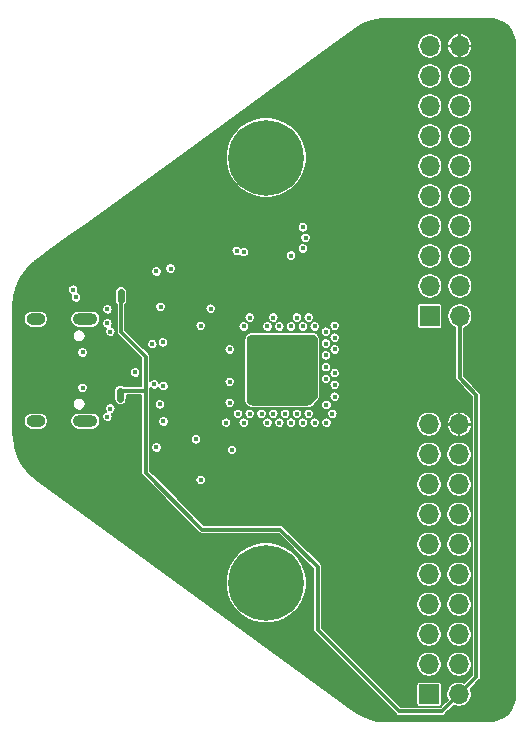
<source format=gbr>
G04 #@! TF.GenerationSoftware,KiCad,Pcbnew,(5.1.6-0-10_14)*
G04 #@! TF.CreationDate,2020-09-25T04:26:35-07:00*
G04 #@! TF.ProjectId,FT2232H_USB-C_to_2x10_1.27_F_RA,46543232-3332-4485-9f55-53422d435f74,rev?*
G04 #@! TF.SameCoordinates,Original*
G04 #@! TF.FileFunction,Copper,L3,Inr*
G04 #@! TF.FilePolarity,Positive*
%FSLAX46Y46*%
G04 Gerber Fmt 4.6, Leading zero omitted, Abs format (unit mm)*
G04 Created by KiCad (PCBNEW (5.1.6-0-10_14)) date 2020-09-25 04:26:35*
%MOMM*%
%LPD*%
G01*
G04 APERTURE LIST*
G04 #@! TA.AperFunction,ViaPad*
%ADD10C,0.800000*%
G04 #@! TD*
G04 #@! TA.AperFunction,ViaPad*
%ADD11C,6.400000*%
G04 #@! TD*
G04 #@! TA.AperFunction,ViaPad*
%ADD12O,1.600000X1.000000*%
G04 #@! TD*
G04 #@! TA.AperFunction,ViaPad*
%ADD13O,2.100000X1.000000*%
G04 #@! TD*
G04 #@! TA.AperFunction,ViaPad*
%ADD14O,1.700000X1.700000*%
G04 #@! TD*
G04 #@! TA.AperFunction,ViaPad*
%ADD15R,1.700000X1.700000*%
G04 #@! TD*
G04 #@! TA.AperFunction,ViaPad*
%ADD16C,0.450000*%
G04 #@! TD*
G04 #@! TA.AperFunction,Conductor*
%ADD17C,0.600000*%
G04 #@! TD*
G04 #@! TA.AperFunction,Conductor*
%ADD18C,0.300000*%
G04 #@! TD*
G04 #@! TA.AperFunction,Conductor*
%ADD19C,0.150000*%
G04 #@! TD*
G04 APERTURE END LIST*
D10*
X161347056Y-77330944D03*
X159650000Y-76628000D03*
X157952944Y-77330944D03*
X157250000Y-79028000D03*
X157952944Y-80725056D03*
X159650000Y-81428000D03*
X161347056Y-80725056D03*
X162050000Y-79028000D03*
D11*
X159650000Y-79028000D03*
D10*
X161347056Y-113330944D03*
X159650000Y-112628000D03*
X157952944Y-113330944D03*
X157250000Y-115028000D03*
X157952944Y-116725056D03*
X159650000Y-117428000D03*
X161347056Y-116725056D03*
X162050000Y-115028000D03*
D11*
X159650000Y-115028000D03*
D12*
X140150000Y-101348000D03*
X140150000Y-92708000D03*
D13*
X144330000Y-92708000D03*
X144330000Y-101348000D03*
D14*
X176034000Y-69582000D03*
X173494000Y-69582000D03*
X176034000Y-72122000D03*
X173494000Y-72122000D03*
X176034000Y-74662000D03*
X173494000Y-74662000D03*
X176034000Y-77202000D03*
X173494000Y-77202000D03*
X176034000Y-79742000D03*
X173494000Y-79742000D03*
X176034000Y-82282000D03*
X173494000Y-82282000D03*
X176034000Y-84822000D03*
X173494000Y-84822000D03*
X176034000Y-87362000D03*
X173494000Y-87362000D03*
X176034000Y-89902000D03*
X173494000Y-89902000D03*
X176034000Y-92442000D03*
D15*
X173494000Y-92442000D03*
D14*
X175984000Y-101614000D03*
X173444000Y-101614000D03*
X175984000Y-104154000D03*
X173444000Y-104154000D03*
X175984000Y-106694000D03*
X173444000Y-106694000D03*
X175984000Y-109234000D03*
X173444000Y-109234000D03*
X175984000Y-111774000D03*
X173444000Y-111774000D03*
X175984000Y-114314000D03*
X173444000Y-114314000D03*
X175984000Y-116854000D03*
X173444000Y-116854000D03*
X175984000Y-119394000D03*
X173444000Y-119394000D03*
X175984000Y-121934000D03*
X173444000Y-121934000D03*
X175984000Y-124474000D03*
D15*
X173444000Y-124474000D03*
D16*
X161750000Y-87328000D03*
X156550000Y-95278000D03*
X150950000Y-98378000D03*
X150950000Y-101378000D03*
X150350000Y-103578000D03*
X150900000Y-94678000D03*
X154950000Y-91828000D03*
X157750000Y-87028000D03*
X157150000Y-86928000D03*
X150350000Y-88678000D03*
X161250000Y-100728000D03*
X156750000Y-103783817D03*
X154100000Y-93278000D03*
X165450000Y-99278000D03*
X164700000Y-93778000D03*
X163750000Y-93328000D03*
X162750000Y-86728000D03*
X156550000Y-99799992D03*
X150000010Y-94828000D03*
X146450000Y-93778000D03*
X146450000Y-100278000D03*
X146200000Y-91878000D03*
X150650006Y-99928000D03*
X150150020Y-98228000D03*
X146200000Y-93078000D03*
X146200000Y-100978000D03*
X151550000Y-88428000D03*
X150700000Y-91678000D03*
X148549996Y-97228000D03*
X156550000Y-98028000D03*
X153700000Y-102878000D03*
X154100000Y-106328000D03*
X158500000Y-98778000D03*
X163500000Y-98778000D03*
X163200000Y-94549998D03*
X158500000Y-94778000D03*
X147300000Y-98778000D03*
X147300000Y-99478000D03*
X147350000Y-91128004D03*
X147350000Y-90428000D03*
X164250000Y-92578000D03*
X153700000Y-88628000D03*
X150950000Y-90178000D03*
X161250000Y-92578000D03*
X165450000Y-96278000D03*
X158750000Y-101478000D03*
X157350000Y-83978000D03*
X164250000Y-100728000D03*
X162983117Y-84028000D03*
X159400004Y-84378000D03*
X147300000Y-103978000D03*
X147300000Y-104678000D03*
X150150000Y-101728000D03*
X150700000Y-104678000D03*
X164750000Y-99978000D03*
X165250000Y-100728000D03*
X164750000Y-101478000D03*
X163750000Y-101478000D03*
X163250000Y-100728002D03*
X162750000Y-101478000D03*
X162250000Y-100728000D03*
X161750000Y-101478000D03*
X160750000Y-101478000D03*
X160250000Y-100728000D03*
X159750000Y-101478000D03*
X159250000Y-100728000D03*
X158250000Y-100728000D03*
X157750000Y-101478000D03*
X157250000Y-100728000D03*
X156250000Y-101478000D03*
X159750000Y-93328000D03*
X160250000Y-92578000D03*
X160750000Y-93328000D03*
X161750000Y-93328000D03*
X162250000Y-92578000D03*
X162750000Y-93328000D03*
X163250000Y-92578000D03*
X165450000Y-93278000D03*
X165450000Y-94278000D03*
X164700000Y-94778000D03*
X165450000Y-95278000D03*
X164700000Y-95778000D03*
X164700000Y-96778000D03*
X165450000Y-97278000D03*
X164700000Y-97778000D03*
X165450000Y-98278000D03*
X158250000Y-92577992D03*
X162983115Y-85828000D03*
X157750000Y-93328000D03*
X162749998Y-84928000D03*
X144100000Y-98527996D03*
X143300000Y-90228000D03*
X144099998Y-95528000D03*
X143550000Y-90878000D03*
D17*
X147350000Y-91128004D02*
X147350000Y-90428000D01*
X147300000Y-98778000D02*
X147300000Y-99478000D01*
D18*
X149450000Y-98778000D02*
X147300000Y-98778000D01*
X177450000Y-123008000D02*
X175984000Y-124474000D01*
X177450000Y-99128000D02*
X177450000Y-123008000D01*
X176034000Y-97712000D02*
X177450000Y-99128000D01*
X176034000Y-92442000D02*
X176034000Y-97712000D01*
X149450000Y-98778000D02*
X149450000Y-95878000D01*
X147350000Y-93778000D02*
X147350000Y-91128004D01*
X149450000Y-95878000D02*
X147350000Y-93778000D01*
X174530000Y-125928000D02*
X175984000Y-124474000D01*
X164000000Y-119028000D02*
X170900000Y-125928000D01*
X164000000Y-113678000D02*
X164000000Y-119028000D01*
X160850000Y-110528000D02*
X164000000Y-113678000D01*
X170900000Y-125928000D02*
X174530000Y-125928000D01*
X154250000Y-110528000D02*
X160850000Y-110528000D01*
X149450000Y-105728000D02*
X154250000Y-110528000D01*
X149450000Y-98778000D02*
X149450000Y-105728000D01*
D19*
G36*
X163609830Y-94118106D02*
G01*
X163712178Y-94160500D01*
X163800063Y-94227937D01*
X163867500Y-94315822D01*
X163909894Y-94418170D01*
X163925000Y-94532912D01*
X163925000Y-99165981D01*
X163909894Y-99280723D01*
X163867500Y-99383071D01*
X163797047Y-99474887D01*
X163446887Y-99825047D01*
X163355071Y-99895500D01*
X163252723Y-99937894D01*
X163137981Y-99953000D01*
X158504912Y-99953000D01*
X158390170Y-99937894D01*
X158287822Y-99895500D01*
X158199937Y-99828063D01*
X158132500Y-99740178D01*
X158090106Y-99637830D01*
X158075000Y-99523088D01*
X158075000Y-94532912D01*
X158090106Y-94418170D01*
X158132500Y-94315822D01*
X158199937Y-94227937D01*
X158287822Y-94160500D01*
X158390170Y-94118106D01*
X158504912Y-94103000D01*
X163495088Y-94103000D01*
X163609830Y-94118106D01*
G37*
X163609830Y-94118106D02*
X163712178Y-94160500D01*
X163800063Y-94227937D01*
X163867500Y-94315822D01*
X163909894Y-94418170D01*
X163925000Y-94532912D01*
X163925000Y-99165981D01*
X163909894Y-99280723D01*
X163867500Y-99383071D01*
X163797047Y-99474887D01*
X163446887Y-99825047D01*
X163355071Y-99895500D01*
X163252723Y-99937894D01*
X163137981Y-99953000D01*
X158504912Y-99953000D01*
X158390170Y-99937894D01*
X158287822Y-99895500D01*
X158199937Y-99828063D01*
X158132500Y-99740178D01*
X158090106Y-99637830D01*
X158075000Y-99523088D01*
X158075000Y-94532912D01*
X158090106Y-94418170D01*
X158132500Y-94315822D01*
X158199937Y-94227937D01*
X158287822Y-94160500D01*
X158390170Y-94118106D01*
X158504912Y-94103000D01*
X163495088Y-94103000D01*
X163609830Y-94118106D01*
G36*
X178936794Y-67322027D02*
G01*
X179356953Y-67448881D01*
X179744470Y-67654927D01*
X180084585Y-67932319D01*
X180364341Y-68270486D01*
X180573086Y-68656552D01*
X180702871Y-69075820D01*
X180749985Y-69524084D01*
X180750000Y-69528302D01*
X180750001Y-124515761D01*
X180705973Y-124964795D01*
X180579120Y-125384951D01*
X180373073Y-125772470D01*
X180095684Y-126112582D01*
X179757514Y-126392341D01*
X179371448Y-126601086D01*
X178952180Y-126730871D01*
X178503916Y-126777985D01*
X178499698Y-126778000D01*
X169911130Y-126778000D01*
X169059022Y-126701951D01*
X168244630Y-126479159D01*
X167477803Y-126113401D01*
X167103270Y-125867378D01*
X151724573Y-114690667D01*
X156225000Y-114690667D01*
X156225000Y-115365333D01*
X156356621Y-116027036D01*
X156614804Y-116650346D01*
X156989629Y-117211310D01*
X157466690Y-117688371D01*
X158027654Y-118063196D01*
X158650964Y-118321379D01*
X159312667Y-118453000D01*
X159987333Y-118453000D01*
X160649036Y-118321379D01*
X161272346Y-118063196D01*
X161833310Y-117688371D01*
X162310371Y-117211310D01*
X162685196Y-116650346D01*
X162943379Y-116027036D01*
X163075000Y-115365333D01*
X163075000Y-114690667D01*
X162943379Y-114028964D01*
X162685196Y-113405654D01*
X162310371Y-112844690D01*
X161833310Y-112367629D01*
X161272346Y-111992804D01*
X160649036Y-111734621D01*
X159987333Y-111603000D01*
X159312667Y-111603000D01*
X158650964Y-111734621D01*
X158027654Y-111992804D01*
X157466690Y-112367629D01*
X156989629Y-112844690D01*
X156614804Y-113405654D01*
X156356621Y-114028964D01*
X156225000Y-114690667D01*
X151724573Y-114690667D01*
X140217047Y-106327391D01*
X139572358Y-105764993D01*
X139044450Y-105106057D01*
X138641577Y-104364057D01*
X138376468Y-103562443D01*
X138256389Y-102718721D01*
X138250000Y-102474740D01*
X138250000Y-101348000D01*
X139121493Y-101348000D01*
X139135491Y-101490125D01*
X139176947Y-101626788D01*
X139244269Y-101752737D01*
X139334868Y-101863132D01*
X139445263Y-101953731D01*
X139571212Y-102021053D01*
X139707875Y-102062509D01*
X139814393Y-102073000D01*
X140485607Y-102073000D01*
X140592125Y-102062509D01*
X140728788Y-102021053D01*
X140854737Y-101953731D01*
X140965132Y-101863132D01*
X141055731Y-101752737D01*
X141123053Y-101626788D01*
X141164509Y-101490125D01*
X141178507Y-101348000D01*
X143051493Y-101348000D01*
X143065491Y-101490125D01*
X143106947Y-101626788D01*
X143174269Y-101752737D01*
X143264868Y-101863132D01*
X143375263Y-101953731D01*
X143501212Y-102021053D01*
X143637875Y-102062509D01*
X143744393Y-102073000D01*
X144915607Y-102073000D01*
X145022125Y-102062509D01*
X145158788Y-102021053D01*
X145284737Y-101953731D01*
X145395132Y-101863132D01*
X145485731Y-101752737D01*
X145553053Y-101626788D01*
X145594509Y-101490125D01*
X145608507Y-101348000D01*
X145594509Y-101205875D01*
X145553053Y-101069212D01*
X145485731Y-100943263D01*
X145477866Y-100933679D01*
X145750000Y-100933679D01*
X145750000Y-101022321D01*
X145767294Y-101109260D01*
X145801215Y-101191155D01*
X145850462Y-101264858D01*
X145913142Y-101327538D01*
X145986845Y-101376785D01*
X146068740Y-101410706D01*
X146155679Y-101428000D01*
X146244321Y-101428000D01*
X146331260Y-101410706D01*
X146413155Y-101376785D01*
X146486858Y-101327538D01*
X146549538Y-101264858D01*
X146598785Y-101191155D01*
X146632706Y-101109260D01*
X146650000Y-101022321D01*
X146650000Y-100933679D01*
X146632706Y-100846740D01*
X146598785Y-100764845D01*
X146564798Y-100713981D01*
X146581260Y-100710706D01*
X146663155Y-100676785D01*
X146736858Y-100627538D01*
X146799538Y-100564858D01*
X146848785Y-100491155D01*
X146882706Y-100409260D01*
X146900000Y-100322321D01*
X146900000Y-100233679D01*
X146882706Y-100146740D01*
X146848785Y-100064845D01*
X146799538Y-99991142D01*
X146736858Y-99928462D01*
X146663155Y-99879215D01*
X146581260Y-99845294D01*
X146494321Y-99828000D01*
X146405679Y-99828000D01*
X146318740Y-99845294D01*
X146236845Y-99879215D01*
X146163142Y-99928462D01*
X146100462Y-99991142D01*
X146051215Y-100064845D01*
X146017294Y-100146740D01*
X146000000Y-100233679D01*
X146000000Y-100322321D01*
X146017294Y-100409260D01*
X146051215Y-100491155D01*
X146085202Y-100542019D01*
X146068740Y-100545294D01*
X145986845Y-100579215D01*
X145913142Y-100628462D01*
X145850462Y-100691142D01*
X145801215Y-100764845D01*
X145767294Y-100846740D01*
X145750000Y-100933679D01*
X145477866Y-100933679D01*
X145395132Y-100832868D01*
X145284737Y-100742269D01*
X145158788Y-100674947D01*
X145022125Y-100633491D01*
X144915607Y-100623000D01*
X143744393Y-100623000D01*
X143637875Y-100633491D01*
X143501212Y-100674947D01*
X143375263Y-100742269D01*
X143264868Y-100832868D01*
X143174269Y-100943263D01*
X143106947Y-101069212D01*
X143065491Y-101205875D01*
X143051493Y-101348000D01*
X141178507Y-101348000D01*
X141164509Y-101205875D01*
X141123053Y-101069212D01*
X141055731Y-100943263D01*
X140965132Y-100832868D01*
X140854737Y-100742269D01*
X140728788Y-100674947D01*
X140592125Y-100633491D01*
X140485607Y-100623000D01*
X139814393Y-100623000D01*
X139707875Y-100633491D01*
X139571212Y-100674947D01*
X139445263Y-100742269D01*
X139334868Y-100832868D01*
X139244269Y-100943263D01*
X139176947Y-101069212D01*
X139135491Y-101205875D01*
X139121493Y-101348000D01*
X138250000Y-101348000D01*
X138250000Y-99863830D01*
X143250000Y-99863830D01*
X143250000Y-99972170D01*
X143271136Y-100078429D01*
X143312597Y-100178523D01*
X143372787Y-100268604D01*
X143449396Y-100345213D01*
X143539477Y-100405403D01*
X143639571Y-100446864D01*
X143745830Y-100468000D01*
X143854170Y-100468000D01*
X143960429Y-100446864D01*
X144060523Y-100405403D01*
X144150604Y-100345213D01*
X144227213Y-100268604D01*
X144287403Y-100178523D01*
X144328864Y-100078429D01*
X144350000Y-99972170D01*
X144350000Y-99863830D01*
X144328864Y-99757571D01*
X144287403Y-99657477D01*
X144227213Y-99567396D01*
X144150604Y-99490787D01*
X144060523Y-99430597D01*
X143960429Y-99389136D01*
X143854170Y-99368000D01*
X143745830Y-99368000D01*
X143639571Y-99389136D01*
X143539477Y-99430597D01*
X143449396Y-99490787D01*
X143372787Y-99567396D01*
X143312597Y-99657477D01*
X143271136Y-99757571D01*
X143250000Y-99863830D01*
X138250000Y-99863830D01*
X138250000Y-98483675D01*
X143650000Y-98483675D01*
X143650000Y-98572317D01*
X143667294Y-98659256D01*
X143701215Y-98741151D01*
X143750462Y-98814854D01*
X143813142Y-98877534D01*
X143886845Y-98926781D01*
X143968740Y-98960702D01*
X144055679Y-98977996D01*
X144144321Y-98977996D01*
X144231260Y-98960702D01*
X144313155Y-98926781D01*
X144386858Y-98877534D01*
X144449538Y-98814854D01*
X144491393Y-98752213D01*
X146775000Y-98752213D01*
X146775000Y-99503788D01*
X146782598Y-99580918D01*
X146812618Y-99679881D01*
X146861368Y-99771086D01*
X146926974Y-99851027D01*
X147006915Y-99916633D01*
X147098120Y-99965383D01*
X147197083Y-99995403D01*
X147300000Y-100005540D01*
X147402918Y-99995403D01*
X147501881Y-99965383D01*
X147593086Y-99916633D01*
X147673027Y-99851027D01*
X147738633Y-99771086D01*
X147787383Y-99679881D01*
X147817403Y-99580918D01*
X147825000Y-99503788D01*
X147825000Y-99153000D01*
X149075000Y-99153000D01*
X149075001Y-105709574D01*
X149073186Y-105728000D01*
X149078345Y-105780371D01*
X149080427Y-105801513D01*
X149085165Y-105817132D01*
X149101870Y-105872200D01*
X149133926Y-105932172D01*
X149136692Y-105937347D01*
X149183553Y-105994448D01*
X149197862Y-106006191D01*
X153971809Y-110780139D01*
X153983552Y-110794448D01*
X154040653Y-110841309D01*
X154105800Y-110876131D01*
X154176487Y-110897574D01*
X154231581Y-110903000D01*
X154231583Y-110903000D01*
X154249999Y-110904814D01*
X154268415Y-110903000D01*
X160694671Y-110903000D01*
X163625000Y-113833330D01*
X163625001Y-119009574D01*
X163623186Y-119028000D01*
X163628351Y-119080434D01*
X163630427Y-119101513D01*
X163651870Y-119172200D01*
X163686692Y-119237347D01*
X163733553Y-119294448D01*
X163747862Y-119306191D01*
X170621809Y-126180139D01*
X170633552Y-126194448D01*
X170657892Y-126214423D01*
X170690653Y-126241310D01*
X170721088Y-126257577D01*
X170755800Y-126276131D01*
X170826487Y-126297574D01*
X170881581Y-126303000D01*
X170881584Y-126303000D01*
X170900000Y-126304814D01*
X170918416Y-126303000D01*
X174511584Y-126303000D01*
X174530000Y-126304814D01*
X174548416Y-126303000D01*
X174548419Y-126303000D01*
X174603513Y-126297574D01*
X174674200Y-126276131D01*
X174739347Y-126241309D01*
X174796448Y-126194448D01*
X174808195Y-126180134D01*
X175536231Y-125452099D01*
X175670434Y-125507688D01*
X175878122Y-125549000D01*
X176089878Y-125549000D01*
X176297566Y-125507688D01*
X176493203Y-125426652D01*
X176669272Y-125309007D01*
X176819007Y-125159272D01*
X176936652Y-124983203D01*
X177017688Y-124787566D01*
X177059000Y-124579878D01*
X177059000Y-124368122D01*
X177017688Y-124160434D01*
X176962099Y-124026231D01*
X177702139Y-123286191D01*
X177716448Y-123274448D01*
X177763309Y-123217347D01*
X177798131Y-123152200D01*
X177819574Y-123081513D01*
X177825000Y-123026419D01*
X177825000Y-123026417D01*
X177826814Y-123008001D01*
X177825000Y-122989585D01*
X177825000Y-99146415D01*
X177826814Y-99127999D01*
X177820595Y-99064858D01*
X177819574Y-99054487D01*
X177798131Y-98983800D01*
X177785785Y-98960702D01*
X177763309Y-98918652D01*
X177730943Y-98879215D01*
X177716448Y-98861552D01*
X177702140Y-98849810D01*
X176409000Y-97556671D01*
X176409000Y-93450241D01*
X176543203Y-93394652D01*
X176719272Y-93277007D01*
X176869007Y-93127272D01*
X176986652Y-92951203D01*
X177067688Y-92755566D01*
X177109000Y-92547878D01*
X177109000Y-92336122D01*
X177067688Y-92128434D01*
X176986652Y-91932797D01*
X176869007Y-91756728D01*
X176719272Y-91606993D01*
X176543203Y-91489348D01*
X176347566Y-91408312D01*
X176139878Y-91367000D01*
X175928122Y-91367000D01*
X175720434Y-91408312D01*
X175524797Y-91489348D01*
X175348728Y-91606993D01*
X175198993Y-91756728D01*
X175081348Y-91932797D01*
X175000312Y-92128434D01*
X174959000Y-92336122D01*
X174959000Y-92547878D01*
X175000312Y-92755566D01*
X175081348Y-92951203D01*
X175198993Y-93127272D01*
X175348728Y-93277007D01*
X175524797Y-93394652D01*
X175659000Y-93450241D01*
X175659001Y-97693574D01*
X175657186Y-97712000D01*
X175660057Y-97741142D01*
X175664427Y-97785513D01*
X175685870Y-97856200D01*
X175720692Y-97921347D01*
X175767553Y-97978448D01*
X175781862Y-97990191D01*
X177075000Y-99283330D01*
X177075001Y-122852669D01*
X176431769Y-123495901D01*
X176297566Y-123440312D01*
X176089878Y-123399000D01*
X175878122Y-123399000D01*
X175670434Y-123440312D01*
X175474797Y-123521348D01*
X175298728Y-123638993D01*
X175148993Y-123788728D01*
X175031348Y-123964797D01*
X174950312Y-124160434D01*
X174909000Y-124368122D01*
X174909000Y-124579878D01*
X174950312Y-124787566D01*
X175005901Y-124921769D01*
X174486489Y-125441182D01*
X174502878Y-125410520D01*
X174515744Y-125368108D01*
X174520088Y-125324000D01*
X174520088Y-123624000D01*
X174515744Y-123579892D01*
X174502878Y-123537480D01*
X174481985Y-123498392D01*
X174453868Y-123464132D01*
X174419608Y-123436015D01*
X174380520Y-123415122D01*
X174338108Y-123402256D01*
X174294000Y-123397912D01*
X172594000Y-123397912D01*
X172549892Y-123402256D01*
X172507480Y-123415122D01*
X172468392Y-123436015D01*
X172434132Y-123464132D01*
X172406015Y-123498392D01*
X172385122Y-123537480D01*
X172372256Y-123579892D01*
X172367912Y-123624000D01*
X172367912Y-125324000D01*
X172372256Y-125368108D01*
X172385122Y-125410520D01*
X172406015Y-125449608D01*
X172434132Y-125483868D01*
X172468392Y-125511985D01*
X172507480Y-125532878D01*
X172549892Y-125545744D01*
X172594000Y-125550088D01*
X174294000Y-125550088D01*
X174338108Y-125545744D01*
X174380520Y-125532878D01*
X174411182Y-125516489D01*
X174374671Y-125553000D01*
X171055330Y-125553000D01*
X167330452Y-121828122D01*
X172369000Y-121828122D01*
X172369000Y-122039878D01*
X172410312Y-122247566D01*
X172491348Y-122443203D01*
X172608993Y-122619272D01*
X172758728Y-122769007D01*
X172934797Y-122886652D01*
X173130434Y-122967688D01*
X173338122Y-123009000D01*
X173549878Y-123009000D01*
X173757566Y-122967688D01*
X173953203Y-122886652D01*
X174129272Y-122769007D01*
X174279007Y-122619272D01*
X174396652Y-122443203D01*
X174477688Y-122247566D01*
X174519000Y-122039878D01*
X174519000Y-121828122D01*
X174909000Y-121828122D01*
X174909000Y-122039878D01*
X174950312Y-122247566D01*
X175031348Y-122443203D01*
X175148993Y-122619272D01*
X175298728Y-122769007D01*
X175474797Y-122886652D01*
X175670434Y-122967688D01*
X175878122Y-123009000D01*
X176089878Y-123009000D01*
X176297566Y-122967688D01*
X176493203Y-122886652D01*
X176669272Y-122769007D01*
X176819007Y-122619272D01*
X176936652Y-122443203D01*
X177017688Y-122247566D01*
X177059000Y-122039878D01*
X177059000Y-121828122D01*
X177017688Y-121620434D01*
X176936652Y-121424797D01*
X176819007Y-121248728D01*
X176669272Y-121098993D01*
X176493203Y-120981348D01*
X176297566Y-120900312D01*
X176089878Y-120859000D01*
X175878122Y-120859000D01*
X175670434Y-120900312D01*
X175474797Y-120981348D01*
X175298728Y-121098993D01*
X175148993Y-121248728D01*
X175031348Y-121424797D01*
X174950312Y-121620434D01*
X174909000Y-121828122D01*
X174519000Y-121828122D01*
X174477688Y-121620434D01*
X174396652Y-121424797D01*
X174279007Y-121248728D01*
X174129272Y-121098993D01*
X173953203Y-120981348D01*
X173757566Y-120900312D01*
X173549878Y-120859000D01*
X173338122Y-120859000D01*
X173130434Y-120900312D01*
X172934797Y-120981348D01*
X172758728Y-121098993D01*
X172608993Y-121248728D01*
X172491348Y-121424797D01*
X172410312Y-121620434D01*
X172369000Y-121828122D01*
X167330452Y-121828122D01*
X164790452Y-119288122D01*
X172369000Y-119288122D01*
X172369000Y-119499878D01*
X172410312Y-119707566D01*
X172491348Y-119903203D01*
X172608993Y-120079272D01*
X172758728Y-120229007D01*
X172934797Y-120346652D01*
X173130434Y-120427688D01*
X173338122Y-120469000D01*
X173549878Y-120469000D01*
X173757566Y-120427688D01*
X173953203Y-120346652D01*
X174129272Y-120229007D01*
X174279007Y-120079272D01*
X174396652Y-119903203D01*
X174477688Y-119707566D01*
X174519000Y-119499878D01*
X174519000Y-119288122D01*
X174909000Y-119288122D01*
X174909000Y-119499878D01*
X174950312Y-119707566D01*
X175031348Y-119903203D01*
X175148993Y-120079272D01*
X175298728Y-120229007D01*
X175474797Y-120346652D01*
X175670434Y-120427688D01*
X175878122Y-120469000D01*
X176089878Y-120469000D01*
X176297566Y-120427688D01*
X176493203Y-120346652D01*
X176669272Y-120229007D01*
X176819007Y-120079272D01*
X176936652Y-119903203D01*
X177017688Y-119707566D01*
X177059000Y-119499878D01*
X177059000Y-119288122D01*
X177017688Y-119080434D01*
X176936652Y-118884797D01*
X176819007Y-118708728D01*
X176669272Y-118558993D01*
X176493203Y-118441348D01*
X176297566Y-118360312D01*
X176089878Y-118319000D01*
X175878122Y-118319000D01*
X175670434Y-118360312D01*
X175474797Y-118441348D01*
X175298728Y-118558993D01*
X175148993Y-118708728D01*
X175031348Y-118884797D01*
X174950312Y-119080434D01*
X174909000Y-119288122D01*
X174519000Y-119288122D01*
X174477688Y-119080434D01*
X174396652Y-118884797D01*
X174279007Y-118708728D01*
X174129272Y-118558993D01*
X173953203Y-118441348D01*
X173757566Y-118360312D01*
X173549878Y-118319000D01*
X173338122Y-118319000D01*
X173130434Y-118360312D01*
X172934797Y-118441348D01*
X172758728Y-118558993D01*
X172608993Y-118708728D01*
X172491348Y-118884797D01*
X172410312Y-119080434D01*
X172369000Y-119288122D01*
X164790452Y-119288122D01*
X164375000Y-118872671D01*
X164375000Y-116748122D01*
X172369000Y-116748122D01*
X172369000Y-116959878D01*
X172410312Y-117167566D01*
X172491348Y-117363203D01*
X172608993Y-117539272D01*
X172758728Y-117689007D01*
X172934797Y-117806652D01*
X173130434Y-117887688D01*
X173338122Y-117929000D01*
X173549878Y-117929000D01*
X173757566Y-117887688D01*
X173953203Y-117806652D01*
X174129272Y-117689007D01*
X174279007Y-117539272D01*
X174396652Y-117363203D01*
X174477688Y-117167566D01*
X174519000Y-116959878D01*
X174519000Y-116748122D01*
X174909000Y-116748122D01*
X174909000Y-116959878D01*
X174950312Y-117167566D01*
X175031348Y-117363203D01*
X175148993Y-117539272D01*
X175298728Y-117689007D01*
X175474797Y-117806652D01*
X175670434Y-117887688D01*
X175878122Y-117929000D01*
X176089878Y-117929000D01*
X176297566Y-117887688D01*
X176493203Y-117806652D01*
X176669272Y-117689007D01*
X176819007Y-117539272D01*
X176936652Y-117363203D01*
X177017688Y-117167566D01*
X177059000Y-116959878D01*
X177059000Y-116748122D01*
X177017688Y-116540434D01*
X176936652Y-116344797D01*
X176819007Y-116168728D01*
X176669272Y-116018993D01*
X176493203Y-115901348D01*
X176297566Y-115820312D01*
X176089878Y-115779000D01*
X175878122Y-115779000D01*
X175670434Y-115820312D01*
X175474797Y-115901348D01*
X175298728Y-116018993D01*
X175148993Y-116168728D01*
X175031348Y-116344797D01*
X174950312Y-116540434D01*
X174909000Y-116748122D01*
X174519000Y-116748122D01*
X174477688Y-116540434D01*
X174396652Y-116344797D01*
X174279007Y-116168728D01*
X174129272Y-116018993D01*
X173953203Y-115901348D01*
X173757566Y-115820312D01*
X173549878Y-115779000D01*
X173338122Y-115779000D01*
X173130434Y-115820312D01*
X172934797Y-115901348D01*
X172758728Y-116018993D01*
X172608993Y-116168728D01*
X172491348Y-116344797D01*
X172410312Y-116540434D01*
X172369000Y-116748122D01*
X164375000Y-116748122D01*
X164375000Y-114208122D01*
X172369000Y-114208122D01*
X172369000Y-114419878D01*
X172410312Y-114627566D01*
X172491348Y-114823203D01*
X172608993Y-114999272D01*
X172758728Y-115149007D01*
X172934797Y-115266652D01*
X173130434Y-115347688D01*
X173338122Y-115389000D01*
X173549878Y-115389000D01*
X173757566Y-115347688D01*
X173953203Y-115266652D01*
X174129272Y-115149007D01*
X174279007Y-114999272D01*
X174396652Y-114823203D01*
X174477688Y-114627566D01*
X174519000Y-114419878D01*
X174519000Y-114208122D01*
X174909000Y-114208122D01*
X174909000Y-114419878D01*
X174950312Y-114627566D01*
X175031348Y-114823203D01*
X175148993Y-114999272D01*
X175298728Y-115149007D01*
X175474797Y-115266652D01*
X175670434Y-115347688D01*
X175878122Y-115389000D01*
X176089878Y-115389000D01*
X176297566Y-115347688D01*
X176493203Y-115266652D01*
X176669272Y-115149007D01*
X176819007Y-114999272D01*
X176936652Y-114823203D01*
X177017688Y-114627566D01*
X177059000Y-114419878D01*
X177059000Y-114208122D01*
X177017688Y-114000434D01*
X176936652Y-113804797D01*
X176819007Y-113628728D01*
X176669272Y-113478993D01*
X176493203Y-113361348D01*
X176297566Y-113280312D01*
X176089878Y-113239000D01*
X175878122Y-113239000D01*
X175670434Y-113280312D01*
X175474797Y-113361348D01*
X175298728Y-113478993D01*
X175148993Y-113628728D01*
X175031348Y-113804797D01*
X174950312Y-114000434D01*
X174909000Y-114208122D01*
X174519000Y-114208122D01*
X174477688Y-114000434D01*
X174396652Y-113804797D01*
X174279007Y-113628728D01*
X174129272Y-113478993D01*
X173953203Y-113361348D01*
X173757566Y-113280312D01*
X173549878Y-113239000D01*
X173338122Y-113239000D01*
X173130434Y-113280312D01*
X172934797Y-113361348D01*
X172758728Y-113478993D01*
X172608993Y-113628728D01*
X172491348Y-113804797D01*
X172410312Y-114000434D01*
X172369000Y-114208122D01*
X164375000Y-114208122D01*
X164375000Y-113696416D01*
X164376814Y-113678000D01*
X164371790Y-113626992D01*
X164369574Y-113604487D01*
X164348131Y-113533800D01*
X164337070Y-113513107D01*
X164313310Y-113468653D01*
X164278189Y-113425859D01*
X164266448Y-113411552D01*
X164252140Y-113399810D01*
X162520452Y-111668122D01*
X172369000Y-111668122D01*
X172369000Y-111879878D01*
X172410312Y-112087566D01*
X172491348Y-112283203D01*
X172608993Y-112459272D01*
X172758728Y-112609007D01*
X172934797Y-112726652D01*
X173130434Y-112807688D01*
X173338122Y-112849000D01*
X173549878Y-112849000D01*
X173757566Y-112807688D01*
X173953203Y-112726652D01*
X174129272Y-112609007D01*
X174279007Y-112459272D01*
X174396652Y-112283203D01*
X174477688Y-112087566D01*
X174519000Y-111879878D01*
X174519000Y-111668122D01*
X174909000Y-111668122D01*
X174909000Y-111879878D01*
X174950312Y-112087566D01*
X175031348Y-112283203D01*
X175148993Y-112459272D01*
X175298728Y-112609007D01*
X175474797Y-112726652D01*
X175670434Y-112807688D01*
X175878122Y-112849000D01*
X176089878Y-112849000D01*
X176297566Y-112807688D01*
X176493203Y-112726652D01*
X176669272Y-112609007D01*
X176819007Y-112459272D01*
X176936652Y-112283203D01*
X177017688Y-112087566D01*
X177059000Y-111879878D01*
X177059000Y-111668122D01*
X177017688Y-111460434D01*
X176936652Y-111264797D01*
X176819007Y-111088728D01*
X176669272Y-110938993D01*
X176493203Y-110821348D01*
X176297566Y-110740312D01*
X176089878Y-110699000D01*
X175878122Y-110699000D01*
X175670434Y-110740312D01*
X175474797Y-110821348D01*
X175298728Y-110938993D01*
X175148993Y-111088728D01*
X175031348Y-111264797D01*
X174950312Y-111460434D01*
X174909000Y-111668122D01*
X174519000Y-111668122D01*
X174477688Y-111460434D01*
X174396652Y-111264797D01*
X174279007Y-111088728D01*
X174129272Y-110938993D01*
X173953203Y-110821348D01*
X173757566Y-110740312D01*
X173549878Y-110699000D01*
X173338122Y-110699000D01*
X173130434Y-110740312D01*
X172934797Y-110821348D01*
X172758728Y-110938993D01*
X172608993Y-111088728D01*
X172491348Y-111264797D01*
X172410312Y-111460434D01*
X172369000Y-111668122D01*
X162520452Y-111668122D01*
X161128195Y-110275866D01*
X161116448Y-110261552D01*
X161059347Y-110214691D01*
X160994200Y-110179869D01*
X160923513Y-110158426D01*
X160868419Y-110153000D01*
X160868416Y-110153000D01*
X160850000Y-110151186D01*
X160831584Y-110153000D01*
X154405330Y-110153000D01*
X153380452Y-109128122D01*
X172369000Y-109128122D01*
X172369000Y-109339878D01*
X172410312Y-109547566D01*
X172491348Y-109743203D01*
X172608993Y-109919272D01*
X172758728Y-110069007D01*
X172934797Y-110186652D01*
X173130434Y-110267688D01*
X173338122Y-110309000D01*
X173549878Y-110309000D01*
X173757566Y-110267688D01*
X173953203Y-110186652D01*
X174129272Y-110069007D01*
X174279007Y-109919272D01*
X174396652Y-109743203D01*
X174477688Y-109547566D01*
X174519000Y-109339878D01*
X174519000Y-109128122D01*
X174909000Y-109128122D01*
X174909000Y-109339878D01*
X174950312Y-109547566D01*
X175031348Y-109743203D01*
X175148993Y-109919272D01*
X175298728Y-110069007D01*
X175474797Y-110186652D01*
X175670434Y-110267688D01*
X175878122Y-110309000D01*
X176089878Y-110309000D01*
X176297566Y-110267688D01*
X176493203Y-110186652D01*
X176669272Y-110069007D01*
X176819007Y-109919272D01*
X176936652Y-109743203D01*
X177017688Y-109547566D01*
X177059000Y-109339878D01*
X177059000Y-109128122D01*
X177017688Y-108920434D01*
X176936652Y-108724797D01*
X176819007Y-108548728D01*
X176669272Y-108398993D01*
X176493203Y-108281348D01*
X176297566Y-108200312D01*
X176089878Y-108159000D01*
X175878122Y-108159000D01*
X175670434Y-108200312D01*
X175474797Y-108281348D01*
X175298728Y-108398993D01*
X175148993Y-108548728D01*
X175031348Y-108724797D01*
X174950312Y-108920434D01*
X174909000Y-109128122D01*
X174519000Y-109128122D01*
X174477688Y-108920434D01*
X174396652Y-108724797D01*
X174279007Y-108548728D01*
X174129272Y-108398993D01*
X173953203Y-108281348D01*
X173757566Y-108200312D01*
X173549878Y-108159000D01*
X173338122Y-108159000D01*
X173130434Y-108200312D01*
X172934797Y-108281348D01*
X172758728Y-108398993D01*
X172608993Y-108548728D01*
X172491348Y-108724797D01*
X172410312Y-108920434D01*
X172369000Y-109128122D01*
X153380452Y-109128122D01*
X150536009Y-106283679D01*
X153650000Y-106283679D01*
X153650000Y-106372321D01*
X153667294Y-106459260D01*
X153701215Y-106541155D01*
X153750462Y-106614858D01*
X153813142Y-106677538D01*
X153886845Y-106726785D01*
X153968740Y-106760706D01*
X154055679Y-106778000D01*
X154144321Y-106778000D01*
X154231260Y-106760706D01*
X154313155Y-106726785D01*
X154386858Y-106677538D01*
X154449538Y-106614858D01*
X154467402Y-106588122D01*
X172369000Y-106588122D01*
X172369000Y-106799878D01*
X172410312Y-107007566D01*
X172491348Y-107203203D01*
X172608993Y-107379272D01*
X172758728Y-107529007D01*
X172934797Y-107646652D01*
X173130434Y-107727688D01*
X173338122Y-107769000D01*
X173549878Y-107769000D01*
X173757566Y-107727688D01*
X173953203Y-107646652D01*
X174129272Y-107529007D01*
X174279007Y-107379272D01*
X174396652Y-107203203D01*
X174477688Y-107007566D01*
X174519000Y-106799878D01*
X174519000Y-106588122D01*
X174909000Y-106588122D01*
X174909000Y-106799878D01*
X174950312Y-107007566D01*
X175031348Y-107203203D01*
X175148993Y-107379272D01*
X175298728Y-107529007D01*
X175474797Y-107646652D01*
X175670434Y-107727688D01*
X175878122Y-107769000D01*
X176089878Y-107769000D01*
X176297566Y-107727688D01*
X176493203Y-107646652D01*
X176669272Y-107529007D01*
X176819007Y-107379272D01*
X176936652Y-107203203D01*
X177017688Y-107007566D01*
X177059000Y-106799878D01*
X177059000Y-106588122D01*
X177017688Y-106380434D01*
X176936652Y-106184797D01*
X176819007Y-106008728D01*
X176669272Y-105858993D01*
X176493203Y-105741348D01*
X176297566Y-105660312D01*
X176089878Y-105619000D01*
X175878122Y-105619000D01*
X175670434Y-105660312D01*
X175474797Y-105741348D01*
X175298728Y-105858993D01*
X175148993Y-106008728D01*
X175031348Y-106184797D01*
X174950312Y-106380434D01*
X174909000Y-106588122D01*
X174519000Y-106588122D01*
X174477688Y-106380434D01*
X174396652Y-106184797D01*
X174279007Y-106008728D01*
X174129272Y-105858993D01*
X173953203Y-105741348D01*
X173757566Y-105660312D01*
X173549878Y-105619000D01*
X173338122Y-105619000D01*
X173130434Y-105660312D01*
X172934797Y-105741348D01*
X172758728Y-105858993D01*
X172608993Y-106008728D01*
X172491348Y-106184797D01*
X172410312Y-106380434D01*
X172369000Y-106588122D01*
X154467402Y-106588122D01*
X154498785Y-106541155D01*
X154532706Y-106459260D01*
X154550000Y-106372321D01*
X154550000Y-106283679D01*
X154532706Y-106196740D01*
X154498785Y-106114845D01*
X154449538Y-106041142D01*
X154386858Y-105978462D01*
X154313155Y-105929215D01*
X154231260Y-105895294D01*
X154144321Y-105878000D01*
X154055679Y-105878000D01*
X153968740Y-105895294D01*
X153886845Y-105929215D01*
X153813142Y-105978462D01*
X153750462Y-106041142D01*
X153701215Y-106114845D01*
X153667294Y-106196740D01*
X153650000Y-106283679D01*
X150536009Y-106283679D01*
X149825000Y-105572671D01*
X149825000Y-103533679D01*
X149900000Y-103533679D01*
X149900000Y-103622321D01*
X149917294Y-103709260D01*
X149951215Y-103791155D01*
X150000462Y-103864858D01*
X150063142Y-103927538D01*
X150136845Y-103976785D01*
X150218740Y-104010706D01*
X150305679Y-104028000D01*
X150394321Y-104028000D01*
X150481260Y-104010706D01*
X150563155Y-103976785D01*
X150636858Y-103927538D01*
X150699538Y-103864858D01*
X150748785Y-103791155D01*
X150770182Y-103739496D01*
X156300000Y-103739496D01*
X156300000Y-103828138D01*
X156317294Y-103915077D01*
X156351215Y-103996972D01*
X156400462Y-104070675D01*
X156463142Y-104133355D01*
X156536845Y-104182602D01*
X156618740Y-104216523D01*
X156705679Y-104233817D01*
X156794321Y-104233817D01*
X156881260Y-104216523D01*
X156963155Y-104182602D01*
X157036858Y-104133355D01*
X157099538Y-104070675D01*
X157114607Y-104048122D01*
X172369000Y-104048122D01*
X172369000Y-104259878D01*
X172410312Y-104467566D01*
X172491348Y-104663203D01*
X172608993Y-104839272D01*
X172758728Y-104989007D01*
X172934797Y-105106652D01*
X173130434Y-105187688D01*
X173338122Y-105229000D01*
X173549878Y-105229000D01*
X173757566Y-105187688D01*
X173953203Y-105106652D01*
X174129272Y-104989007D01*
X174279007Y-104839272D01*
X174396652Y-104663203D01*
X174477688Y-104467566D01*
X174519000Y-104259878D01*
X174519000Y-104048122D01*
X174909000Y-104048122D01*
X174909000Y-104259878D01*
X174950312Y-104467566D01*
X175031348Y-104663203D01*
X175148993Y-104839272D01*
X175298728Y-104989007D01*
X175474797Y-105106652D01*
X175670434Y-105187688D01*
X175878122Y-105229000D01*
X176089878Y-105229000D01*
X176297566Y-105187688D01*
X176493203Y-105106652D01*
X176669272Y-104989007D01*
X176819007Y-104839272D01*
X176936652Y-104663203D01*
X177017688Y-104467566D01*
X177059000Y-104259878D01*
X177059000Y-104048122D01*
X177017688Y-103840434D01*
X176936652Y-103644797D01*
X176819007Y-103468728D01*
X176669272Y-103318993D01*
X176493203Y-103201348D01*
X176297566Y-103120312D01*
X176089878Y-103079000D01*
X175878122Y-103079000D01*
X175670434Y-103120312D01*
X175474797Y-103201348D01*
X175298728Y-103318993D01*
X175148993Y-103468728D01*
X175031348Y-103644797D01*
X174950312Y-103840434D01*
X174909000Y-104048122D01*
X174519000Y-104048122D01*
X174477688Y-103840434D01*
X174396652Y-103644797D01*
X174279007Y-103468728D01*
X174129272Y-103318993D01*
X173953203Y-103201348D01*
X173757566Y-103120312D01*
X173549878Y-103079000D01*
X173338122Y-103079000D01*
X173130434Y-103120312D01*
X172934797Y-103201348D01*
X172758728Y-103318993D01*
X172608993Y-103468728D01*
X172491348Y-103644797D01*
X172410312Y-103840434D01*
X172369000Y-104048122D01*
X157114607Y-104048122D01*
X157148785Y-103996972D01*
X157182706Y-103915077D01*
X157200000Y-103828138D01*
X157200000Y-103739496D01*
X157182706Y-103652557D01*
X157148785Y-103570662D01*
X157099538Y-103496959D01*
X157036858Y-103434279D01*
X156963155Y-103385032D01*
X156881260Y-103351111D01*
X156794321Y-103333817D01*
X156705679Y-103333817D01*
X156618740Y-103351111D01*
X156536845Y-103385032D01*
X156463142Y-103434279D01*
X156400462Y-103496959D01*
X156351215Y-103570662D01*
X156317294Y-103652557D01*
X156300000Y-103739496D01*
X150770182Y-103739496D01*
X150782706Y-103709260D01*
X150800000Y-103622321D01*
X150800000Y-103533679D01*
X150782706Y-103446740D01*
X150748785Y-103364845D01*
X150699538Y-103291142D01*
X150636858Y-103228462D01*
X150563155Y-103179215D01*
X150481260Y-103145294D01*
X150394321Y-103128000D01*
X150305679Y-103128000D01*
X150218740Y-103145294D01*
X150136845Y-103179215D01*
X150063142Y-103228462D01*
X150000462Y-103291142D01*
X149951215Y-103364845D01*
X149917294Y-103446740D01*
X149900000Y-103533679D01*
X149825000Y-103533679D01*
X149825000Y-102833679D01*
X153250000Y-102833679D01*
X153250000Y-102922321D01*
X153267294Y-103009260D01*
X153301215Y-103091155D01*
X153350462Y-103164858D01*
X153413142Y-103227538D01*
X153486845Y-103276785D01*
X153568740Y-103310706D01*
X153655679Y-103328000D01*
X153744321Y-103328000D01*
X153831260Y-103310706D01*
X153913155Y-103276785D01*
X153986858Y-103227538D01*
X154049538Y-103164858D01*
X154098785Y-103091155D01*
X154132706Y-103009260D01*
X154150000Y-102922321D01*
X154150000Y-102833679D01*
X154132706Y-102746740D01*
X154098785Y-102664845D01*
X154049538Y-102591142D01*
X153986858Y-102528462D01*
X153913155Y-102479215D01*
X153831260Y-102445294D01*
X153744321Y-102428000D01*
X153655679Y-102428000D01*
X153568740Y-102445294D01*
X153486845Y-102479215D01*
X153413142Y-102528462D01*
X153350462Y-102591142D01*
X153301215Y-102664845D01*
X153267294Y-102746740D01*
X153250000Y-102833679D01*
X149825000Y-102833679D01*
X149825000Y-101333679D01*
X150500000Y-101333679D01*
X150500000Y-101422321D01*
X150517294Y-101509260D01*
X150551215Y-101591155D01*
X150600462Y-101664858D01*
X150663142Y-101727538D01*
X150736845Y-101776785D01*
X150818740Y-101810706D01*
X150905679Y-101828000D01*
X150994321Y-101828000D01*
X151081260Y-101810706D01*
X151163155Y-101776785D01*
X151236858Y-101727538D01*
X151299538Y-101664858D01*
X151348785Y-101591155D01*
X151382706Y-101509260D01*
X151397740Y-101433679D01*
X155800000Y-101433679D01*
X155800000Y-101522321D01*
X155817294Y-101609260D01*
X155851215Y-101691155D01*
X155900462Y-101764858D01*
X155963142Y-101827538D01*
X156036845Y-101876785D01*
X156118740Y-101910706D01*
X156205679Y-101928000D01*
X156294321Y-101928000D01*
X156381260Y-101910706D01*
X156463155Y-101876785D01*
X156536858Y-101827538D01*
X156599538Y-101764858D01*
X156648785Y-101691155D01*
X156682706Y-101609260D01*
X156700000Y-101522321D01*
X156700000Y-101433679D01*
X157300000Y-101433679D01*
X157300000Y-101522321D01*
X157317294Y-101609260D01*
X157351215Y-101691155D01*
X157400462Y-101764858D01*
X157463142Y-101827538D01*
X157536845Y-101876785D01*
X157618740Y-101910706D01*
X157705679Y-101928000D01*
X157794321Y-101928000D01*
X157881260Y-101910706D01*
X157963155Y-101876785D01*
X158036858Y-101827538D01*
X158099538Y-101764858D01*
X158148785Y-101691155D01*
X158182706Y-101609260D01*
X158200000Y-101522321D01*
X158200000Y-101433679D01*
X159300000Y-101433679D01*
X159300000Y-101522321D01*
X159317294Y-101609260D01*
X159351215Y-101691155D01*
X159400462Y-101764858D01*
X159463142Y-101827538D01*
X159536845Y-101876785D01*
X159618740Y-101910706D01*
X159705679Y-101928000D01*
X159794321Y-101928000D01*
X159881260Y-101910706D01*
X159963155Y-101876785D01*
X160036858Y-101827538D01*
X160099538Y-101764858D01*
X160148785Y-101691155D01*
X160182706Y-101609260D01*
X160200000Y-101522321D01*
X160200000Y-101433679D01*
X160300000Y-101433679D01*
X160300000Y-101522321D01*
X160317294Y-101609260D01*
X160351215Y-101691155D01*
X160400462Y-101764858D01*
X160463142Y-101827538D01*
X160536845Y-101876785D01*
X160618740Y-101910706D01*
X160705679Y-101928000D01*
X160794321Y-101928000D01*
X160881260Y-101910706D01*
X160963155Y-101876785D01*
X161036858Y-101827538D01*
X161099538Y-101764858D01*
X161148785Y-101691155D01*
X161182706Y-101609260D01*
X161200000Y-101522321D01*
X161200000Y-101433679D01*
X161300000Y-101433679D01*
X161300000Y-101522321D01*
X161317294Y-101609260D01*
X161351215Y-101691155D01*
X161400462Y-101764858D01*
X161463142Y-101827538D01*
X161536845Y-101876785D01*
X161618740Y-101910706D01*
X161705679Y-101928000D01*
X161794321Y-101928000D01*
X161881260Y-101910706D01*
X161963155Y-101876785D01*
X162036858Y-101827538D01*
X162099538Y-101764858D01*
X162148785Y-101691155D01*
X162182706Y-101609260D01*
X162200000Y-101522321D01*
X162200000Y-101433679D01*
X162300000Y-101433679D01*
X162300000Y-101522321D01*
X162317294Y-101609260D01*
X162351215Y-101691155D01*
X162400462Y-101764858D01*
X162463142Y-101827538D01*
X162536845Y-101876785D01*
X162618740Y-101910706D01*
X162705679Y-101928000D01*
X162794321Y-101928000D01*
X162881260Y-101910706D01*
X162963155Y-101876785D01*
X163036858Y-101827538D01*
X163099538Y-101764858D01*
X163148785Y-101691155D01*
X163182706Y-101609260D01*
X163200000Y-101522321D01*
X163200000Y-101433679D01*
X163300000Y-101433679D01*
X163300000Y-101522321D01*
X163317294Y-101609260D01*
X163351215Y-101691155D01*
X163400462Y-101764858D01*
X163463142Y-101827538D01*
X163536845Y-101876785D01*
X163618740Y-101910706D01*
X163705679Y-101928000D01*
X163794321Y-101928000D01*
X163881260Y-101910706D01*
X163963155Y-101876785D01*
X164036858Y-101827538D01*
X164099538Y-101764858D01*
X164148785Y-101691155D01*
X164182706Y-101609260D01*
X164200000Y-101522321D01*
X164200000Y-101433679D01*
X164300000Y-101433679D01*
X164300000Y-101522321D01*
X164317294Y-101609260D01*
X164351215Y-101691155D01*
X164400462Y-101764858D01*
X164463142Y-101827538D01*
X164536845Y-101876785D01*
X164618740Y-101910706D01*
X164705679Y-101928000D01*
X164794321Y-101928000D01*
X164881260Y-101910706D01*
X164963155Y-101876785D01*
X165036858Y-101827538D01*
X165099538Y-101764858D01*
X165148785Y-101691155D01*
X165182706Y-101609260D01*
X165200000Y-101522321D01*
X165200000Y-101508122D01*
X172369000Y-101508122D01*
X172369000Y-101719878D01*
X172410312Y-101927566D01*
X172491348Y-102123203D01*
X172608993Y-102299272D01*
X172758728Y-102449007D01*
X172934797Y-102566652D01*
X173130434Y-102647688D01*
X173338122Y-102689000D01*
X173549878Y-102689000D01*
X173757566Y-102647688D01*
X173953203Y-102566652D01*
X174129272Y-102449007D01*
X174279007Y-102299272D01*
X174396652Y-102123203D01*
X174477688Y-101927566D01*
X174501707Y-101806814D01*
X174926433Y-101806814D01*
X174933146Y-101840577D01*
X174997541Y-102041235D01*
X175099845Y-102225474D01*
X175236127Y-102386215D01*
X175401149Y-102517280D01*
X175588569Y-102613632D01*
X175791186Y-102671569D01*
X175959000Y-102632461D01*
X175959000Y-101639000D01*
X176009000Y-101639000D01*
X176009000Y-102632461D01*
X176176814Y-102671569D01*
X176379431Y-102613632D01*
X176566851Y-102517280D01*
X176731873Y-102386215D01*
X176868155Y-102225474D01*
X176970459Y-102041235D01*
X177034854Y-101840577D01*
X177041567Y-101806814D01*
X177002443Y-101639000D01*
X176009000Y-101639000D01*
X175959000Y-101639000D01*
X174965557Y-101639000D01*
X174926433Y-101806814D01*
X174501707Y-101806814D01*
X174519000Y-101719878D01*
X174519000Y-101508122D01*
X174501708Y-101421186D01*
X174926433Y-101421186D01*
X174965557Y-101589000D01*
X175959000Y-101589000D01*
X175959000Y-100595539D01*
X176009000Y-100595539D01*
X176009000Y-101589000D01*
X177002443Y-101589000D01*
X177041567Y-101421186D01*
X177034854Y-101387423D01*
X176970459Y-101186765D01*
X176868155Y-101002526D01*
X176731873Y-100841785D01*
X176566851Y-100710720D01*
X176379431Y-100614368D01*
X176176814Y-100556431D01*
X176009000Y-100595539D01*
X175959000Y-100595539D01*
X175791186Y-100556431D01*
X175588569Y-100614368D01*
X175401149Y-100710720D01*
X175236127Y-100841785D01*
X175099845Y-101002526D01*
X174997541Y-101186765D01*
X174933146Y-101387423D01*
X174926433Y-101421186D01*
X174501708Y-101421186D01*
X174477688Y-101300434D01*
X174396652Y-101104797D01*
X174279007Y-100928728D01*
X174129272Y-100778993D01*
X173953203Y-100661348D01*
X173757566Y-100580312D01*
X173549878Y-100539000D01*
X173338122Y-100539000D01*
X173130434Y-100580312D01*
X172934797Y-100661348D01*
X172758728Y-100778993D01*
X172608993Y-100928728D01*
X172491348Y-101104797D01*
X172410312Y-101300434D01*
X172369000Y-101508122D01*
X165200000Y-101508122D01*
X165200000Y-101433679D01*
X165182706Y-101346740D01*
X165148785Y-101264845D01*
X165099538Y-101191142D01*
X165036858Y-101128462D01*
X164963155Y-101079215D01*
X164881260Y-101045294D01*
X164794321Y-101028000D01*
X164705679Y-101028000D01*
X164618740Y-101045294D01*
X164536845Y-101079215D01*
X164463142Y-101128462D01*
X164400462Y-101191142D01*
X164351215Y-101264845D01*
X164317294Y-101346740D01*
X164300000Y-101433679D01*
X164200000Y-101433679D01*
X164182706Y-101346740D01*
X164148785Y-101264845D01*
X164099538Y-101191142D01*
X164036858Y-101128462D01*
X163963155Y-101079215D01*
X163881260Y-101045294D01*
X163794321Y-101028000D01*
X163705679Y-101028000D01*
X163618740Y-101045294D01*
X163536845Y-101079215D01*
X163463142Y-101128462D01*
X163400462Y-101191142D01*
X163351215Y-101264845D01*
X163317294Y-101346740D01*
X163300000Y-101433679D01*
X163200000Y-101433679D01*
X163182706Y-101346740D01*
X163148785Y-101264845D01*
X163099538Y-101191142D01*
X163036858Y-101128462D01*
X162963155Y-101079215D01*
X162881260Y-101045294D01*
X162794321Y-101028000D01*
X162705679Y-101028000D01*
X162618740Y-101045294D01*
X162536845Y-101079215D01*
X162463142Y-101128462D01*
X162400462Y-101191142D01*
X162351215Y-101264845D01*
X162317294Y-101346740D01*
X162300000Y-101433679D01*
X162200000Y-101433679D01*
X162182706Y-101346740D01*
X162148785Y-101264845D01*
X162099538Y-101191142D01*
X162036858Y-101128462D01*
X161963155Y-101079215D01*
X161881260Y-101045294D01*
X161794321Y-101028000D01*
X161705679Y-101028000D01*
X161618740Y-101045294D01*
X161536845Y-101079215D01*
X161463142Y-101128462D01*
X161400462Y-101191142D01*
X161351215Y-101264845D01*
X161317294Y-101346740D01*
X161300000Y-101433679D01*
X161200000Y-101433679D01*
X161182706Y-101346740D01*
X161148785Y-101264845D01*
X161099538Y-101191142D01*
X161036858Y-101128462D01*
X160963155Y-101079215D01*
X160881260Y-101045294D01*
X160794321Y-101028000D01*
X160705679Y-101028000D01*
X160618740Y-101045294D01*
X160536845Y-101079215D01*
X160463142Y-101128462D01*
X160400462Y-101191142D01*
X160351215Y-101264845D01*
X160317294Y-101346740D01*
X160300000Y-101433679D01*
X160200000Y-101433679D01*
X160182706Y-101346740D01*
X160148785Y-101264845D01*
X160099538Y-101191142D01*
X160036858Y-101128462D01*
X159963155Y-101079215D01*
X159881260Y-101045294D01*
X159794321Y-101028000D01*
X159705679Y-101028000D01*
X159618740Y-101045294D01*
X159536845Y-101079215D01*
X159463142Y-101128462D01*
X159400462Y-101191142D01*
X159351215Y-101264845D01*
X159317294Y-101346740D01*
X159300000Y-101433679D01*
X158200000Y-101433679D01*
X158182706Y-101346740D01*
X158148785Y-101264845D01*
X158099538Y-101191142D01*
X158036858Y-101128462D01*
X157963155Y-101079215D01*
X157881260Y-101045294D01*
X157794321Y-101028000D01*
X157705679Y-101028000D01*
X157618740Y-101045294D01*
X157536845Y-101079215D01*
X157463142Y-101128462D01*
X157400462Y-101191142D01*
X157351215Y-101264845D01*
X157317294Y-101346740D01*
X157300000Y-101433679D01*
X156700000Y-101433679D01*
X156682706Y-101346740D01*
X156648785Y-101264845D01*
X156599538Y-101191142D01*
X156536858Y-101128462D01*
X156463155Y-101079215D01*
X156381260Y-101045294D01*
X156294321Y-101028000D01*
X156205679Y-101028000D01*
X156118740Y-101045294D01*
X156036845Y-101079215D01*
X155963142Y-101128462D01*
X155900462Y-101191142D01*
X155851215Y-101264845D01*
X155817294Y-101346740D01*
X155800000Y-101433679D01*
X151397740Y-101433679D01*
X151400000Y-101422321D01*
X151400000Y-101333679D01*
X151382706Y-101246740D01*
X151348785Y-101164845D01*
X151299538Y-101091142D01*
X151236858Y-101028462D01*
X151163155Y-100979215D01*
X151081260Y-100945294D01*
X150994321Y-100928000D01*
X150905679Y-100928000D01*
X150818740Y-100945294D01*
X150736845Y-100979215D01*
X150663142Y-101028462D01*
X150600462Y-101091142D01*
X150551215Y-101164845D01*
X150517294Y-101246740D01*
X150500000Y-101333679D01*
X149825000Y-101333679D01*
X149825000Y-100683679D01*
X156800000Y-100683679D01*
X156800000Y-100772321D01*
X156817294Y-100859260D01*
X156851215Y-100941155D01*
X156900462Y-101014858D01*
X156963142Y-101077538D01*
X157036845Y-101126785D01*
X157118740Y-101160706D01*
X157205679Y-101178000D01*
X157294321Y-101178000D01*
X157381260Y-101160706D01*
X157463155Y-101126785D01*
X157536858Y-101077538D01*
X157599538Y-101014858D01*
X157648785Y-100941155D01*
X157682706Y-100859260D01*
X157700000Y-100772321D01*
X157700000Y-100683679D01*
X157800000Y-100683679D01*
X157800000Y-100772321D01*
X157817294Y-100859260D01*
X157851215Y-100941155D01*
X157900462Y-101014858D01*
X157963142Y-101077538D01*
X158036845Y-101126785D01*
X158118740Y-101160706D01*
X158205679Y-101178000D01*
X158294321Y-101178000D01*
X158381260Y-101160706D01*
X158463155Y-101126785D01*
X158536858Y-101077538D01*
X158599538Y-101014858D01*
X158648785Y-100941155D01*
X158682706Y-100859260D01*
X158700000Y-100772321D01*
X158700000Y-100683679D01*
X158800000Y-100683679D01*
X158800000Y-100772321D01*
X158817294Y-100859260D01*
X158851215Y-100941155D01*
X158900462Y-101014858D01*
X158963142Y-101077538D01*
X159036845Y-101126785D01*
X159118740Y-101160706D01*
X159205679Y-101178000D01*
X159294321Y-101178000D01*
X159381260Y-101160706D01*
X159463155Y-101126785D01*
X159536858Y-101077538D01*
X159599538Y-101014858D01*
X159648785Y-100941155D01*
X159682706Y-100859260D01*
X159700000Y-100772321D01*
X159700000Y-100683679D01*
X159800000Y-100683679D01*
X159800000Y-100772321D01*
X159817294Y-100859260D01*
X159851215Y-100941155D01*
X159900462Y-101014858D01*
X159963142Y-101077538D01*
X160036845Y-101126785D01*
X160118740Y-101160706D01*
X160205679Y-101178000D01*
X160294321Y-101178000D01*
X160381260Y-101160706D01*
X160463155Y-101126785D01*
X160536858Y-101077538D01*
X160599538Y-101014858D01*
X160648785Y-100941155D01*
X160682706Y-100859260D01*
X160700000Y-100772321D01*
X160700000Y-100683679D01*
X160800000Y-100683679D01*
X160800000Y-100772321D01*
X160817294Y-100859260D01*
X160851215Y-100941155D01*
X160900462Y-101014858D01*
X160963142Y-101077538D01*
X161036845Y-101126785D01*
X161118740Y-101160706D01*
X161205679Y-101178000D01*
X161294321Y-101178000D01*
X161381260Y-101160706D01*
X161463155Y-101126785D01*
X161536858Y-101077538D01*
X161599538Y-101014858D01*
X161648785Y-100941155D01*
X161682706Y-100859260D01*
X161700000Y-100772321D01*
X161700000Y-100683679D01*
X161800000Y-100683679D01*
X161800000Y-100772321D01*
X161817294Y-100859260D01*
X161851215Y-100941155D01*
X161900462Y-101014858D01*
X161963142Y-101077538D01*
X162036845Y-101126785D01*
X162118740Y-101160706D01*
X162205679Y-101178000D01*
X162294321Y-101178000D01*
X162381260Y-101160706D01*
X162463155Y-101126785D01*
X162536858Y-101077538D01*
X162599538Y-101014858D01*
X162648785Y-100941155D01*
X162682706Y-100859260D01*
X162700000Y-100772321D01*
X162700000Y-100683681D01*
X162800000Y-100683681D01*
X162800000Y-100772323D01*
X162817294Y-100859262D01*
X162851215Y-100941157D01*
X162900462Y-101014860D01*
X162963142Y-101077540D01*
X163036845Y-101126787D01*
X163118740Y-101160708D01*
X163205679Y-101178002D01*
X163294321Y-101178002D01*
X163381260Y-101160708D01*
X163463155Y-101126787D01*
X163536858Y-101077540D01*
X163599538Y-101014860D01*
X163648785Y-100941157D01*
X163682706Y-100859262D01*
X163700000Y-100772323D01*
X163700000Y-100683681D01*
X163700000Y-100683679D01*
X164800000Y-100683679D01*
X164800000Y-100772321D01*
X164817294Y-100859260D01*
X164851215Y-100941155D01*
X164900462Y-101014858D01*
X164963142Y-101077538D01*
X165036845Y-101126785D01*
X165118740Y-101160706D01*
X165205679Y-101178000D01*
X165294321Y-101178000D01*
X165381260Y-101160706D01*
X165463155Y-101126785D01*
X165536858Y-101077538D01*
X165599538Y-101014858D01*
X165648785Y-100941155D01*
X165682706Y-100859260D01*
X165700000Y-100772321D01*
X165700000Y-100683679D01*
X165682706Y-100596740D01*
X165648785Y-100514845D01*
X165599538Y-100441142D01*
X165536858Y-100378462D01*
X165463155Y-100329215D01*
X165381260Y-100295294D01*
X165294321Y-100278000D01*
X165205679Y-100278000D01*
X165118740Y-100295294D01*
X165036845Y-100329215D01*
X164963142Y-100378462D01*
X164900462Y-100441142D01*
X164851215Y-100514845D01*
X164817294Y-100596740D01*
X164800000Y-100683679D01*
X163700000Y-100683679D01*
X163682706Y-100596742D01*
X163648785Y-100514847D01*
X163599538Y-100441144D01*
X163536858Y-100378464D01*
X163463155Y-100329217D01*
X163381260Y-100295296D01*
X163294321Y-100278002D01*
X163205679Y-100278002D01*
X163118740Y-100295296D01*
X163036845Y-100329217D01*
X162963142Y-100378464D01*
X162900462Y-100441144D01*
X162851215Y-100514847D01*
X162817294Y-100596742D01*
X162800000Y-100683681D01*
X162700000Y-100683681D01*
X162700000Y-100683679D01*
X162682706Y-100596740D01*
X162648785Y-100514845D01*
X162599538Y-100441142D01*
X162536858Y-100378462D01*
X162463155Y-100329215D01*
X162381260Y-100295294D01*
X162294321Y-100278000D01*
X162205679Y-100278000D01*
X162118740Y-100295294D01*
X162036845Y-100329215D01*
X161963142Y-100378462D01*
X161900462Y-100441142D01*
X161851215Y-100514845D01*
X161817294Y-100596740D01*
X161800000Y-100683679D01*
X161700000Y-100683679D01*
X161682706Y-100596740D01*
X161648785Y-100514845D01*
X161599538Y-100441142D01*
X161536858Y-100378462D01*
X161463155Y-100329215D01*
X161381260Y-100295294D01*
X161294321Y-100278000D01*
X161205679Y-100278000D01*
X161118740Y-100295294D01*
X161036845Y-100329215D01*
X160963142Y-100378462D01*
X160900462Y-100441142D01*
X160851215Y-100514845D01*
X160817294Y-100596740D01*
X160800000Y-100683679D01*
X160700000Y-100683679D01*
X160682706Y-100596740D01*
X160648785Y-100514845D01*
X160599538Y-100441142D01*
X160536858Y-100378462D01*
X160463155Y-100329215D01*
X160381260Y-100295294D01*
X160294321Y-100278000D01*
X160205679Y-100278000D01*
X160118740Y-100295294D01*
X160036845Y-100329215D01*
X159963142Y-100378462D01*
X159900462Y-100441142D01*
X159851215Y-100514845D01*
X159817294Y-100596740D01*
X159800000Y-100683679D01*
X159700000Y-100683679D01*
X159682706Y-100596740D01*
X159648785Y-100514845D01*
X159599538Y-100441142D01*
X159536858Y-100378462D01*
X159463155Y-100329215D01*
X159381260Y-100295294D01*
X159294321Y-100278000D01*
X159205679Y-100278000D01*
X159118740Y-100295294D01*
X159036845Y-100329215D01*
X158963142Y-100378462D01*
X158900462Y-100441142D01*
X158851215Y-100514845D01*
X158817294Y-100596740D01*
X158800000Y-100683679D01*
X158700000Y-100683679D01*
X158682706Y-100596740D01*
X158648785Y-100514845D01*
X158599538Y-100441142D01*
X158536858Y-100378462D01*
X158463155Y-100329215D01*
X158381260Y-100295294D01*
X158294321Y-100278000D01*
X158205679Y-100278000D01*
X158118740Y-100295294D01*
X158036845Y-100329215D01*
X157963142Y-100378462D01*
X157900462Y-100441142D01*
X157851215Y-100514845D01*
X157817294Y-100596740D01*
X157800000Y-100683679D01*
X157700000Y-100683679D01*
X157682706Y-100596740D01*
X157648785Y-100514845D01*
X157599538Y-100441142D01*
X157536858Y-100378462D01*
X157463155Y-100329215D01*
X157381260Y-100295294D01*
X157294321Y-100278000D01*
X157205679Y-100278000D01*
X157118740Y-100295294D01*
X157036845Y-100329215D01*
X156963142Y-100378462D01*
X156900462Y-100441142D01*
X156851215Y-100514845D01*
X156817294Y-100596740D01*
X156800000Y-100683679D01*
X149825000Y-100683679D01*
X149825000Y-99883679D01*
X150200006Y-99883679D01*
X150200006Y-99972321D01*
X150217300Y-100059260D01*
X150251221Y-100141155D01*
X150300468Y-100214858D01*
X150363148Y-100277538D01*
X150436851Y-100326785D01*
X150518746Y-100360706D01*
X150605685Y-100378000D01*
X150694327Y-100378000D01*
X150781266Y-100360706D01*
X150863161Y-100326785D01*
X150936864Y-100277538D01*
X150999544Y-100214858D01*
X151048791Y-100141155D01*
X151082712Y-100059260D01*
X151100006Y-99972321D01*
X151100006Y-99883679D01*
X151082712Y-99796740D01*
X151065702Y-99755671D01*
X156100000Y-99755671D01*
X156100000Y-99844313D01*
X156117294Y-99931252D01*
X156151215Y-100013147D01*
X156200462Y-100086850D01*
X156263142Y-100149530D01*
X156336845Y-100198777D01*
X156418740Y-100232698D01*
X156505679Y-100249992D01*
X156594321Y-100249992D01*
X156681260Y-100232698D01*
X156763155Y-100198777D01*
X156836858Y-100149530D01*
X156899538Y-100086850D01*
X156948785Y-100013147D01*
X156982706Y-99931252D01*
X157000000Y-99844313D01*
X157000000Y-99755671D01*
X156982706Y-99668732D01*
X156948785Y-99586837D01*
X156899538Y-99513134D01*
X156836858Y-99450454D01*
X156763155Y-99401207D01*
X156681260Y-99367286D01*
X156594321Y-99349992D01*
X156505679Y-99349992D01*
X156418740Y-99367286D01*
X156336845Y-99401207D01*
X156263142Y-99450454D01*
X156200462Y-99513134D01*
X156151215Y-99586837D01*
X156117294Y-99668732D01*
X156100000Y-99755671D01*
X151065702Y-99755671D01*
X151048791Y-99714845D01*
X150999544Y-99641142D01*
X150936864Y-99578462D01*
X150863161Y-99529215D01*
X150781266Y-99495294D01*
X150694327Y-99478000D01*
X150605685Y-99478000D01*
X150518746Y-99495294D01*
X150436851Y-99529215D01*
X150363148Y-99578462D01*
X150300468Y-99641142D01*
X150251221Y-99714845D01*
X150217300Y-99796740D01*
X150200006Y-99883679D01*
X149825000Y-99883679D01*
X149825000Y-98796418D01*
X149826814Y-98778000D01*
X149825000Y-98759581D01*
X149825000Y-98539376D01*
X149863162Y-98577538D01*
X149936865Y-98626785D01*
X150018760Y-98660706D01*
X150105699Y-98678000D01*
X150194341Y-98678000D01*
X150281280Y-98660706D01*
X150363175Y-98626785D01*
X150436878Y-98577538D01*
X150499558Y-98514858D01*
X150514083Y-98493119D01*
X150517294Y-98509260D01*
X150551215Y-98591155D01*
X150600462Y-98664858D01*
X150663142Y-98727538D01*
X150736845Y-98776785D01*
X150818740Y-98810706D01*
X150905679Y-98828000D01*
X150994321Y-98828000D01*
X151081260Y-98810706D01*
X151163155Y-98776785D01*
X151236858Y-98727538D01*
X151299538Y-98664858D01*
X151348785Y-98591155D01*
X151382706Y-98509260D01*
X151400000Y-98422321D01*
X151400000Y-98333679D01*
X151382706Y-98246740D01*
X151348785Y-98164845D01*
X151299538Y-98091142D01*
X151236858Y-98028462D01*
X151169836Y-97983679D01*
X156100000Y-97983679D01*
X156100000Y-98072321D01*
X156117294Y-98159260D01*
X156151215Y-98241155D01*
X156200462Y-98314858D01*
X156263142Y-98377538D01*
X156336845Y-98426785D01*
X156418740Y-98460706D01*
X156505679Y-98478000D01*
X156594321Y-98478000D01*
X156681260Y-98460706D01*
X156763155Y-98426785D01*
X156836858Y-98377538D01*
X156899538Y-98314858D01*
X156948785Y-98241155D01*
X156982706Y-98159260D01*
X157000000Y-98072321D01*
X157000000Y-97983679D01*
X156982706Y-97896740D01*
X156948785Y-97814845D01*
X156899538Y-97741142D01*
X156836858Y-97678462D01*
X156763155Y-97629215D01*
X156681260Y-97595294D01*
X156594321Y-97578000D01*
X156505679Y-97578000D01*
X156418740Y-97595294D01*
X156336845Y-97629215D01*
X156263142Y-97678462D01*
X156200462Y-97741142D01*
X156151215Y-97814845D01*
X156117294Y-97896740D01*
X156100000Y-97983679D01*
X151169836Y-97983679D01*
X151163155Y-97979215D01*
X151081260Y-97945294D01*
X150994321Y-97928000D01*
X150905679Y-97928000D01*
X150818740Y-97945294D01*
X150736845Y-97979215D01*
X150663142Y-98028462D01*
X150600462Y-98091142D01*
X150585937Y-98112881D01*
X150582726Y-98096740D01*
X150548805Y-98014845D01*
X150499558Y-97941142D01*
X150436878Y-97878462D01*
X150363175Y-97829215D01*
X150281280Y-97795294D01*
X150194341Y-97778000D01*
X150105699Y-97778000D01*
X150018760Y-97795294D01*
X149936865Y-97829215D01*
X149863162Y-97878462D01*
X149825000Y-97916624D01*
X149825000Y-95896415D01*
X149826814Y-95877999D01*
X149820595Y-95814858D01*
X149819574Y-95804487D01*
X149798131Y-95733800D01*
X149767656Y-95676785D01*
X149763309Y-95668652D01*
X149728188Y-95625858D01*
X149716448Y-95611552D01*
X149702139Y-95599809D01*
X148886009Y-94783679D01*
X149550010Y-94783679D01*
X149550010Y-94872321D01*
X149567304Y-94959260D01*
X149601225Y-95041155D01*
X149650472Y-95114858D01*
X149713152Y-95177538D01*
X149786855Y-95226785D01*
X149868750Y-95260706D01*
X149955689Y-95278000D01*
X150044331Y-95278000D01*
X150131270Y-95260706D01*
X150196520Y-95233679D01*
X156100000Y-95233679D01*
X156100000Y-95322321D01*
X156117294Y-95409260D01*
X156151215Y-95491155D01*
X156200462Y-95564858D01*
X156263142Y-95627538D01*
X156336845Y-95676785D01*
X156418740Y-95710706D01*
X156505679Y-95728000D01*
X156594321Y-95728000D01*
X156681260Y-95710706D01*
X156763155Y-95676785D01*
X156836858Y-95627538D01*
X156899538Y-95564858D01*
X156948785Y-95491155D01*
X156982706Y-95409260D01*
X157000000Y-95322321D01*
X157000000Y-95233679D01*
X156982706Y-95146740D01*
X156948785Y-95064845D01*
X156899538Y-94991142D01*
X156836858Y-94928462D01*
X156763155Y-94879215D01*
X156681260Y-94845294D01*
X156594321Y-94828000D01*
X156505679Y-94828000D01*
X156418740Y-94845294D01*
X156336845Y-94879215D01*
X156263142Y-94928462D01*
X156200462Y-94991142D01*
X156151215Y-95064845D01*
X156117294Y-95146740D01*
X156100000Y-95233679D01*
X150196520Y-95233679D01*
X150213165Y-95226785D01*
X150286868Y-95177538D01*
X150349548Y-95114858D01*
X150398795Y-95041155D01*
X150432716Y-94959260D01*
X150450010Y-94872321D01*
X150450010Y-94783679D01*
X150432716Y-94696740D01*
X150406597Y-94633679D01*
X150450000Y-94633679D01*
X150450000Y-94722321D01*
X150467294Y-94809260D01*
X150501215Y-94891155D01*
X150550462Y-94964858D01*
X150613142Y-95027538D01*
X150686845Y-95076785D01*
X150768740Y-95110706D01*
X150855679Y-95128000D01*
X150944321Y-95128000D01*
X151031260Y-95110706D01*
X151113155Y-95076785D01*
X151186858Y-95027538D01*
X151249538Y-94964858D01*
X151298785Y-94891155D01*
X151332706Y-94809260D01*
X151350000Y-94722321D01*
X151350000Y-94633679D01*
X151332706Y-94546740D01*
X151324944Y-94528000D01*
X157775000Y-94528000D01*
X157775000Y-99528000D01*
X157776925Y-99557368D01*
X157793962Y-99686778D01*
X157809164Y-99743514D01*
X157859114Y-99864104D01*
X157888483Y-99914972D01*
X157967943Y-100018525D01*
X158009475Y-100060057D01*
X158113028Y-100139517D01*
X158163896Y-100168886D01*
X158284486Y-100218836D01*
X158341222Y-100234038D01*
X158470632Y-100251075D01*
X158500000Y-100253000D01*
X163142893Y-100253000D01*
X163172261Y-100251075D01*
X163301671Y-100234038D01*
X163358407Y-100218836D01*
X163478997Y-100168886D01*
X163529865Y-100139517D01*
X163633419Y-100060057D01*
X163655546Y-100040652D01*
X163762519Y-99933679D01*
X164300000Y-99933679D01*
X164300000Y-100022321D01*
X164317294Y-100109260D01*
X164351215Y-100191155D01*
X164400462Y-100264858D01*
X164463142Y-100327538D01*
X164536845Y-100376785D01*
X164618740Y-100410706D01*
X164705679Y-100428000D01*
X164794321Y-100428000D01*
X164881260Y-100410706D01*
X164963155Y-100376785D01*
X165036858Y-100327538D01*
X165099538Y-100264858D01*
X165148785Y-100191155D01*
X165182706Y-100109260D01*
X165200000Y-100022321D01*
X165200000Y-99933679D01*
X165182706Y-99846740D01*
X165148785Y-99764845D01*
X165099538Y-99691142D01*
X165036858Y-99628462D01*
X164963155Y-99579215D01*
X164881260Y-99545294D01*
X164794321Y-99528000D01*
X164705679Y-99528000D01*
X164618740Y-99545294D01*
X164536845Y-99579215D01*
X164463142Y-99628462D01*
X164400462Y-99691142D01*
X164351215Y-99764845D01*
X164317294Y-99846740D01*
X164300000Y-99933679D01*
X163762519Y-99933679D01*
X164012652Y-99683546D01*
X164032057Y-99661419D01*
X164111517Y-99557865D01*
X164140886Y-99506997D01*
X164190836Y-99386407D01*
X164206038Y-99329671D01*
X164218675Y-99233679D01*
X165000000Y-99233679D01*
X165000000Y-99322321D01*
X165017294Y-99409260D01*
X165051215Y-99491155D01*
X165100462Y-99564858D01*
X165163142Y-99627538D01*
X165236845Y-99676785D01*
X165318740Y-99710706D01*
X165405679Y-99728000D01*
X165494321Y-99728000D01*
X165581260Y-99710706D01*
X165663155Y-99676785D01*
X165736858Y-99627538D01*
X165799538Y-99564858D01*
X165848785Y-99491155D01*
X165882706Y-99409260D01*
X165900000Y-99322321D01*
X165900000Y-99233679D01*
X165882706Y-99146740D01*
X165848785Y-99064845D01*
X165799538Y-98991142D01*
X165736858Y-98928462D01*
X165663155Y-98879215D01*
X165581260Y-98845294D01*
X165494321Y-98828000D01*
X165405679Y-98828000D01*
X165318740Y-98845294D01*
X165236845Y-98879215D01*
X165163142Y-98928462D01*
X165100462Y-98991142D01*
X165051215Y-99064845D01*
X165017294Y-99146740D01*
X165000000Y-99233679D01*
X164218675Y-99233679D01*
X164223075Y-99200261D01*
X164225000Y-99170893D01*
X164225000Y-98233679D01*
X165000000Y-98233679D01*
X165000000Y-98322321D01*
X165017294Y-98409260D01*
X165051215Y-98491155D01*
X165100462Y-98564858D01*
X165163142Y-98627538D01*
X165236845Y-98676785D01*
X165318740Y-98710706D01*
X165405679Y-98728000D01*
X165494321Y-98728000D01*
X165581260Y-98710706D01*
X165663155Y-98676785D01*
X165736858Y-98627538D01*
X165799538Y-98564858D01*
X165848785Y-98491155D01*
X165882706Y-98409260D01*
X165900000Y-98322321D01*
X165900000Y-98233679D01*
X165882706Y-98146740D01*
X165848785Y-98064845D01*
X165799538Y-97991142D01*
X165736858Y-97928462D01*
X165663155Y-97879215D01*
X165581260Y-97845294D01*
X165494321Y-97828000D01*
X165405679Y-97828000D01*
X165318740Y-97845294D01*
X165236845Y-97879215D01*
X165163142Y-97928462D01*
X165100462Y-97991142D01*
X165051215Y-98064845D01*
X165017294Y-98146740D01*
X165000000Y-98233679D01*
X164225000Y-98233679D01*
X164225000Y-97733679D01*
X164250000Y-97733679D01*
X164250000Y-97822321D01*
X164267294Y-97909260D01*
X164301215Y-97991155D01*
X164350462Y-98064858D01*
X164413142Y-98127538D01*
X164486845Y-98176785D01*
X164568740Y-98210706D01*
X164655679Y-98228000D01*
X164744321Y-98228000D01*
X164831260Y-98210706D01*
X164913155Y-98176785D01*
X164986858Y-98127538D01*
X165049538Y-98064858D01*
X165098785Y-97991155D01*
X165132706Y-97909260D01*
X165150000Y-97822321D01*
X165150000Y-97733679D01*
X165132706Y-97646740D01*
X165098785Y-97564845D01*
X165049538Y-97491142D01*
X164986858Y-97428462D01*
X164913155Y-97379215D01*
X164831260Y-97345294D01*
X164744321Y-97328000D01*
X164655679Y-97328000D01*
X164568740Y-97345294D01*
X164486845Y-97379215D01*
X164413142Y-97428462D01*
X164350462Y-97491142D01*
X164301215Y-97564845D01*
X164267294Y-97646740D01*
X164250000Y-97733679D01*
X164225000Y-97733679D01*
X164225000Y-97233679D01*
X165000000Y-97233679D01*
X165000000Y-97322321D01*
X165017294Y-97409260D01*
X165051215Y-97491155D01*
X165100462Y-97564858D01*
X165163142Y-97627538D01*
X165236845Y-97676785D01*
X165318740Y-97710706D01*
X165405679Y-97728000D01*
X165494321Y-97728000D01*
X165581260Y-97710706D01*
X165663155Y-97676785D01*
X165736858Y-97627538D01*
X165799538Y-97564858D01*
X165848785Y-97491155D01*
X165882706Y-97409260D01*
X165900000Y-97322321D01*
X165900000Y-97233679D01*
X165882706Y-97146740D01*
X165848785Y-97064845D01*
X165799538Y-96991142D01*
X165736858Y-96928462D01*
X165663155Y-96879215D01*
X165581260Y-96845294D01*
X165494321Y-96828000D01*
X165405679Y-96828000D01*
X165318740Y-96845294D01*
X165236845Y-96879215D01*
X165163142Y-96928462D01*
X165100462Y-96991142D01*
X165051215Y-97064845D01*
X165017294Y-97146740D01*
X165000000Y-97233679D01*
X164225000Y-97233679D01*
X164225000Y-96733679D01*
X164250000Y-96733679D01*
X164250000Y-96822321D01*
X164267294Y-96909260D01*
X164301215Y-96991155D01*
X164350462Y-97064858D01*
X164413142Y-97127538D01*
X164486845Y-97176785D01*
X164568740Y-97210706D01*
X164655679Y-97228000D01*
X164744321Y-97228000D01*
X164831260Y-97210706D01*
X164913155Y-97176785D01*
X164986858Y-97127538D01*
X165049538Y-97064858D01*
X165098785Y-96991155D01*
X165132706Y-96909260D01*
X165150000Y-96822321D01*
X165150000Y-96733679D01*
X165132706Y-96646740D01*
X165098785Y-96564845D01*
X165049538Y-96491142D01*
X164986858Y-96428462D01*
X164913155Y-96379215D01*
X164831260Y-96345294D01*
X164744321Y-96328000D01*
X164655679Y-96328000D01*
X164568740Y-96345294D01*
X164486845Y-96379215D01*
X164413142Y-96428462D01*
X164350462Y-96491142D01*
X164301215Y-96564845D01*
X164267294Y-96646740D01*
X164250000Y-96733679D01*
X164225000Y-96733679D01*
X164225000Y-95733679D01*
X164250000Y-95733679D01*
X164250000Y-95822321D01*
X164267294Y-95909260D01*
X164301215Y-95991155D01*
X164350462Y-96064858D01*
X164413142Y-96127538D01*
X164486845Y-96176785D01*
X164568740Y-96210706D01*
X164655679Y-96228000D01*
X164744321Y-96228000D01*
X164831260Y-96210706D01*
X164913155Y-96176785D01*
X164986858Y-96127538D01*
X165049538Y-96064858D01*
X165098785Y-95991155D01*
X165132706Y-95909260D01*
X165150000Y-95822321D01*
X165150000Y-95733679D01*
X165132706Y-95646740D01*
X165098785Y-95564845D01*
X165049538Y-95491142D01*
X164986858Y-95428462D01*
X164913155Y-95379215D01*
X164831260Y-95345294D01*
X164744321Y-95328000D01*
X164655679Y-95328000D01*
X164568740Y-95345294D01*
X164486845Y-95379215D01*
X164413142Y-95428462D01*
X164350462Y-95491142D01*
X164301215Y-95564845D01*
X164267294Y-95646740D01*
X164250000Y-95733679D01*
X164225000Y-95733679D01*
X164225000Y-95233679D01*
X165000000Y-95233679D01*
X165000000Y-95322321D01*
X165017294Y-95409260D01*
X165051215Y-95491155D01*
X165100462Y-95564858D01*
X165163142Y-95627538D01*
X165236845Y-95676785D01*
X165318740Y-95710706D01*
X165405679Y-95728000D01*
X165494321Y-95728000D01*
X165581260Y-95710706D01*
X165663155Y-95676785D01*
X165736858Y-95627538D01*
X165799538Y-95564858D01*
X165848785Y-95491155D01*
X165882706Y-95409260D01*
X165900000Y-95322321D01*
X165900000Y-95233679D01*
X165882706Y-95146740D01*
X165848785Y-95064845D01*
X165799538Y-94991142D01*
X165736858Y-94928462D01*
X165663155Y-94879215D01*
X165581260Y-94845294D01*
X165494321Y-94828000D01*
X165405679Y-94828000D01*
X165318740Y-94845294D01*
X165236845Y-94879215D01*
X165163142Y-94928462D01*
X165100462Y-94991142D01*
X165051215Y-95064845D01*
X165017294Y-95146740D01*
X165000000Y-95233679D01*
X164225000Y-95233679D01*
X164225000Y-94733679D01*
X164250000Y-94733679D01*
X164250000Y-94822321D01*
X164267294Y-94909260D01*
X164301215Y-94991155D01*
X164350462Y-95064858D01*
X164413142Y-95127538D01*
X164486845Y-95176785D01*
X164568740Y-95210706D01*
X164655679Y-95228000D01*
X164744321Y-95228000D01*
X164831260Y-95210706D01*
X164913155Y-95176785D01*
X164986858Y-95127538D01*
X165049538Y-95064858D01*
X165098785Y-94991155D01*
X165132706Y-94909260D01*
X165150000Y-94822321D01*
X165150000Y-94733679D01*
X165132706Y-94646740D01*
X165098785Y-94564845D01*
X165049538Y-94491142D01*
X164986858Y-94428462D01*
X164913155Y-94379215D01*
X164831260Y-94345294D01*
X164744321Y-94328000D01*
X164655679Y-94328000D01*
X164568740Y-94345294D01*
X164486845Y-94379215D01*
X164413142Y-94428462D01*
X164350462Y-94491142D01*
X164301215Y-94564845D01*
X164267294Y-94646740D01*
X164250000Y-94733679D01*
X164225000Y-94733679D01*
X164225000Y-94528000D01*
X164223075Y-94498632D01*
X164206038Y-94369222D01*
X164190836Y-94312486D01*
X164158194Y-94233679D01*
X165000000Y-94233679D01*
X165000000Y-94322321D01*
X165017294Y-94409260D01*
X165051215Y-94491155D01*
X165100462Y-94564858D01*
X165163142Y-94627538D01*
X165236845Y-94676785D01*
X165318740Y-94710706D01*
X165405679Y-94728000D01*
X165494321Y-94728000D01*
X165581260Y-94710706D01*
X165663155Y-94676785D01*
X165736858Y-94627538D01*
X165799538Y-94564858D01*
X165848785Y-94491155D01*
X165882706Y-94409260D01*
X165900000Y-94322321D01*
X165900000Y-94233679D01*
X165882706Y-94146740D01*
X165848785Y-94064845D01*
X165799538Y-93991142D01*
X165736858Y-93928462D01*
X165663155Y-93879215D01*
X165581260Y-93845294D01*
X165494321Y-93828000D01*
X165405679Y-93828000D01*
X165318740Y-93845294D01*
X165236845Y-93879215D01*
X165163142Y-93928462D01*
X165100462Y-93991142D01*
X165051215Y-94064845D01*
X165017294Y-94146740D01*
X165000000Y-94233679D01*
X164158194Y-94233679D01*
X164140886Y-94191896D01*
X164111517Y-94141028D01*
X164032057Y-94037475D01*
X163990525Y-93995943D01*
X163886972Y-93916483D01*
X163836104Y-93887114D01*
X163715514Y-93837164D01*
X163658778Y-93821962D01*
X163529368Y-93804925D01*
X163500000Y-93803000D01*
X158500000Y-93803000D01*
X158470632Y-93804925D01*
X158341222Y-93821962D01*
X158284486Y-93837164D01*
X158163896Y-93887114D01*
X158113028Y-93916483D01*
X158009475Y-93995943D01*
X157967943Y-94037475D01*
X157888483Y-94141028D01*
X157859114Y-94191896D01*
X157809164Y-94312486D01*
X157793962Y-94369222D01*
X157776925Y-94498632D01*
X157775000Y-94528000D01*
X151324944Y-94528000D01*
X151298785Y-94464845D01*
X151249538Y-94391142D01*
X151186858Y-94328462D01*
X151113155Y-94279215D01*
X151031260Y-94245294D01*
X150944321Y-94228000D01*
X150855679Y-94228000D01*
X150768740Y-94245294D01*
X150686845Y-94279215D01*
X150613142Y-94328462D01*
X150550462Y-94391142D01*
X150501215Y-94464845D01*
X150467294Y-94546740D01*
X150450000Y-94633679D01*
X150406597Y-94633679D01*
X150398795Y-94614845D01*
X150349548Y-94541142D01*
X150286868Y-94478462D01*
X150213165Y-94429215D01*
X150131270Y-94395294D01*
X150044331Y-94378000D01*
X149955689Y-94378000D01*
X149868750Y-94395294D01*
X149786855Y-94429215D01*
X149713152Y-94478462D01*
X149650472Y-94541142D01*
X149601225Y-94614845D01*
X149567304Y-94696740D01*
X149550010Y-94783679D01*
X148886009Y-94783679D01*
X147725000Y-93622671D01*
X147725000Y-93233679D01*
X153650000Y-93233679D01*
X153650000Y-93322321D01*
X153667294Y-93409260D01*
X153701215Y-93491155D01*
X153750462Y-93564858D01*
X153813142Y-93627538D01*
X153886845Y-93676785D01*
X153968740Y-93710706D01*
X154055679Y-93728000D01*
X154144321Y-93728000D01*
X154231260Y-93710706D01*
X154313155Y-93676785D01*
X154386858Y-93627538D01*
X154449538Y-93564858D01*
X154498785Y-93491155D01*
X154532706Y-93409260D01*
X154550000Y-93322321D01*
X154550000Y-93283679D01*
X157300000Y-93283679D01*
X157300000Y-93372321D01*
X157317294Y-93459260D01*
X157351215Y-93541155D01*
X157400462Y-93614858D01*
X157463142Y-93677538D01*
X157536845Y-93726785D01*
X157618740Y-93760706D01*
X157705679Y-93778000D01*
X157794321Y-93778000D01*
X157881260Y-93760706D01*
X157963155Y-93726785D01*
X158036858Y-93677538D01*
X158099538Y-93614858D01*
X158148785Y-93541155D01*
X158182706Y-93459260D01*
X158200000Y-93372321D01*
X158200000Y-93283679D01*
X159300000Y-93283679D01*
X159300000Y-93372321D01*
X159317294Y-93459260D01*
X159351215Y-93541155D01*
X159400462Y-93614858D01*
X159463142Y-93677538D01*
X159536845Y-93726785D01*
X159618740Y-93760706D01*
X159705679Y-93778000D01*
X159794321Y-93778000D01*
X159881260Y-93760706D01*
X159963155Y-93726785D01*
X160036858Y-93677538D01*
X160099538Y-93614858D01*
X160148785Y-93541155D01*
X160182706Y-93459260D01*
X160200000Y-93372321D01*
X160200000Y-93283679D01*
X160300000Y-93283679D01*
X160300000Y-93372321D01*
X160317294Y-93459260D01*
X160351215Y-93541155D01*
X160400462Y-93614858D01*
X160463142Y-93677538D01*
X160536845Y-93726785D01*
X160618740Y-93760706D01*
X160705679Y-93778000D01*
X160794321Y-93778000D01*
X160881260Y-93760706D01*
X160963155Y-93726785D01*
X161036858Y-93677538D01*
X161099538Y-93614858D01*
X161148785Y-93541155D01*
X161182706Y-93459260D01*
X161200000Y-93372321D01*
X161200000Y-93283679D01*
X161300000Y-93283679D01*
X161300000Y-93372321D01*
X161317294Y-93459260D01*
X161351215Y-93541155D01*
X161400462Y-93614858D01*
X161463142Y-93677538D01*
X161536845Y-93726785D01*
X161618740Y-93760706D01*
X161705679Y-93778000D01*
X161794321Y-93778000D01*
X161881260Y-93760706D01*
X161963155Y-93726785D01*
X162036858Y-93677538D01*
X162099538Y-93614858D01*
X162148785Y-93541155D01*
X162182706Y-93459260D01*
X162200000Y-93372321D01*
X162200000Y-93283679D01*
X162300000Y-93283679D01*
X162300000Y-93372321D01*
X162317294Y-93459260D01*
X162351215Y-93541155D01*
X162400462Y-93614858D01*
X162463142Y-93677538D01*
X162536845Y-93726785D01*
X162618740Y-93760706D01*
X162705679Y-93778000D01*
X162794321Y-93778000D01*
X162881260Y-93760706D01*
X162963155Y-93726785D01*
X163036858Y-93677538D01*
X163099538Y-93614858D01*
X163148785Y-93541155D01*
X163182706Y-93459260D01*
X163200000Y-93372321D01*
X163200000Y-93283679D01*
X163300000Y-93283679D01*
X163300000Y-93372321D01*
X163317294Y-93459260D01*
X163351215Y-93541155D01*
X163400462Y-93614858D01*
X163463142Y-93677538D01*
X163536845Y-93726785D01*
X163618740Y-93760706D01*
X163705679Y-93778000D01*
X163794321Y-93778000D01*
X163881260Y-93760706D01*
X163946510Y-93733679D01*
X164250000Y-93733679D01*
X164250000Y-93822321D01*
X164267294Y-93909260D01*
X164301215Y-93991155D01*
X164350462Y-94064858D01*
X164413142Y-94127538D01*
X164486845Y-94176785D01*
X164568740Y-94210706D01*
X164655679Y-94228000D01*
X164744321Y-94228000D01*
X164831260Y-94210706D01*
X164913155Y-94176785D01*
X164986858Y-94127538D01*
X165049538Y-94064858D01*
X165098785Y-93991155D01*
X165132706Y-93909260D01*
X165150000Y-93822321D01*
X165150000Y-93733679D01*
X165132706Y-93646740D01*
X165098785Y-93564845D01*
X165049538Y-93491142D01*
X164986858Y-93428462D01*
X164913155Y-93379215D01*
X164831260Y-93345294D01*
X164744321Y-93328000D01*
X164655679Y-93328000D01*
X164568740Y-93345294D01*
X164486845Y-93379215D01*
X164413142Y-93428462D01*
X164350462Y-93491142D01*
X164301215Y-93564845D01*
X164267294Y-93646740D01*
X164250000Y-93733679D01*
X163946510Y-93733679D01*
X163963155Y-93726785D01*
X164036858Y-93677538D01*
X164099538Y-93614858D01*
X164148785Y-93541155D01*
X164182706Y-93459260D01*
X164200000Y-93372321D01*
X164200000Y-93283679D01*
X164190054Y-93233679D01*
X165000000Y-93233679D01*
X165000000Y-93322321D01*
X165017294Y-93409260D01*
X165051215Y-93491155D01*
X165100462Y-93564858D01*
X165163142Y-93627538D01*
X165236845Y-93676785D01*
X165318740Y-93710706D01*
X165405679Y-93728000D01*
X165494321Y-93728000D01*
X165581260Y-93710706D01*
X165663155Y-93676785D01*
X165736858Y-93627538D01*
X165799538Y-93564858D01*
X165848785Y-93491155D01*
X165882706Y-93409260D01*
X165900000Y-93322321D01*
X165900000Y-93233679D01*
X165882706Y-93146740D01*
X165848785Y-93064845D01*
X165799538Y-92991142D01*
X165736858Y-92928462D01*
X165663155Y-92879215D01*
X165581260Y-92845294D01*
X165494321Y-92828000D01*
X165405679Y-92828000D01*
X165318740Y-92845294D01*
X165236845Y-92879215D01*
X165163142Y-92928462D01*
X165100462Y-92991142D01*
X165051215Y-93064845D01*
X165017294Y-93146740D01*
X165000000Y-93233679D01*
X164190054Y-93233679D01*
X164182706Y-93196740D01*
X164148785Y-93114845D01*
X164099538Y-93041142D01*
X164036858Y-92978462D01*
X163963155Y-92929215D01*
X163881260Y-92895294D01*
X163794321Y-92878000D01*
X163705679Y-92878000D01*
X163618740Y-92895294D01*
X163536845Y-92929215D01*
X163463142Y-92978462D01*
X163400462Y-93041142D01*
X163351215Y-93114845D01*
X163317294Y-93196740D01*
X163300000Y-93283679D01*
X163200000Y-93283679D01*
X163182706Y-93196740D01*
X163148785Y-93114845D01*
X163099538Y-93041142D01*
X163036858Y-92978462D01*
X162963155Y-92929215D01*
X162881260Y-92895294D01*
X162794321Y-92878000D01*
X162705679Y-92878000D01*
X162618740Y-92895294D01*
X162536845Y-92929215D01*
X162463142Y-92978462D01*
X162400462Y-93041142D01*
X162351215Y-93114845D01*
X162317294Y-93196740D01*
X162300000Y-93283679D01*
X162200000Y-93283679D01*
X162182706Y-93196740D01*
X162148785Y-93114845D01*
X162099538Y-93041142D01*
X162036858Y-92978462D01*
X161963155Y-92929215D01*
X161881260Y-92895294D01*
X161794321Y-92878000D01*
X161705679Y-92878000D01*
X161618740Y-92895294D01*
X161536845Y-92929215D01*
X161463142Y-92978462D01*
X161400462Y-93041142D01*
X161351215Y-93114845D01*
X161317294Y-93196740D01*
X161300000Y-93283679D01*
X161200000Y-93283679D01*
X161182706Y-93196740D01*
X161148785Y-93114845D01*
X161099538Y-93041142D01*
X161036858Y-92978462D01*
X160963155Y-92929215D01*
X160881260Y-92895294D01*
X160794321Y-92878000D01*
X160705679Y-92878000D01*
X160618740Y-92895294D01*
X160536845Y-92929215D01*
X160463142Y-92978462D01*
X160400462Y-93041142D01*
X160351215Y-93114845D01*
X160317294Y-93196740D01*
X160300000Y-93283679D01*
X160200000Y-93283679D01*
X160182706Y-93196740D01*
X160148785Y-93114845D01*
X160099538Y-93041142D01*
X160036858Y-92978462D01*
X159963155Y-92929215D01*
X159881260Y-92895294D01*
X159794321Y-92878000D01*
X159705679Y-92878000D01*
X159618740Y-92895294D01*
X159536845Y-92929215D01*
X159463142Y-92978462D01*
X159400462Y-93041142D01*
X159351215Y-93114845D01*
X159317294Y-93196740D01*
X159300000Y-93283679D01*
X158200000Y-93283679D01*
X158182706Y-93196740D01*
X158148785Y-93114845D01*
X158099538Y-93041142D01*
X158036858Y-92978462D01*
X157963155Y-92929215D01*
X157881260Y-92895294D01*
X157794321Y-92878000D01*
X157705679Y-92878000D01*
X157618740Y-92895294D01*
X157536845Y-92929215D01*
X157463142Y-92978462D01*
X157400462Y-93041142D01*
X157351215Y-93114845D01*
X157317294Y-93196740D01*
X157300000Y-93283679D01*
X154550000Y-93283679D01*
X154550000Y-93233679D01*
X154532706Y-93146740D01*
X154498785Y-93064845D01*
X154449538Y-92991142D01*
X154386858Y-92928462D01*
X154313155Y-92879215D01*
X154231260Y-92845294D01*
X154144321Y-92828000D01*
X154055679Y-92828000D01*
X153968740Y-92845294D01*
X153886845Y-92879215D01*
X153813142Y-92928462D01*
X153750462Y-92991142D01*
X153701215Y-93064845D01*
X153667294Y-93146740D01*
X153650000Y-93233679D01*
X147725000Y-93233679D01*
X147725000Y-92533671D01*
X157800000Y-92533671D01*
X157800000Y-92622313D01*
X157817294Y-92709252D01*
X157851215Y-92791147D01*
X157900462Y-92864850D01*
X157963142Y-92927530D01*
X158036845Y-92976777D01*
X158118740Y-93010698D01*
X158205679Y-93027992D01*
X158294321Y-93027992D01*
X158381260Y-93010698D01*
X158463155Y-92976777D01*
X158536858Y-92927530D01*
X158599538Y-92864850D01*
X158648785Y-92791147D01*
X158682706Y-92709252D01*
X158700000Y-92622313D01*
X158700000Y-92533679D01*
X159800000Y-92533679D01*
X159800000Y-92622321D01*
X159817294Y-92709260D01*
X159851215Y-92791155D01*
X159900462Y-92864858D01*
X159963142Y-92927538D01*
X160036845Y-92976785D01*
X160118740Y-93010706D01*
X160205679Y-93028000D01*
X160294321Y-93028000D01*
X160381260Y-93010706D01*
X160463155Y-92976785D01*
X160536858Y-92927538D01*
X160599538Y-92864858D01*
X160648785Y-92791155D01*
X160682706Y-92709260D01*
X160700000Y-92622321D01*
X160700000Y-92533679D01*
X161800000Y-92533679D01*
X161800000Y-92622321D01*
X161817294Y-92709260D01*
X161851215Y-92791155D01*
X161900462Y-92864858D01*
X161963142Y-92927538D01*
X162036845Y-92976785D01*
X162118740Y-93010706D01*
X162205679Y-93028000D01*
X162294321Y-93028000D01*
X162381260Y-93010706D01*
X162463155Y-92976785D01*
X162536858Y-92927538D01*
X162599538Y-92864858D01*
X162648785Y-92791155D01*
X162682706Y-92709260D01*
X162700000Y-92622321D01*
X162700000Y-92533679D01*
X162800000Y-92533679D01*
X162800000Y-92622321D01*
X162817294Y-92709260D01*
X162851215Y-92791155D01*
X162900462Y-92864858D01*
X162963142Y-92927538D01*
X163036845Y-92976785D01*
X163118740Y-93010706D01*
X163205679Y-93028000D01*
X163294321Y-93028000D01*
X163381260Y-93010706D01*
X163463155Y-92976785D01*
X163536858Y-92927538D01*
X163599538Y-92864858D01*
X163648785Y-92791155D01*
X163682706Y-92709260D01*
X163700000Y-92622321D01*
X163700000Y-92533679D01*
X163682706Y-92446740D01*
X163648785Y-92364845D01*
X163599538Y-92291142D01*
X163536858Y-92228462D01*
X163463155Y-92179215D01*
X163381260Y-92145294D01*
X163294321Y-92128000D01*
X163205679Y-92128000D01*
X163118740Y-92145294D01*
X163036845Y-92179215D01*
X162963142Y-92228462D01*
X162900462Y-92291142D01*
X162851215Y-92364845D01*
X162817294Y-92446740D01*
X162800000Y-92533679D01*
X162700000Y-92533679D01*
X162682706Y-92446740D01*
X162648785Y-92364845D01*
X162599538Y-92291142D01*
X162536858Y-92228462D01*
X162463155Y-92179215D01*
X162381260Y-92145294D01*
X162294321Y-92128000D01*
X162205679Y-92128000D01*
X162118740Y-92145294D01*
X162036845Y-92179215D01*
X161963142Y-92228462D01*
X161900462Y-92291142D01*
X161851215Y-92364845D01*
X161817294Y-92446740D01*
X161800000Y-92533679D01*
X160700000Y-92533679D01*
X160682706Y-92446740D01*
X160648785Y-92364845D01*
X160599538Y-92291142D01*
X160536858Y-92228462D01*
X160463155Y-92179215D01*
X160381260Y-92145294D01*
X160294321Y-92128000D01*
X160205679Y-92128000D01*
X160118740Y-92145294D01*
X160036845Y-92179215D01*
X159963142Y-92228462D01*
X159900462Y-92291142D01*
X159851215Y-92364845D01*
X159817294Y-92446740D01*
X159800000Y-92533679D01*
X158700000Y-92533679D01*
X158700000Y-92533671D01*
X158682706Y-92446732D01*
X158648785Y-92364837D01*
X158599538Y-92291134D01*
X158536858Y-92228454D01*
X158463155Y-92179207D01*
X158381260Y-92145286D01*
X158294321Y-92127992D01*
X158205679Y-92127992D01*
X158118740Y-92145286D01*
X158036845Y-92179207D01*
X157963142Y-92228454D01*
X157900462Y-92291134D01*
X157851215Y-92364837D01*
X157817294Y-92446732D01*
X157800000Y-92533671D01*
X147725000Y-92533671D01*
X147725000Y-91633679D01*
X150250000Y-91633679D01*
X150250000Y-91722321D01*
X150267294Y-91809260D01*
X150301215Y-91891155D01*
X150350462Y-91964858D01*
X150413142Y-92027538D01*
X150486845Y-92076785D01*
X150568740Y-92110706D01*
X150655679Y-92128000D01*
X150744321Y-92128000D01*
X150831260Y-92110706D01*
X150913155Y-92076785D01*
X150986858Y-92027538D01*
X151049538Y-91964858D01*
X151098785Y-91891155D01*
X151132706Y-91809260D01*
X151137794Y-91783679D01*
X154500000Y-91783679D01*
X154500000Y-91872321D01*
X154517294Y-91959260D01*
X154551215Y-92041155D01*
X154600462Y-92114858D01*
X154663142Y-92177538D01*
X154736845Y-92226785D01*
X154818740Y-92260706D01*
X154905679Y-92278000D01*
X154994321Y-92278000D01*
X155081260Y-92260706D01*
X155163155Y-92226785D01*
X155236858Y-92177538D01*
X155299538Y-92114858D01*
X155348785Y-92041155D01*
X155382706Y-91959260D01*
X155400000Y-91872321D01*
X155400000Y-91783679D01*
X155382706Y-91696740D01*
X155348785Y-91614845D01*
X155333521Y-91592000D01*
X172417912Y-91592000D01*
X172417912Y-93292000D01*
X172422256Y-93336108D01*
X172435122Y-93378520D01*
X172456015Y-93417608D01*
X172484132Y-93451868D01*
X172518392Y-93479985D01*
X172557480Y-93500878D01*
X172599892Y-93513744D01*
X172644000Y-93518088D01*
X174344000Y-93518088D01*
X174388108Y-93513744D01*
X174430520Y-93500878D01*
X174469608Y-93479985D01*
X174503868Y-93451868D01*
X174531985Y-93417608D01*
X174552878Y-93378520D01*
X174565744Y-93336108D01*
X174570088Y-93292000D01*
X174570088Y-91592000D01*
X174565744Y-91547892D01*
X174552878Y-91505480D01*
X174531985Y-91466392D01*
X174503868Y-91432132D01*
X174469608Y-91404015D01*
X174430520Y-91383122D01*
X174388108Y-91370256D01*
X174344000Y-91365912D01*
X172644000Y-91365912D01*
X172599892Y-91370256D01*
X172557480Y-91383122D01*
X172518392Y-91404015D01*
X172484132Y-91432132D01*
X172456015Y-91466392D01*
X172435122Y-91505480D01*
X172422256Y-91547892D01*
X172417912Y-91592000D01*
X155333521Y-91592000D01*
X155299538Y-91541142D01*
X155236858Y-91478462D01*
X155163155Y-91429215D01*
X155081260Y-91395294D01*
X154994321Y-91378000D01*
X154905679Y-91378000D01*
X154818740Y-91395294D01*
X154736845Y-91429215D01*
X154663142Y-91478462D01*
X154600462Y-91541142D01*
X154551215Y-91614845D01*
X154517294Y-91696740D01*
X154500000Y-91783679D01*
X151137794Y-91783679D01*
X151150000Y-91722321D01*
X151150000Y-91633679D01*
X151132706Y-91546740D01*
X151098785Y-91464845D01*
X151049538Y-91391142D01*
X150986858Y-91328462D01*
X150913155Y-91279215D01*
X150831260Y-91245294D01*
X150744321Y-91228000D01*
X150655679Y-91228000D01*
X150568740Y-91245294D01*
X150486845Y-91279215D01*
X150413142Y-91328462D01*
X150350462Y-91391142D01*
X150301215Y-91464845D01*
X150267294Y-91546740D01*
X150250000Y-91633679D01*
X147725000Y-91633679D01*
X147725000Y-91498627D01*
X147788633Y-91421090D01*
X147837383Y-91329885D01*
X147867403Y-91230922D01*
X147875000Y-91153792D01*
X147875000Y-90402212D01*
X147867403Y-90325082D01*
X147837383Y-90226119D01*
X147788633Y-90134914D01*
X147723027Y-90054973D01*
X147643086Y-89989367D01*
X147551881Y-89940617D01*
X147452918Y-89910597D01*
X147350000Y-89900460D01*
X147247083Y-89910597D01*
X147148120Y-89940617D01*
X147056915Y-89989367D01*
X146976974Y-90054973D01*
X146911368Y-90134914D01*
X146862618Y-90226119D01*
X146832598Y-90325082D01*
X146825000Y-90402212D01*
X146825000Y-91153791D01*
X146832597Y-91230921D01*
X146862617Y-91329884D01*
X146911367Y-91421090D01*
X146975001Y-91498628D01*
X146975000Y-93759584D01*
X146973186Y-93778000D01*
X146975000Y-93796416D01*
X146975000Y-93796418D01*
X146980426Y-93851512D01*
X147001869Y-93922199D01*
X147036691Y-93987346D01*
X147083552Y-94044448D01*
X147097866Y-94056195D01*
X149075001Y-96033331D01*
X149075000Y-98403000D01*
X147670623Y-98403000D01*
X147593086Y-98339367D01*
X147501880Y-98290617D01*
X147402917Y-98260597D01*
X147300000Y-98250460D01*
X147197082Y-98260597D01*
X147098119Y-98290617D01*
X147006914Y-98339367D01*
X146926973Y-98404973D01*
X146861367Y-98484914D01*
X146812617Y-98576120D01*
X146782597Y-98675083D01*
X146775000Y-98752213D01*
X144491393Y-98752213D01*
X144498785Y-98741151D01*
X144532706Y-98659256D01*
X144550000Y-98572317D01*
X144550000Y-98483675D01*
X144532706Y-98396736D01*
X144498785Y-98314841D01*
X144449538Y-98241138D01*
X144386858Y-98178458D01*
X144313155Y-98129211D01*
X144231260Y-98095290D01*
X144144321Y-98077996D01*
X144055679Y-98077996D01*
X143968740Y-98095290D01*
X143886845Y-98129211D01*
X143813142Y-98178458D01*
X143750462Y-98241138D01*
X143701215Y-98314841D01*
X143667294Y-98396736D01*
X143650000Y-98483675D01*
X138250000Y-98483675D01*
X138250000Y-97183679D01*
X148099996Y-97183679D01*
X148099996Y-97272321D01*
X148117290Y-97359260D01*
X148151211Y-97441155D01*
X148200458Y-97514858D01*
X148263138Y-97577538D01*
X148336841Y-97626785D01*
X148418736Y-97660706D01*
X148505675Y-97678000D01*
X148594317Y-97678000D01*
X148681256Y-97660706D01*
X148763151Y-97626785D01*
X148836854Y-97577538D01*
X148899534Y-97514858D01*
X148948781Y-97441155D01*
X148982702Y-97359260D01*
X148999996Y-97272321D01*
X148999996Y-97183679D01*
X148982702Y-97096740D01*
X148948781Y-97014845D01*
X148899534Y-96941142D01*
X148836854Y-96878462D01*
X148763151Y-96829215D01*
X148681256Y-96795294D01*
X148594317Y-96778000D01*
X148505675Y-96778000D01*
X148418736Y-96795294D01*
X148336841Y-96829215D01*
X148263138Y-96878462D01*
X148200458Y-96941142D01*
X148151211Y-97014845D01*
X148117290Y-97096740D01*
X148099996Y-97183679D01*
X138250000Y-97183679D01*
X138250000Y-95483679D01*
X143649998Y-95483679D01*
X143649998Y-95572321D01*
X143667292Y-95659260D01*
X143701213Y-95741155D01*
X143750460Y-95814858D01*
X143813140Y-95877538D01*
X143886843Y-95926785D01*
X143968738Y-95960706D01*
X144055677Y-95978000D01*
X144144319Y-95978000D01*
X144231258Y-95960706D01*
X144313153Y-95926785D01*
X144386856Y-95877538D01*
X144449536Y-95814858D01*
X144498783Y-95741155D01*
X144532704Y-95659260D01*
X144549998Y-95572321D01*
X144549998Y-95483679D01*
X144532704Y-95396740D01*
X144498783Y-95314845D01*
X144449536Y-95241142D01*
X144386856Y-95178462D01*
X144313153Y-95129215D01*
X144231258Y-95095294D01*
X144144319Y-95078000D01*
X144055677Y-95078000D01*
X143968738Y-95095294D01*
X143886843Y-95129215D01*
X143813140Y-95178462D01*
X143750460Y-95241142D01*
X143701213Y-95314845D01*
X143667292Y-95396740D01*
X143649998Y-95483679D01*
X138250000Y-95483679D01*
X138250000Y-94083830D01*
X143250000Y-94083830D01*
X143250000Y-94192170D01*
X143271136Y-94298429D01*
X143312597Y-94398523D01*
X143372787Y-94488604D01*
X143449396Y-94565213D01*
X143539477Y-94625403D01*
X143639571Y-94666864D01*
X143745830Y-94688000D01*
X143854170Y-94688000D01*
X143960429Y-94666864D01*
X144060523Y-94625403D01*
X144150604Y-94565213D01*
X144227213Y-94488604D01*
X144287403Y-94398523D01*
X144328864Y-94298429D01*
X144350000Y-94192170D01*
X144350000Y-94083830D01*
X144328864Y-93977571D01*
X144287403Y-93877477D01*
X144227213Y-93787396D01*
X144150604Y-93710787D01*
X144060523Y-93650597D01*
X143960429Y-93609136D01*
X143854170Y-93588000D01*
X143745830Y-93588000D01*
X143639571Y-93609136D01*
X143539477Y-93650597D01*
X143449396Y-93710787D01*
X143372787Y-93787396D01*
X143312597Y-93877477D01*
X143271136Y-93977571D01*
X143250000Y-94083830D01*
X138250000Y-94083830D01*
X138250000Y-92708000D01*
X139121493Y-92708000D01*
X139135491Y-92850125D01*
X139176947Y-92986788D01*
X139244269Y-93112737D01*
X139334868Y-93223132D01*
X139445263Y-93313731D01*
X139571212Y-93381053D01*
X139707875Y-93422509D01*
X139814393Y-93433000D01*
X140485607Y-93433000D01*
X140592125Y-93422509D01*
X140728788Y-93381053D01*
X140854737Y-93313731D01*
X140965132Y-93223132D01*
X141055731Y-93112737D01*
X141123053Y-92986788D01*
X141164509Y-92850125D01*
X141178507Y-92708000D01*
X143051493Y-92708000D01*
X143065491Y-92850125D01*
X143106947Y-92986788D01*
X143174269Y-93112737D01*
X143264868Y-93223132D01*
X143375263Y-93313731D01*
X143501212Y-93381053D01*
X143637875Y-93422509D01*
X143744393Y-93433000D01*
X144915607Y-93433000D01*
X145022125Y-93422509D01*
X145158788Y-93381053D01*
X145284737Y-93313731D01*
X145395132Y-93223132D01*
X145485731Y-93112737D01*
X145527988Y-93033679D01*
X145750000Y-93033679D01*
X145750000Y-93122321D01*
X145767294Y-93209260D01*
X145801215Y-93291155D01*
X145850462Y-93364858D01*
X145913142Y-93427538D01*
X145986845Y-93476785D01*
X146068740Y-93510706D01*
X146085202Y-93513981D01*
X146051215Y-93564845D01*
X146017294Y-93646740D01*
X146000000Y-93733679D01*
X146000000Y-93822321D01*
X146017294Y-93909260D01*
X146051215Y-93991155D01*
X146100462Y-94064858D01*
X146163142Y-94127538D01*
X146236845Y-94176785D01*
X146318740Y-94210706D01*
X146405679Y-94228000D01*
X146494321Y-94228000D01*
X146581260Y-94210706D01*
X146663155Y-94176785D01*
X146736858Y-94127538D01*
X146799538Y-94064858D01*
X146848785Y-93991155D01*
X146882706Y-93909260D01*
X146900000Y-93822321D01*
X146900000Y-93733679D01*
X146882706Y-93646740D01*
X146848785Y-93564845D01*
X146799538Y-93491142D01*
X146736858Y-93428462D01*
X146663155Y-93379215D01*
X146581260Y-93345294D01*
X146564798Y-93342019D01*
X146598785Y-93291155D01*
X146632706Y-93209260D01*
X146650000Y-93122321D01*
X146650000Y-93033679D01*
X146632706Y-92946740D01*
X146598785Y-92864845D01*
X146549538Y-92791142D01*
X146486858Y-92728462D01*
X146413155Y-92679215D01*
X146331260Y-92645294D01*
X146244321Y-92628000D01*
X146155679Y-92628000D01*
X146068740Y-92645294D01*
X145986845Y-92679215D01*
X145913142Y-92728462D01*
X145850462Y-92791142D01*
X145801215Y-92864845D01*
X145767294Y-92946740D01*
X145750000Y-93033679D01*
X145527988Y-93033679D01*
X145553053Y-92986788D01*
X145594509Y-92850125D01*
X145608507Y-92708000D01*
X145594509Y-92565875D01*
X145553053Y-92429212D01*
X145485731Y-92303263D01*
X145395132Y-92192868D01*
X145284737Y-92102269D01*
X145158788Y-92034947D01*
X145022125Y-91993491D01*
X144915607Y-91983000D01*
X143744393Y-91983000D01*
X143637875Y-91993491D01*
X143501212Y-92034947D01*
X143375263Y-92102269D01*
X143264868Y-92192868D01*
X143174269Y-92303263D01*
X143106947Y-92429212D01*
X143065491Y-92565875D01*
X143051493Y-92708000D01*
X141178507Y-92708000D01*
X141164509Y-92565875D01*
X141123053Y-92429212D01*
X141055731Y-92303263D01*
X140965132Y-92192868D01*
X140854737Y-92102269D01*
X140728788Y-92034947D01*
X140592125Y-91993491D01*
X140485607Y-91983000D01*
X139814393Y-91983000D01*
X139707875Y-91993491D01*
X139571212Y-92034947D01*
X139445263Y-92102269D01*
X139334868Y-92192868D01*
X139244269Y-92303263D01*
X139176947Y-92429212D01*
X139135491Y-92565875D01*
X139121493Y-92708000D01*
X138250000Y-92708000D01*
X138250000Y-91833679D01*
X145750000Y-91833679D01*
X145750000Y-91922321D01*
X145767294Y-92009260D01*
X145801215Y-92091155D01*
X145850462Y-92164858D01*
X145913142Y-92227538D01*
X145986845Y-92276785D01*
X146068740Y-92310706D01*
X146155679Y-92328000D01*
X146244321Y-92328000D01*
X146331260Y-92310706D01*
X146413155Y-92276785D01*
X146486858Y-92227538D01*
X146549538Y-92164858D01*
X146598785Y-92091155D01*
X146632706Y-92009260D01*
X146650000Y-91922321D01*
X146650000Y-91833679D01*
X146632706Y-91746740D01*
X146598785Y-91664845D01*
X146549538Y-91591142D01*
X146486858Y-91528462D01*
X146413155Y-91479215D01*
X146331260Y-91445294D01*
X146244321Y-91428000D01*
X146155679Y-91428000D01*
X146068740Y-91445294D01*
X145986845Y-91479215D01*
X145913142Y-91528462D01*
X145850462Y-91591142D01*
X145801215Y-91664845D01*
X145767294Y-91746740D01*
X145750000Y-91833679D01*
X138250000Y-91833679D01*
X138250000Y-91589131D01*
X138326049Y-90737022D01*
X138477426Y-90183679D01*
X142850000Y-90183679D01*
X142850000Y-90272321D01*
X142867294Y-90359260D01*
X142901215Y-90441155D01*
X142950462Y-90514858D01*
X143013142Y-90577538D01*
X143086845Y-90626785D01*
X143157180Y-90655918D01*
X143151215Y-90664845D01*
X143117294Y-90746740D01*
X143100000Y-90833679D01*
X143100000Y-90922321D01*
X143117294Y-91009260D01*
X143151215Y-91091155D01*
X143200462Y-91164858D01*
X143263142Y-91227538D01*
X143336845Y-91276785D01*
X143418740Y-91310706D01*
X143505679Y-91328000D01*
X143594321Y-91328000D01*
X143681260Y-91310706D01*
X143763155Y-91276785D01*
X143836858Y-91227538D01*
X143899538Y-91164858D01*
X143948785Y-91091155D01*
X143982706Y-91009260D01*
X144000000Y-90922321D01*
X144000000Y-90833679D01*
X143982706Y-90746740D01*
X143948785Y-90664845D01*
X143899538Y-90591142D01*
X143836858Y-90528462D01*
X143763155Y-90479215D01*
X143692820Y-90450082D01*
X143698785Y-90441155D01*
X143732706Y-90359260D01*
X143750000Y-90272321D01*
X143750000Y-90183679D01*
X143732706Y-90096740D01*
X143698785Y-90014845D01*
X143649538Y-89941142D01*
X143586858Y-89878462D01*
X143513155Y-89829215D01*
X143433260Y-89796122D01*
X172419000Y-89796122D01*
X172419000Y-90007878D01*
X172460312Y-90215566D01*
X172541348Y-90411203D01*
X172658993Y-90587272D01*
X172808728Y-90737007D01*
X172984797Y-90854652D01*
X173180434Y-90935688D01*
X173388122Y-90977000D01*
X173599878Y-90977000D01*
X173807566Y-90935688D01*
X174003203Y-90854652D01*
X174179272Y-90737007D01*
X174329007Y-90587272D01*
X174446652Y-90411203D01*
X174527688Y-90215566D01*
X174569000Y-90007878D01*
X174569000Y-89796122D01*
X174959000Y-89796122D01*
X174959000Y-90007878D01*
X175000312Y-90215566D01*
X175081348Y-90411203D01*
X175198993Y-90587272D01*
X175348728Y-90737007D01*
X175524797Y-90854652D01*
X175720434Y-90935688D01*
X175928122Y-90977000D01*
X176139878Y-90977000D01*
X176347566Y-90935688D01*
X176543203Y-90854652D01*
X176719272Y-90737007D01*
X176869007Y-90587272D01*
X176986652Y-90411203D01*
X177067688Y-90215566D01*
X177109000Y-90007878D01*
X177109000Y-89796122D01*
X177067688Y-89588434D01*
X176986652Y-89392797D01*
X176869007Y-89216728D01*
X176719272Y-89066993D01*
X176543203Y-88949348D01*
X176347566Y-88868312D01*
X176139878Y-88827000D01*
X175928122Y-88827000D01*
X175720434Y-88868312D01*
X175524797Y-88949348D01*
X175348728Y-89066993D01*
X175198993Y-89216728D01*
X175081348Y-89392797D01*
X175000312Y-89588434D01*
X174959000Y-89796122D01*
X174569000Y-89796122D01*
X174527688Y-89588434D01*
X174446652Y-89392797D01*
X174329007Y-89216728D01*
X174179272Y-89066993D01*
X174003203Y-88949348D01*
X173807566Y-88868312D01*
X173599878Y-88827000D01*
X173388122Y-88827000D01*
X173180434Y-88868312D01*
X172984797Y-88949348D01*
X172808728Y-89066993D01*
X172658993Y-89216728D01*
X172541348Y-89392797D01*
X172460312Y-89588434D01*
X172419000Y-89796122D01*
X143433260Y-89796122D01*
X143431260Y-89795294D01*
X143344321Y-89778000D01*
X143255679Y-89778000D01*
X143168740Y-89795294D01*
X143086845Y-89829215D01*
X143013142Y-89878462D01*
X142950462Y-89941142D01*
X142901215Y-90014845D01*
X142867294Y-90096740D01*
X142850000Y-90183679D01*
X138477426Y-90183679D01*
X138548842Y-89922629D01*
X138912330Y-89160560D01*
X139290932Y-88633679D01*
X149900000Y-88633679D01*
X149900000Y-88722321D01*
X149917294Y-88809260D01*
X149951215Y-88891155D01*
X150000462Y-88964858D01*
X150063142Y-89027538D01*
X150136845Y-89076785D01*
X150218740Y-89110706D01*
X150305679Y-89128000D01*
X150394321Y-89128000D01*
X150481260Y-89110706D01*
X150563155Y-89076785D01*
X150636858Y-89027538D01*
X150699538Y-88964858D01*
X150748785Y-88891155D01*
X150782706Y-88809260D01*
X150800000Y-88722321D01*
X150800000Y-88633679D01*
X150782706Y-88546740D01*
X150748785Y-88464845D01*
X150699538Y-88391142D01*
X150692075Y-88383679D01*
X151100000Y-88383679D01*
X151100000Y-88472321D01*
X151117294Y-88559260D01*
X151151215Y-88641155D01*
X151200462Y-88714858D01*
X151263142Y-88777538D01*
X151336845Y-88826785D01*
X151418740Y-88860706D01*
X151505679Y-88878000D01*
X151594321Y-88878000D01*
X151681260Y-88860706D01*
X151763155Y-88826785D01*
X151836858Y-88777538D01*
X151899538Y-88714858D01*
X151948785Y-88641155D01*
X151982706Y-88559260D01*
X152000000Y-88472321D01*
X152000000Y-88383679D01*
X151982706Y-88296740D01*
X151948785Y-88214845D01*
X151899538Y-88141142D01*
X151836858Y-88078462D01*
X151763155Y-88029215D01*
X151681260Y-87995294D01*
X151594321Y-87978000D01*
X151505679Y-87978000D01*
X151418740Y-87995294D01*
X151336845Y-88029215D01*
X151263142Y-88078462D01*
X151200462Y-88141142D01*
X151151215Y-88214845D01*
X151117294Y-88296740D01*
X151100000Y-88383679D01*
X150692075Y-88383679D01*
X150636858Y-88328462D01*
X150563155Y-88279215D01*
X150481260Y-88245294D01*
X150394321Y-88228000D01*
X150305679Y-88228000D01*
X150218740Y-88245294D01*
X150136845Y-88279215D01*
X150063142Y-88328462D01*
X150000462Y-88391142D01*
X149951215Y-88464845D01*
X149917294Y-88546740D01*
X149900000Y-88633679D01*
X139290932Y-88633679D01*
X139405025Y-88474902D01*
X140017019Y-87881838D01*
X140210679Y-87733237D01*
X141379636Y-86883679D01*
X156700000Y-86883679D01*
X156700000Y-86972321D01*
X156717294Y-87059260D01*
X156751215Y-87141155D01*
X156800462Y-87214858D01*
X156863142Y-87277538D01*
X156936845Y-87326785D01*
X157018740Y-87360706D01*
X157105679Y-87378000D01*
X157194321Y-87378000D01*
X157281260Y-87360706D01*
X157363155Y-87326785D01*
X157394456Y-87305870D01*
X157400462Y-87314858D01*
X157463142Y-87377538D01*
X157536845Y-87426785D01*
X157618740Y-87460706D01*
X157705679Y-87478000D01*
X157794321Y-87478000D01*
X157881260Y-87460706D01*
X157963155Y-87426785D01*
X158036858Y-87377538D01*
X158099538Y-87314858D01*
X158120371Y-87283679D01*
X161300000Y-87283679D01*
X161300000Y-87372321D01*
X161317294Y-87459260D01*
X161351215Y-87541155D01*
X161400462Y-87614858D01*
X161463142Y-87677538D01*
X161536845Y-87726785D01*
X161618740Y-87760706D01*
X161705679Y-87778000D01*
X161794321Y-87778000D01*
X161881260Y-87760706D01*
X161963155Y-87726785D01*
X162036858Y-87677538D01*
X162099538Y-87614858D01*
X162148785Y-87541155D01*
X162182706Y-87459260D01*
X162200000Y-87372321D01*
X162200000Y-87283679D01*
X162194519Y-87256122D01*
X172419000Y-87256122D01*
X172419000Y-87467878D01*
X172460312Y-87675566D01*
X172541348Y-87871203D01*
X172658993Y-88047272D01*
X172808728Y-88197007D01*
X172984797Y-88314652D01*
X173180434Y-88395688D01*
X173388122Y-88437000D01*
X173599878Y-88437000D01*
X173807566Y-88395688D01*
X174003203Y-88314652D01*
X174179272Y-88197007D01*
X174329007Y-88047272D01*
X174446652Y-87871203D01*
X174527688Y-87675566D01*
X174569000Y-87467878D01*
X174569000Y-87256122D01*
X174959000Y-87256122D01*
X174959000Y-87467878D01*
X175000312Y-87675566D01*
X175081348Y-87871203D01*
X175198993Y-88047272D01*
X175348728Y-88197007D01*
X175524797Y-88314652D01*
X175720434Y-88395688D01*
X175928122Y-88437000D01*
X176139878Y-88437000D01*
X176347566Y-88395688D01*
X176543203Y-88314652D01*
X176719272Y-88197007D01*
X176869007Y-88047272D01*
X176986652Y-87871203D01*
X177067688Y-87675566D01*
X177109000Y-87467878D01*
X177109000Y-87256122D01*
X177067688Y-87048434D01*
X176986652Y-86852797D01*
X176869007Y-86676728D01*
X176719272Y-86526993D01*
X176543203Y-86409348D01*
X176347566Y-86328312D01*
X176139878Y-86287000D01*
X175928122Y-86287000D01*
X175720434Y-86328312D01*
X175524797Y-86409348D01*
X175348728Y-86526993D01*
X175198993Y-86676728D01*
X175081348Y-86852797D01*
X175000312Y-87048434D01*
X174959000Y-87256122D01*
X174569000Y-87256122D01*
X174527688Y-87048434D01*
X174446652Y-86852797D01*
X174329007Y-86676728D01*
X174179272Y-86526993D01*
X174003203Y-86409348D01*
X173807566Y-86328312D01*
X173599878Y-86287000D01*
X173388122Y-86287000D01*
X173180434Y-86328312D01*
X172984797Y-86409348D01*
X172808728Y-86526993D01*
X172658993Y-86676728D01*
X172541348Y-86852797D01*
X172460312Y-87048434D01*
X172419000Y-87256122D01*
X162194519Y-87256122D01*
X162182706Y-87196740D01*
X162148785Y-87114845D01*
X162099538Y-87041142D01*
X162036858Y-86978462D01*
X161963155Y-86929215D01*
X161881260Y-86895294D01*
X161794321Y-86878000D01*
X161705679Y-86878000D01*
X161618740Y-86895294D01*
X161536845Y-86929215D01*
X161463142Y-86978462D01*
X161400462Y-87041142D01*
X161351215Y-87114845D01*
X161317294Y-87196740D01*
X161300000Y-87283679D01*
X158120371Y-87283679D01*
X158148785Y-87241155D01*
X158182706Y-87159260D01*
X158200000Y-87072321D01*
X158200000Y-86983679D01*
X158182706Y-86896740D01*
X158148785Y-86814845D01*
X158099538Y-86741142D01*
X158042075Y-86683679D01*
X162300000Y-86683679D01*
X162300000Y-86772321D01*
X162317294Y-86859260D01*
X162351215Y-86941155D01*
X162400462Y-87014858D01*
X162463142Y-87077538D01*
X162536845Y-87126785D01*
X162618740Y-87160706D01*
X162705679Y-87178000D01*
X162794321Y-87178000D01*
X162881260Y-87160706D01*
X162963155Y-87126785D01*
X163036858Y-87077538D01*
X163099538Y-87014858D01*
X163148785Y-86941155D01*
X163182706Y-86859260D01*
X163200000Y-86772321D01*
X163200000Y-86683679D01*
X163182706Y-86596740D01*
X163148785Y-86514845D01*
X163099538Y-86441142D01*
X163036858Y-86378462D01*
X162963155Y-86329215D01*
X162881260Y-86295294D01*
X162794321Y-86278000D01*
X162705679Y-86278000D01*
X162618740Y-86295294D01*
X162536845Y-86329215D01*
X162463142Y-86378462D01*
X162400462Y-86441142D01*
X162351215Y-86514845D01*
X162317294Y-86596740D01*
X162300000Y-86683679D01*
X158042075Y-86683679D01*
X158036858Y-86678462D01*
X157963155Y-86629215D01*
X157881260Y-86595294D01*
X157794321Y-86578000D01*
X157705679Y-86578000D01*
X157618740Y-86595294D01*
X157536845Y-86629215D01*
X157505544Y-86650130D01*
X157499538Y-86641142D01*
X157436858Y-86578462D01*
X157363155Y-86529215D01*
X157281260Y-86495294D01*
X157194321Y-86478000D01*
X157105679Y-86478000D01*
X157018740Y-86495294D01*
X156936845Y-86529215D01*
X156863142Y-86578462D01*
X156800462Y-86641142D01*
X156751215Y-86714845D01*
X156717294Y-86796740D01*
X156700000Y-86883679D01*
X141379636Y-86883679D01*
X142893190Y-85783679D01*
X162533115Y-85783679D01*
X162533115Y-85872321D01*
X162550409Y-85959260D01*
X162584330Y-86041155D01*
X162633577Y-86114858D01*
X162696257Y-86177538D01*
X162769960Y-86226785D01*
X162851855Y-86260706D01*
X162938794Y-86278000D01*
X163027436Y-86278000D01*
X163114375Y-86260706D01*
X163196270Y-86226785D01*
X163269973Y-86177538D01*
X163332653Y-86114858D01*
X163381900Y-86041155D01*
X163415821Y-85959260D01*
X163433115Y-85872321D01*
X163433115Y-85783679D01*
X163415821Y-85696740D01*
X163381900Y-85614845D01*
X163332653Y-85541142D01*
X163269973Y-85478462D01*
X163196270Y-85429215D01*
X163114375Y-85395294D01*
X163027436Y-85378000D01*
X162938794Y-85378000D01*
X162851855Y-85395294D01*
X162769960Y-85429215D01*
X162696257Y-85478462D01*
X162633577Y-85541142D01*
X162584330Y-85614845D01*
X162550409Y-85696740D01*
X162533115Y-85783679D01*
X142893190Y-85783679D01*
X144131554Y-84883679D01*
X162299998Y-84883679D01*
X162299998Y-84972321D01*
X162317292Y-85059260D01*
X162351213Y-85141155D01*
X162400460Y-85214858D01*
X162463140Y-85277538D01*
X162536843Y-85326785D01*
X162618738Y-85360706D01*
X162705677Y-85378000D01*
X162794319Y-85378000D01*
X162881258Y-85360706D01*
X162963153Y-85326785D01*
X163036856Y-85277538D01*
X163099536Y-85214858D01*
X163148783Y-85141155D01*
X163182704Y-85059260D01*
X163199998Y-84972321D01*
X163199998Y-84883679D01*
X163182704Y-84796740D01*
X163149312Y-84716122D01*
X172419000Y-84716122D01*
X172419000Y-84927878D01*
X172460312Y-85135566D01*
X172541348Y-85331203D01*
X172658993Y-85507272D01*
X172808728Y-85657007D01*
X172984797Y-85774652D01*
X173180434Y-85855688D01*
X173388122Y-85897000D01*
X173599878Y-85897000D01*
X173807566Y-85855688D01*
X174003203Y-85774652D01*
X174179272Y-85657007D01*
X174329007Y-85507272D01*
X174446652Y-85331203D01*
X174527688Y-85135566D01*
X174569000Y-84927878D01*
X174569000Y-84716122D01*
X174959000Y-84716122D01*
X174959000Y-84927878D01*
X175000312Y-85135566D01*
X175081348Y-85331203D01*
X175198993Y-85507272D01*
X175348728Y-85657007D01*
X175524797Y-85774652D01*
X175720434Y-85855688D01*
X175928122Y-85897000D01*
X176139878Y-85897000D01*
X176347566Y-85855688D01*
X176543203Y-85774652D01*
X176719272Y-85657007D01*
X176869007Y-85507272D01*
X176986652Y-85331203D01*
X177067688Y-85135566D01*
X177109000Y-84927878D01*
X177109000Y-84716122D01*
X177067688Y-84508434D01*
X176986652Y-84312797D01*
X176869007Y-84136728D01*
X176719272Y-83986993D01*
X176543203Y-83869348D01*
X176347566Y-83788312D01*
X176139878Y-83747000D01*
X175928122Y-83747000D01*
X175720434Y-83788312D01*
X175524797Y-83869348D01*
X175348728Y-83986993D01*
X175198993Y-84136728D01*
X175081348Y-84312797D01*
X175000312Y-84508434D01*
X174959000Y-84716122D01*
X174569000Y-84716122D01*
X174527688Y-84508434D01*
X174446652Y-84312797D01*
X174329007Y-84136728D01*
X174179272Y-83986993D01*
X174003203Y-83869348D01*
X173807566Y-83788312D01*
X173599878Y-83747000D01*
X173388122Y-83747000D01*
X173180434Y-83788312D01*
X172984797Y-83869348D01*
X172808728Y-83986993D01*
X172658993Y-84136728D01*
X172541348Y-84312797D01*
X172460312Y-84508434D01*
X172419000Y-84716122D01*
X163149312Y-84716122D01*
X163148783Y-84714845D01*
X163099536Y-84641142D01*
X163036856Y-84578462D01*
X162963153Y-84529215D01*
X162881258Y-84495294D01*
X162794319Y-84478000D01*
X162705677Y-84478000D01*
X162618738Y-84495294D01*
X162536843Y-84529215D01*
X162463140Y-84578462D01*
X162400460Y-84641142D01*
X162351213Y-84714845D01*
X162317292Y-84796740D01*
X162299998Y-84883679D01*
X144131554Y-84883679D01*
X152652885Y-78690667D01*
X156225000Y-78690667D01*
X156225000Y-79365333D01*
X156356621Y-80027036D01*
X156614804Y-80650346D01*
X156989629Y-81211310D01*
X157466690Y-81688371D01*
X158027654Y-82063196D01*
X158650964Y-82321379D01*
X159312667Y-82453000D01*
X159987333Y-82453000D01*
X160649036Y-82321379D01*
X160999718Y-82176122D01*
X172419000Y-82176122D01*
X172419000Y-82387878D01*
X172460312Y-82595566D01*
X172541348Y-82791203D01*
X172658993Y-82967272D01*
X172808728Y-83117007D01*
X172984797Y-83234652D01*
X173180434Y-83315688D01*
X173388122Y-83357000D01*
X173599878Y-83357000D01*
X173807566Y-83315688D01*
X174003203Y-83234652D01*
X174179272Y-83117007D01*
X174329007Y-82967272D01*
X174446652Y-82791203D01*
X174527688Y-82595566D01*
X174569000Y-82387878D01*
X174569000Y-82176122D01*
X174959000Y-82176122D01*
X174959000Y-82387878D01*
X175000312Y-82595566D01*
X175081348Y-82791203D01*
X175198993Y-82967272D01*
X175348728Y-83117007D01*
X175524797Y-83234652D01*
X175720434Y-83315688D01*
X175928122Y-83357000D01*
X176139878Y-83357000D01*
X176347566Y-83315688D01*
X176543203Y-83234652D01*
X176719272Y-83117007D01*
X176869007Y-82967272D01*
X176986652Y-82791203D01*
X177067688Y-82595566D01*
X177109000Y-82387878D01*
X177109000Y-82176122D01*
X177067688Y-81968434D01*
X176986652Y-81772797D01*
X176869007Y-81596728D01*
X176719272Y-81446993D01*
X176543203Y-81329348D01*
X176347566Y-81248312D01*
X176139878Y-81207000D01*
X175928122Y-81207000D01*
X175720434Y-81248312D01*
X175524797Y-81329348D01*
X175348728Y-81446993D01*
X175198993Y-81596728D01*
X175081348Y-81772797D01*
X175000312Y-81968434D01*
X174959000Y-82176122D01*
X174569000Y-82176122D01*
X174527688Y-81968434D01*
X174446652Y-81772797D01*
X174329007Y-81596728D01*
X174179272Y-81446993D01*
X174003203Y-81329348D01*
X173807566Y-81248312D01*
X173599878Y-81207000D01*
X173388122Y-81207000D01*
X173180434Y-81248312D01*
X172984797Y-81329348D01*
X172808728Y-81446993D01*
X172658993Y-81596728D01*
X172541348Y-81772797D01*
X172460312Y-81968434D01*
X172419000Y-82176122D01*
X160999718Y-82176122D01*
X161272346Y-82063196D01*
X161833310Y-81688371D01*
X162310371Y-81211310D01*
X162685196Y-80650346D01*
X162943379Y-80027036D01*
X163021136Y-79636122D01*
X172419000Y-79636122D01*
X172419000Y-79847878D01*
X172460312Y-80055566D01*
X172541348Y-80251203D01*
X172658993Y-80427272D01*
X172808728Y-80577007D01*
X172984797Y-80694652D01*
X173180434Y-80775688D01*
X173388122Y-80817000D01*
X173599878Y-80817000D01*
X173807566Y-80775688D01*
X174003203Y-80694652D01*
X174179272Y-80577007D01*
X174329007Y-80427272D01*
X174446652Y-80251203D01*
X174527688Y-80055566D01*
X174569000Y-79847878D01*
X174569000Y-79636122D01*
X174959000Y-79636122D01*
X174959000Y-79847878D01*
X175000312Y-80055566D01*
X175081348Y-80251203D01*
X175198993Y-80427272D01*
X175348728Y-80577007D01*
X175524797Y-80694652D01*
X175720434Y-80775688D01*
X175928122Y-80817000D01*
X176139878Y-80817000D01*
X176347566Y-80775688D01*
X176543203Y-80694652D01*
X176719272Y-80577007D01*
X176869007Y-80427272D01*
X176986652Y-80251203D01*
X177067688Y-80055566D01*
X177109000Y-79847878D01*
X177109000Y-79636122D01*
X177067688Y-79428434D01*
X176986652Y-79232797D01*
X176869007Y-79056728D01*
X176719272Y-78906993D01*
X176543203Y-78789348D01*
X176347566Y-78708312D01*
X176139878Y-78667000D01*
X175928122Y-78667000D01*
X175720434Y-78708312D01*
X175524797Y-78789348D01*
X175348728Y-78906993D01*
X175198993Y-79056728D01*
X175081348Y-79232797D01*
X175000312Y-79428434D01*
X174959000Y-79636122D01*
X174569000Y-79636122D01*
X174527688Y-79428434D01*
X174446652Y-79232797D01*
X174329007Y-79056728D01*
X174179272Y-78906993D01*
X174003203Y-78789348D01*
X173807566Y-78708312D01*
X173599878Y-78667000D01*
X173388122Y-78667000D01*
X173180434Y-78708312D01*
X172984797Y-78789348D01*
X172808728Y-78906993D01*
X172658993Y-79056728D01*
X172541348Y-79232797D01*
X172460312Y-79428434D01*
X172419000Y-79636122D01*
X163021136Y-79636122D01*
X163075000Y-79365333D01*
X163075000Y-78690667D01*
X162943379Y-78028964D01*
X162685196Y-77405654D01*
X162478373Y-77096122D01*
X172419000Y-77096122D01*
X172419000Y-77307878D01*
X172460312Y-77515566D01*
X172541348Y-77711203D01*
X172658993Y-77887272D01*
X172808728Y-78037007D01*
X172984797Y-78154652D01*
X173180434Y-78235688D01*
X173388122Y-78277000D01*
X173599878Y-78277000D01*
X173807566Y-78235688D01*
X174003203Y-78154652D01*
X174179272Y-78037007D01*
X174329007Y-77887272D01*
X174446652Y-77711203D01*
X174527688Y-77515566D01*
X174569000Y-77307878D01*
X174569000Y-77096122D01*
X174959000Y-77096122D01*
X174959000Y-77307878D01*
X175000312Y-77515566D01*
X175081348Y-77711203D01*
X175198993Y-77887272D01*
X175348728Y-78037007D01*
X175524797Y-78154652D01*
X175720434Y-78235688D01*
X175928122Y-78277000D01*
X176139878Y-78277000D01*
X176347566Y-78235688D01*
X176543203Y-78154652D01*
X176719272Y-78037007D01*
X176869007Y-77887272D01*
X176986652Y-77711203D01*
X177067688Y-77515566D01*
X177109000Y-77307878D01*
X177109000Y-77096122D01*
X177067688Y-76888434D01*
X176986652Y-76692797D01*
X176869007Y-76516728D01*
X176719272Y-76366993D01*
X176543203Y-76249348D01*
X176347566Y-76168312D01*
X176139878Y-76127000D01*
X175928122Y-76127000D01*
X175720434Y-76168312D01*
X175524797Y-76249348D01*
X175348728Y-76366993D01*
X175198993Y-76516728D01*
X175081348Y-76692797D01*
X175000312Y-76888434D01*
X174959000Y-77096122D01*
X174569000Y-77096122D01*
X174527688Y-76888434D01*
X174446652Y-76692797D01*
X174329007Y-76516728D01*
X174179272Y-76366993D01*
X174003203Y-76249348D01*
X173807566Y-76168312D01*
X173599878Y-76127000D01*
X173388122Y-76127000D01*
X173180434Y-76168312D01*
X172984797Y-76249348D01*
X172808728Y-76366993D01*
X172658993Y-76516728D01*
X172541348Y-76692797D01*
X172460312Y-76888434D01*
X172419000Y-77096122D01*
X162478373Y-77096122D01*
X162310371Y-76844690D01*
X161833310Y-76367629D01*
X161272346Y-75992804D01*
X160649036Y-75734621D01*
X159987333Y-75603000D01*
X159312667Y-75603000D01*
X158650964Y-75734621D01*
X158027654Y-75992804D01*
X157466690Y-76367629D01*
X156989629Y-76844690D01*
X156614804Y-77405654D01*
X156356621Y-78028964D01*
X156225000Y-78690667D01*
X152652885Y-78690667D01*
X158341850Y-74556122D01*
X172419000Y-74556122D01*
X172419000Y-74767878D01*
X172460312Y-74975566D01*
X172541348Y-75171203D01*
X172658993Y-75347272D01*
X172808728Y-75497007D01*
X172984797Y-75614652D01*
X173180434Y-75695688D01*
X173388122Y-75737000D01*
X173599878Y-75737000D01*
X173807566Y-75695688D01*
X174003203Y-75614652D01*
X174179272Y-75497007D01*
X174329007Y-75347272D01*
X174446652Y-75171203D01*
X174527688Y-74975566D01*
X174569000Y-74767878D01*
X174569000Y-74556122D01*
X174959000Y-74556122D01*
X174959000Y-74767878D01*
X175000312Y-74975566D01*
X175081348Y-75171203D01*
X175198993Y-75347272D01*
X175348728Y-75497007D01*
X175524797Y-75614652D01*
X175720434Y-75695688D01*
X175928122Y-75737000D01*
X176139878Y-75737000D01*
X176347566Y-75695688D01*
X176543203Y-75614652D01*
X176719272Y-75497007D01*
X176869007Y-75347272D01*
X176986652Y-75171203D01*
X177067688Y-74975566D01*
X177109000Y-74767878D01*
X177109000Y-74556122D01*
X177067688Y-74348434D01*
X176986652Y-74152797D01*
X176869007Y-73976728D01*
X176719272Y-73826993D01*
X176543203Y-73709348D01*
X176347566Y-73628312D01*
X176139878Y-73587000D01*
X175928122Y-73587000D01*
X175720434Y-73628312D01*
X175524797Y-73709348D01*
X175348728Y-73826993D01*
X175198993Y-73976728D01*
X175081348Y-74152797D01*
X175000312Y-74348434D01*
X174959000Y-74556122D01*
X174569000Y-74556122D01*
X174527688Y-74348434D01*
X174446652Y-74152797D01*
X174329007Y-73976728D01*
X174179272Y-73826993D01*
X174003203Y-73709348D01*
X173807566Y-73628312D01*
X173599878Y-73587000D01*
X173388122Y-73587000D01*
X173180434Y-73628312D01*
X172984797Y-73709348D01*
X172808728Y-73826993D01*
X172658993Y-73976728D01*
X172541348Y-74152797D01*
X172460312Y-74348434D01*
X172419000Y-74556122D01*
X158341850Y-74556122D01*
X161836786Y-72016122D01*
X172419000Y-72016122D01*
X172419000Y-72227878D01*
X172460312Y-72435566D01*
X172541348Y-72631203D01*
X172658993Y-72807272D01*
X172808728Y-72957007D01*
X172984797Y-73074652D01*
X173180434Y-73155688D01*
X173388122Y-73197000D01*
X173599878Y-73197000D01*
X173807566Y-73155688D01*
X174003203Y-73074652D01*
X174179272Y-72957007D01*
X174329007Y-72807272D01*
X174446652Y-72631203D01*
X174527688Y-72435566D01*
X174569000Y-72227878D01*
X174569000Y-72016122D01*
X174959000Y-72016122D01*
X174959000Y-72227878D01*
X175000312Y-72435566D01*
X175081348Y-72631203D01*
X175198993Y-72807272D01*
X175348728Y-72957007D01*
X175524797Y-73074652D01*
X175720434Y-73155688D01*
X175928122Y-73197000D01*
X176139878Y-73197000D01*
X176347566Y-73155688D01*
X176543203Y-73074652D01*
X176719272Y-72957007D01*
X176869007Y-72807272D01*
X176986652Y-72631203D01*
X177067688Y-72435566D01*
X177109000Y-72227878D01*
X177109000Y-72016122D01*
X177067688Y-71808434D01*
X176986652Y-71612797D01*
X176869007Y-71436728D01*
X176719272Y-71286993D01*
X176543203Y-71169348D01*
X176347566Y-71088312D01*
X176139878Y-71047000D01*
X175928122Y-71047000D01*
X175720434Y-71088312D01*
X175524797Y-71169348D01*
X175348728Y-71286993D01*
X175198993Y-71436728D01*
X175081348Y-71612797D01*
X175000312Y-71808434D01*
X174959000Y-72016122D01*
X174569000Y-72016122D01*
X174527688Y-71808434D01*
X174446652Y-71612797D01*
X174329007Y-71436728D01*
X174179272Y-71286993D01*
X174003203Y-71169348D01*
X173807566Y-71088312D01*
X173599878Y-71047000D01*
X173388122Y-71047000D01*
X173180434Y-71088312D01*
X172984797Y-71169348D01*
X172808728Y-71286993D01*
X172658993Y-71436728D01*
X172541348Y-71612797D01*
X172460312Y-71808434D01*
X172419000Y-72016122D01*
X161836786Y-72016122D01*
X165331722Y-69476122D01*
X172419000Y-69476122D01*
X172419000Y-69687878D01*
X172460312Y-69895566D01*
X172541348Y-70091203D01*
X172658993Y-70267272D01*
X172808728Y-70417007D01*
X172984797Y-70534652D01*
X173180434Y-70615688D01*
X173388122Y-70657000D01*
X173599878Y-70657000D01*
X173807566Y-70615688D01*
X174003203Y-70534652D01*
X174179272Y-70417007D01*
X174329007Y-70267272D01*
X174446652Y-70091203D01*
X174527688Y-69895566D01*
X174551707Y-69774814D01*
X174976433Y-69774814D01*
X174983146Y-69808577D01*
X175047541Y-70009235D01*
X175149845Y-70193474D01*
X175286127Y-70354215D01*
X175451149Y-70485280D01*
X175638569Y-70581632D01*
X175841186Y-70639569D01*
X176009000Y-70600461D01*
X176009000Y-69607000D01*
X176059000Y-69607000D01*
X176059000Y-70600461D01*
X176226814Y-70639569D01*
X176429431Y-70581632D01*
X176616851Y-70485280D01*
X176781873Y-70354215D01*
X176918155Y-70193474D01*
X177020459Y-70009235D01*
X177084854Y-69808577D01*
X177091567Y-69774814D01*
X177052443Y-69607000D01*
X176059000Y-69607000D01*
X176009000Y-69607000D01*
X175015557Y-69607000D01*
X174976433Y-69774814D01*
X174551707Y-69774814D01*
X174569000Y-69687878D01*
X174569000Y-69476122D01*
X174551708Y-69389186D01*
X174976433Y-69389186D01*
X175015557Y-69557000D01*
X176009000Y-69557000D01*
X176009000Y-68563539D01*
X176059000Y-68563539D01*
X176059000Y-69557000D01*
X177052443Y-69557000D01*
X177091567Y-69389186D01*
X177084854Y-69355423D01*
X177020459Y-69154765D01*
X176918155Y-68970526D01*
X176781873Y-68809785D01*
X176616851Y-68678720D01*
X176429431Y-68582368D01*
X176226814Y-68524431D01*
X176059000Y-68563539D01*
X176009000Y-68563539D01*
X175841186Y-68524431D01*
X175638569Y-68582368D01*
X175451149Y-68678720D01*
X175286127Y-68809785D01*
X175149845Y-68970526D01*
X175047541Y-69154765D01*
X174983146Y-69355423D01*
X174976433Y-69389186D01*
X174551708Y-69389186D01*
X174527688Y-69268434D01*
X174446652Y-69072797D01*
X174329007Y-68896728D01*
X174179272Y-68746993D01*
X174003203Y-68629348D01*
X173807566Y-68548312D01*
X173599878Y-68507000D01*
X173388122Y-68507000D01*
X173180434Y-68548312D01*
X172984797Y-68629348D01*
X172808728Y-68746993D01*
X172658993Y-68896728D01*
X172541348Y-69072797D01*
X172460312Y-69268434D01*
X172419000Y-69476122D01*
X165331722Y-69476122D01*
X167099035Y-68191700D01*
X167833083Y-67752381D01*
X168622897Y-67453935D01*
X169458264Y-67299109D01*
X169905882Y-67278000D01*
X178487771Y-67278000D01*
X178936794Y-67322027D01*
G37*
X178936794Y-67322027D02*
X179356953Y-67448881D01*
X179744470Y-67654927D01*
X180084585Y-67932319D01*
X180364341Y-68270486D01*
X180573086Y-68656552D01*
X180702871Y-69075820D01*
X180749985Y-69524084D01*
X180750000Y-69528302D01*
X180750001Y-124515761D01*
X180705973Y-124964795D01*
X180579120Y-125384951D01*
X180373073Y-125772470D01*
X180095684Y-126112582D01*
X179757514Y-126392341D01*
X179371448Y-126601086D01*
X178952180Y-126730871D01*
X178503916Y-126777985D01*
X178499698Y-126778000D01*
X169911130Y-126778000D01*
X169059022Y-126701951D01*
X168244630Y-126479159D01*
X167477803Y-126113401D01*
X167103270Y-125867378D01*
X151724573Y-114690667D01*
X156225000Y-114690667D01*
X156225000Y-115365333D01*
X156356621Y-116027036D01*
X156614804Y-116650346D01*
X156989629Y-117211310D01*
X157466690Y-117688371D01*
X158027654Y-118063196D01*
X158650964Y-118321379D01*
X159312667Y-118453000D01*
X159987333Y-118453000D01*
X160649036Y-118321379D01*
X161272346Y-118063196D01*
X161833310Y-117688371D01*
X162310371Y-117211310D01*
X162685196Y-116650346D01*
X162943379Y-116027036D01*
X163075000Y-115365333D01*
X163075000Y-114690667D01*
X162943379Y-114028964D01*
X162685196Y-113405654D01*
X162310371Y-112844690D01*
X161833310Y-112367629D01*
X161272346Y-111992804D01*
X160649036Y-111734621D01*
X159987333Y-111603000D01*
X159312667Y-111603000D01*
X158650964Y-111734621D01*
X158027654Y-111992804D01*
X157466690Y-112367629D01*
X156989629Y-112844690D01*
X156614804Y-113405654D01*
X156356621Y-114028964D01*
X156225000Y-114690667D01*
X151724573Y-114690667D01*
X140217047Y-106327391D01*
X139572358Y-105764993D01*
X139044450Y-105106057D01*
X138641577Y-104364057D01*
X138376468Y-103562443D01*
X138256389Y-102718721D01*
X138250000Y-102474740D01*
X138250000Y-101348000D01*
X139121493Y-101348000D01*
X139135491Y-101490125D01*
X139176947Y-101626788D01*
X139244269Y-101752737D01*
X139334868Y-101863132D01*
X139445263Y-101953731D01*
X139571212Y-102021053D01*
X139707875Y-102062509D01*
X139814393Y-102073000D01*
X140485607Y-102073000D01*
X140592125Y-102062509D01*
X140728788Y-102021053D01*
X140854737Y-101953731D01*
X140965132Y-101863132D01*
X141055731Y-101752737D01*
X141123053Y-101626788D01*
X141164509Y-101490125D01*
X141178507Y-101348000D01*
X143051493Y-101348000D01*
X143065491Y-101490125D01*
X143106947Y-101626788D01*
X143174269Y-101752737D01*
X143264868Y-101863132D01*
X143375263Y-101953731D01*
X143501212Y-102021053D01*
X143637875Y-102062509D01*
X143744393Y-102073000D01*
X144915607Y-102073000D01*
X145022125Y-102062509D01*
X145158788Y-102021053D01*
X145284737Y-101953731D01*
X145395132Y-101863132D01*
X145485731Y-101752737D01*
X145553053Y-101626788D01*
X145594509Y-101490125D01*
X145608507Y-101348000D01*
X145594509Y-101205875D01*
X145553053Y-101069212D01*
X145485731Y-100943263D01*
X145477866Y-100933679D01*
X145750000Y-100933679D01*
X145750000Y-101022321D01*
X145767294Y-101109260D01*
X145801215Y-101191155D01*
X145850462Y-101264858D01*
X145913142Y-101327538D01*
X145986845Y-101376785D01*
X146068740Y-101410706D01*
X146155679Y-101428000D01*
X146244321Y-101428000D01*
X146331260Y-101410706D01*
X146413155Y-101376785D01*
X146486858Y-101327538D01*
X146549538Y-101264858D01*
X146598785Y-101191155D01*
X146632706Y-101109260D01*
X146650000Y-101022321D01*
X146650000Y-100933679D01*
X146632706Y-100846740D01*
X146598785Y-100764845D01*
X146564798Y-100713981D01*
X146581260Y-100710706D01*
X146663155Y-100676785D01*
X146736858Y-100627538D01*
X146799538Y-100564858D01*
X146848785Y-100491155D01*
X146882706Y-100409260D01*
X146900000Y-100322321D01*
X146900000Y-100233679D01*
X146882706Y-100146740D01*
X146848785Y-100064845D01*
X146799538Y-99991142D01*
X146736858Y-99928462D01*
X146663155Y-99879215D01*
X146581260Y-99845294D01*
X146494321Y-99828000D01*
X146405679Y-99828000D01*
X146318740Y-99845294D01*
X146236845Y-99879215D01*
X146163142Y-99928462D01*
X146100462Y-99991142D01*
X146051215Y-100064845D01*
X146017294Y-100146740D01*
X146000000Y-100233679D01*
X146000000Y-100322321D01*
X146017294Y-100409260D01*
X146051215Y-100491155D01*
X146085202Y-100542019D01*
X146068740Y-100545294D01*
X145986845Y-100579215D01*
X145913142Y-100628462D01*
X145850462Y-100691142D01*
X145801215Y-100764845D01*
X145767294Y-100846740D01*
X145750000Y-100933679D01*
X145477866Y-100933679D01*
X145395132Y-100832868D01*
X145284737Y-100742269D01*
X145158788Y-100674947D01*
X145022125Y-100633491D01*
X144915607Y-100623000D01*
X143744393Y-100623000D01*
X143637875Y-100633491D01*
X143501212Y-100674947D01*
X143375263Y-100742269D01*
X143264868Y-100832868D01*
X143174269Y-100943263D01*
X143106947Y-101069212D01*
X143065491Y-101205875D01*
X143051493Y-101348000D01*
X141178507Y-101348000D01*
X141164509Y-101205875D01*
X141123053Y-101069212D01*
X141055731Y-100943263D01*
X140965132Y-100832868D01*
X140854737Y-100742269D01*
X140728788Y-100674947D01*
X140592125Y-100633491D01*
X140485607Y-100623000D01*
X139814393Y-100623000D01*
X139707875Y-100633491D01*
X139571212Y-100674947D01*
X139445263Y-100742269D01*
X139334868Y-100832868D01*
X139244269Y-100943263D01*
X139176947Y-101069212D01*
X139135491Y-101205875D01*
X139121493Y-101348000D01*
X138250000Y-101348000D01*
X138250000Y-99863830D01*
X143250000Y-99863830D01*
X143250000Y-99972170D01*
X143271136Y-100078429D01*
X143312597Y-100178523D01*
X143372787Y-100268604D01*
X143449396Y-100345213D01*
X143539477Y-100405403D01*
X143639571Y-100446864D01*
X143745830Y-100468000D01*
X143854170Y-100468000D01*
X143960429Y-100446864D01*
X144060523Y-100405403D01*
X144150604Y-100345213D01*
X144227213Y-100268604D01*
X144287403Y-100178523D01*
X144328864Y-100078429D01*
X144350000Y-99972170D01*
X144350000Y-99863830D01*
X144328864Y-99757571D01*
X144287403Y-99657477D01*
X144227213Y-99567396D01*
X144150604Y-99490787D01*
X144060523Y-99430597D01*
X143960429Y-99389136D01*
X143854170Y-99368000D01*
X143745830Y-99368000D01*
X143639571Y-99389136D01*
X143539477Y-99430597D01*
X143449396Y-99490787D01*
X143372787Y-99567396D01*
X143312597Y-99657477D01*
X143271136Y-99757571D01*
X143250000Y-99863830D01*
X138250000Y-99863830D01*
X138250000Y-98483675D01*
X143650000Y-98483675D01*
X143650000Y-98572317D01*
X143667294Y-98659256D01*
X143701215Y-98741151D01*
X143750462Y-98814854D01*
X143813142Y-98877534D01*
X143886845Y-98926781D01*
X143968740Y-98960702D01*
X144055679Y-98977996D01*
X144144321Y-98977996D01*
X144231260Y-98960702D01*
X144313155Y-98926781D01*
X144386858Y-98877534D01*
X144449538Y-98814854D01*
X144491393Y-98752213D01*
X146775000Y-98752213D01*
X146775000Y-99503788D01*
X146782598Y-99580918D01*
X146812618Y-99679881D01*
X146861368Y-99771086D01*
X146926974Y-99851027D01*
X147006915Y-99916633D01*
X147098120Y-99965383D01*
X147197083Y-99995403D01*
X147300000Y-100005540D01*
X147402918Y-99995403D01*
X147501881Y-99965383D01*
X147593086Y-99916633D01*
X147673027Y-99851027D01*
X147738633Y-99771086D01*
X147787383Y-99679881D01*
X147817403Y-99580918D01*
X147825000Y-99503788D01*
X147825000Y-99153000D01*
X149075000Y-99153000D01*
X149075001Y-105709574D01*
X149073186Y-105728000D01*
X149078345Y-105780371D01*
X149080427Y-105801513D01*
X149085165Y-105817132D01*
X149101870Y-105872200D01*
X149133926Y-105932172D01*
X149136692Y-105937347D01*
X149183553Y-105994448D01*
X149197862Y-106006191D01*
X153971809Y-110780139D01*
X153983552Y-110794448D01*
X154040653Y-110841309D01*
X154105800Y-110876131D01*
X154176487Y-110897574D01*
X154231581Y-110903000D01*
X154231583Y-110903000D01*
X154249999Y-110904814D01*
X154268415Y-110903000D01*
X160694671Y-110903000D01*
X163625000Y-113833330D01*
X163625001Y-119009574D01*
X163623186Y-119028000D01*
X163628351Y-119080434D01*
X163630427Y-119101513D01*
X163651870Y-119172200D01*
X163686692Y-119237347D01*
X163733553Y-119294448D01*
X163747862Y-119306191D01*
X170621809Y-126180139D01*
X170633552Y-126194448D01*
X170657892Y-126214423D01*
X170690653Y-126241310D01*
X170721088Y-126257577D01*
X170755800Y-126276131D01*
X170826487Y-126297574D01*
X170881581Y-126303000D01*
X170881584Y-126303000D01*
X170900000Y-126304814D01*
X170918416Y-126303000D01*
X174511584Y-126303000D01*
X174530000Y-126304814D01*
X174548416Y-126303000D01*
X174548419Y-126303000D01*
X174603513Y-126297574D01*
X174674200Y-126276131D01*
X174739347Y-126241309D01*
X174796448Y-126194448D01*
X174808195Y-126180134D01*
X175536231Y-125452099D01*
X175670434Y-125507688D01*
X175878122Y-125549000D01*
X176089878Y-125549000D01*
X176297566Y-125507688D01*
X176493203Y-125426652D01*
X176669272Y-125309007D01*
X176819007Y-125159272D01*
X176936652Y-124983203D01*
X177017688Y-124787566D01*
X177059000Y-124579878D01*
X177059000Y-124368122D01*
X177017688Y-124160434D01*
X176962099Y-124026231D01*
X177702139Y-123286191D01*
X177716448Y-123274448D01*
X177763309Y-123217347D01*
X177798131Y-123152200D01*
X177819574Y-123081513D01*
X177825000Y-123026419D01*
X177825000Y-123026417D01*
X177826814Y-123008001D01*
X177825000Y-122989585D01*
X177825000Y-99146415D01*
X177826814Y-99127999D01*
X177820595Y-99064858D01*
X177819574Y-99054487D01*
X177798131Y-98983800D01*
X177785785Y-98960702D01*
X177763309Y-98918652D01*
X177730943Y-98879215D01*
X177716448Y-98861552D01*
X177702140Y-98849810D01*
X176409000Y-97556671D01*
X176409000Y-93450241D01*
X176543203Y-93394652D01*
X176719272Y-93277007D01*
X176869007Y-93127272D01*
X176986652Y-92951203D01*
X177067688Y-92755566D01*
X177109000Y-92547878D01*
X177109000Y-92336122D01*
X177067688Y-92128434D01*
X176986652Y-91932797D01*
X176869007Y-91756728D01*
X176719272Y-91606993D01*
X176543203Y-91489348D01*
X176347566Y-91408312D01*
X176139878Y-91367000D01*
X175928122Y-91367000D01*
X175720434Y-91408312D01*
X175524797Y-91489348D01*
X175348728Y-91606993D01*
X175198993Y-91756728D01*
X175081348Y-91932797D01*
X175000312Y-92128434D01*
X174959000Y-92336122D01*
X174959000Y-92547878D01*
X175000312Y-92755566D01*
X175081348Y-92951203D01*
X175198993Y-93127272D01*
X175348728Y-93277007D01*
X175524797Y-93394652D01*
X175659000Y-93450241D01*
X175659001Y-97693574D01*
X175657186Y-97712000D01*
X175660057Y-97741142D01*
X175664427Y-97785513D01*
X175685870Y-97856200D01*
X175720692Y-97921347D01*
X175767553Y-97978448D01*
X175781862Y-97990191D01*
X177075000Y-99283330D01*
X177075001Y-122852669D01*
X176431769Y-123495901D01*
X176297566Y-123440312D01*
X176089878Y-123399000D01*
X175878122Y-123399000D01*
X175670434Y-123440312D01*
X175474797Y-123521348D01*
X175298728Y-123638993D01*
X175148993Y-123788728D01*
X175031348Y-123964797D01*
X174950312Y-124160434D01*
X174909000Y-124368122D01*
X174909000Y-124579878D01*
X174950312Y-124787566D01*
X175005901Y-124921769D01*
X174486489Y-125441182D01*
X174502878Y-125410520D01*
X174515744Y-125368108D01*
X174520088Y-125324000D01*
X174520088Y-123624000D01*
X174515744Y-123579892D01*
X174502878Y-123537480D01*
X174481985Y-123498392D01*
X174453868Y-123464132D01*
X174419608Y-123436015D01*
X174380520Y-123415122D01*
X174338108Y-123402256D01*
X174294000Y-123397912D01*
X172594000Y-123397912D01*
X172549892Y-123402256D01*
X172507480Y-123415122D01*
X172468392Y-123436015D01*
X172434132Y-123464132D01*
X172406015Y-123498392D01*
X172385122Y-123537480D01*
X172372256Y-123579892D01*
X172367912Y-123624000D01*
X172367912Y-125324000D01*
X172372256Y-125368108D01*
X172385122Y-125410520D01*
X172406015Y-125449608D01*
X172434132Y-125483868D01*
X172468392Y-125511985D01*
X172507480Y-125532878D01*
X172549892Y-125545744D01*
X172594000Y-125550088D01*
X174294000Y-125550088D01*
X174338108Y-125545744D01*
X174380520Y-125532878D01*
X174411182Y-125516489D01*
X174374671Y-125553000D01*
X171055330Y-125553000D01*
X167330452Y-121828122D01*
X172369000Y-121828122D01*
X172369000Y-122039878D01*
X172410312Y-122247566D01*
X172491348Y-122443203D01*
X172608993Y-122619272D01*
X172758728Y-122769007D01*
X172934797Y-122886652D01*
X173130434Y-122967688D01*
X173338122Y-123009000D01*
X173549878Y-123009000D01*
X173757566Y-122967688D01*
X173953203Y-122886652D01*
X174129272Y-122769007D01*
X174279007Y-122619272D01*
X174396652Y-122443203D01*
X174477688Y-122247566D01*
X174519000Y-122039878D01*
X174519000Y-121828122D01*
X174909000Y-121828122D01*
X174909000Y-122039878D01*
X174950312Y-122247566D01*
X175031348Y-122443203D01*
X175148993Y-122619272D01*
X175298728Y-122769007D01*
X175474797Y-122886652D01*
X175670434Y-122967688D01*
X175878122Y-123009000D01*
X176089878Y-123009000D01*
X176297566Y-122967688D01*
X176493203Y-122886652D01*
X176669272Y-122769007D01*
X176819007Y-122619272D01*
X176936652Y-122443203D01*
X177017688Y-122247566D01*
X177059000Y-122039878D01*
X177059000Y-121828122D01*
X177017688Y-121620434D01*
X176936652Y-121424797D01*
X176819007Y-121248728D01*
X176669272Y-121098993D01*
X176493203Y-120981348D01*
X176297566Y-120900312D01*
X176089878Y-120859000D01*
X175878122Y-120859000D01*
X175670434Y-120900312D01*
X175474797Y-120981348D01*
X175298728Y-121098993D01*
X175148993Y-121248728D01*
X175031348Y-121424797D01*
X174950312Y-121620434D01*
X174909000Y-121828122D01*
X174519000Y-121828122D01*
X174477688Y-121620434D01*
X174396652Y-121424797D01*
X174279007Y-121248728D01*
X174129272Y-121098993D01*
X173953203Y-120981348D01*
X173757566Y-120900312D01*
X173549878Y-120859000D01*
X173338122Y-120859000D01*
X173130434Y-120900312D01*
X172934797Y-120981348D01*
X172758728Y-121098993D01*
X172608993Y-121248728D01*
X172491348Y-121424797D01*
X172410312Y-121620434D01*
X172369000Y-121828122D01*
X167330452Y-121828122D01*
X164790452Y-119288122D01*
X172369000Y-119288122D01*
X172369000Y-119499878D01*
X172410312Y-119707566D01*
X172491348Y-119903203D01*
X172608993Y-120079272D01*
X172758728Y-120229007D01*
X172934797Y-120346652D01*
X173130434Y-120427688D01*
X173338122Y-120469000D01*
X173549878Y-120469000D01*
X173757566Y-120427688D01*
X173953203Y-120346652D01*
X174129272Y-120229007D01*
X174279007Y-120079272D01*
X174396652Y-119903203D01*
X174477688Y-119707566D01*
X174519000Y-119499878D01*
X174519000Y-119288122D01*
X174909000Y-119288122D01*
X174909000Y-119499878D01*
X174950312Y-119707566D01*
X175031348Y-119903203D01*
X175148993Y-120079272D01*
X175298728Y-120229007D01*
X175474797Y-120346652D01*
X175670434Y-120427688D01*
X175878122Y-120469000D01*
X176089878Y-120469000D01*
X176297566Y-120427688D01*
X176493203Y-120346652D01*
X176669272Y-120229007D01*
X176819007Y-120079272D01*
X176936652Y-119903203D01*
X177017688Y-119707566D01*
X177059000Y-119499878D01*
X177059000Y-119288122D01*
X177017688Y-119080434D01*
X176936652Y-118884797D01*
X176819007Y-118708728D01*
X176669272Y-118558993D01*
X176493203Y-118441348D01*
X176297566Y-118360312D01*
X176089878Y-118319000D01*
X175878122Y-118319000D01*
X175670434Y-118360312D01*
X175474797Y-118441348D01*
X175298728Y-118558993D01*
X175148993Y-118708728D01*
X175031348Y-118884797D01*
X174950312Y-119080434D01*
X174909000Y-119288122D01*
X174519000Y-119288122D01*
X174477688Y-119080434D01*
X174396652Y-118884797D01*
X174279007Y-118708728D01*
X174129272Y-118558993D01*
X173953203Y-118441348D01*
X173757566Y-118360312D01*
X173549878Y-118319000D01*
X173338122Y-118319000D01*
X173130434Y-118360312D01*
X172934797Y-118441348D01*
X172758728Y-118558993D01*
X172608993Y-118708728D01*
X172491348Y-118884797D01*
X172410312Y-119080434D01*
X172369000Y-119288122D01*
X164790452Y-119288122D01*
X164375000Y-118872671D01*
X164375000Y-116748122D01*
X172369000Y-116748122D01*
X172369000Y-116959878D01*
X172410312Y-117167566D01*
X172491348Y-117363203D01*
X172608993Y-117539272D01*
X172758728Y-117689007D01*
X172934797Y-117806652D01*
X173130434Y-117887688D01*
X173338122Y-117929000D01*
X173549878Y-117929000D01*
X173757566Y-117887688D01*
X173953203Y-117806652D01*
X174129272Y-117689007D01*
X174279007Y-117539272D01*
X174396652Y-117363203D01*
X174477688Y-117167566D01*
X174519000Y-116959878D01*
X174519000Y-116748122D01*
X174909000Y-116748122D01*
X174909000Y-116959878D01*
X174950312Y-117167566D01*
X175031348Y-117363203D01*
X175148993Y-117539272D01*
X175298728Y-117689007D01*
X175474797Y-117806652D01*
X175670434Y-117887688D01*
X175878122Y-117929000D01*
X176089878Y-117929000D01*
X176297566Y-117887688D01*
X176493203Y-117806652D01*
X176669272Y-117689007D01*
X176819007Y-117539272D01*
X176936652Y-117363203D01*
X177017688Y-117167566D01*
X177059000Y-116959878D01*
X177059000Y-116748122D01*
X177017688Y-116540434D01*
X176936652Y-116344797D01*
X176819007Y-116168728D01*
X176669272Y-116018993D01*
X176493203Y-115901348D01*
X176297566Y-115820312D01*
X176089878Y-115779000D01*
X175878122Y-115779000D01*
X175670434Y-115820312D01*
X175474797Y-115901348D01*
X175298728Y-116018993D01*
X175148993Y-116168728D01*
X175031348Y-116344797D01*
X174950312Y-116540434D01*
X174909000Y-116748122D01*
X174519000Y-116748122D01*
X174477688Y-116540434D01*
X174396652Y-116344797D01*
X174279007Y-116168728D01*
X174129272Y-116018993D01*
X173953203Y-115901348D01*
X173757566Y-115820312D01*
X173549878Y-115779000D01*
X173338122Y-115779000D01*
X173130434Y-115820312D01*
X172934797Y-115901348D01*
X172758728Y-116018993D01*
X172608993Y-116168728D01*
X172491348Y-116344797D01*
X172410312Y-116540434D01*
X172369000Y-116748122D01*
X164375000Y-116748122D01*
X164375000Y-114208122D01*
X172369000Y-114208122D01*
X172369000Y-114419878D01*
X172410312Y-114627566D01*
X172491348Y-114823203D01*
X172608993Y-114999272D01*
X172758728Y-115149007D01*
X172934797Y-115266652D01*
X173130434Y-115347688D01*
X173338122Y-115389000D01*
X173549878Y-115389000D01*
X173757566Y-115347688D01*
X173953203Y-115266652D01*
X174129272Y-115149007D01*
X174279007Y-114999272D01*
X174396652Y-114823203D01*
X174477688Y-114627566D01*
X174519000Y-114419878D01*
X174519000Y-114208122D01*
X174909000Y-114208122D01*
X174909000Y-114419878D01*
X174950312Y-114627566D01*
X175031348Y-114823203D01*
X175148993Y-114999272D01*
X175298728Y-115149007D01*
X175474797Y-115266652D01*
X175670434Y-115347688D01*
X175878122Y-115389000D01*
X176089878Y-115389000D01*
X176297566Y-115347688D01*
X176493203Y-115266652D01*
X176669272Y-115149007D01*
X176819007Y-114999272D01*
X176936652Y-114823203D01*
X177017688Y-114627566D01*
X177059000Y-114419878D01*
X177059000Y-114208122D01*
X177017688Y-114000434D01*
X176936652Y-113804797D01*
X176819007Y-113628728D01*
X176669272Y-113478993D01*
X176493203Y-113361348D01*
X176297566Y-113280312D01*
X176089878Y-113239000D01*
X175878122Y-113239000D01*
X175670434Y-113280312D01*
X175474797Y-113361348D01*
X175298728Y-113478993D01*
X175148993Y-113628728D01*
X175031348Y-113804797D01*
X174950312Y-114000434D01*
X174909000Y-114208122D01*
X174519000Y-114208122D01*
X174477688Y-114000434D01*
X174396652Y-113804797D01*
X174279007Y-113628728D01*
X174129272Y-113478993D01*
X173953203Y-113361348D01*
X173757566Y-113280312D01*
X173549878Y-113239000D01*
X173338122Y-113239000D01*
X173130434Y-113280312D01*
X172934797Y-113361348D01*
X172758728Y-113478993D01*
X172608993Y-113628728D01*
X172491348Y-113804797D01*
X172410312Y-114000434D01*
X172369000Y-114208122D01*
X164375000Y-114208122D01*
X164375000Y-113696416D01*
X164376814Y-113678000D01*
X164371790Y-113626992D01*
X164369574Y-113604487D01*
X164348131Y-113533800D01*
X164337070Y-113513107D01*
X164313310Y-113468653D01*
X164278189Y-113425859D01*
X164266448Y-113411552D01*
X164252140Y-113399810D01*
X162520452Y-111668122D01*
X172369000Y-111668122D01*
X172369000Y-111879878D01*
X172410312Y-112087566D01*
X172491348Y-112283203D01*
X172608993Y-112459272D01*
X172758728Y-112609007D01*
X172934797Y-112726652D01*
X173130434Y-112807688D01*
X173338122Y-112849000D01*
X173549878Y-112849000D01*
X173757566Y-112807688D01*
X173953203Y-112726652D01*
X174129272Y-112609007D01*
X174279007Y-112459272D01*
X174396652Y-112283203D01*
X174477688Y-112087566D01*
X174519000Y-111879878D01*
X174519000Y-111668122D01*
X174909000Y-111668122D01*
X174909000Y-111879878D01*
X174950312Y-112087566D01*
X175031348Y-112283203D01*
X175148993Y-112459272D01*
X175298728Y-112609007D01*
X175474797Y-112726652D01*
X175670434Y-112807688D01*
X175878122Y-112849000D01*
X176089878Y-112849000D01*
X176297566Y-112807688D01*
X176493203Y-112726652D01*
X176669272Y-112609007D01*
X176819007Y-112459272D01*
X176936652Y-112283203D01*
X177017688Y-112087566D01*
X177059000Y-111879878D01*
X177059000Y-111668122D01*
X177017688Y-111460434D01*
X176936652Y-111264797D01*
X176819007Y-111088728D01*
X176669272Y-110938993D01*
X176493203Y-110821348D01*
X176297566Y-110740312D01*
X176089878Y-110699000D01*
X175878122Y-110699000D01*
X175670434Y-110740312D01*
X175474797Y-110821348D01*
X175298728Y-110938993D01*
X175148993Y-111088728D01*
X175031348Y-111264797D01*
X174950312Y-111460434D01*
X174909000Y-111668122D01*
X174519000Y-111668122D01*
X174477688Y-111460434D01*
X174396652Y-111264797D01*
X174279007Y-111088728D01*
X174129272Y-110938993D01*
X173953203Y-110821348D01*
X173757566Y-110740312D01*
X173549878Y-110699000D01*
X173338122Y-110699000D01*
X173130434Y-110740312D01*
X172934797Y-110821348D01*
X172758728Y-110938993D01*
X172608993Y-111088728D01*
X172491348Y-111264797D01*
X172410312Y-111460434D01*
X172369000Y-111668122D01*
X162520452Y-111668122D01*
X161128195Y-110275866D01*
X161116448Y-110261552D01*
X161059347Y-110214691D01*
X160994200Y-110179869D01*
X160923513Y-110158426D01*
X160868419Y-110153000D01*
X160868416Y-110153000D01*
X160850000Y-110151186D01*
X160831584Y-110153000D01*
X154405330Y-110153000D01*
X153380452Y-109128122D01*
X172369000Y-109128122D01*
X172369000Y-109339878D01*
X172410312Y-109547566D01*
X172491348Y-109743203D01*
X172608993Y-109919272D01*
X172758728Y-110069007D01*
X172934797Y-110186652D01*
X173130434Y-110267688D01*
X173338122Y-110309000D01*
X173549878Y-110309000D01*
X173757566Y-110267688D01*
X173953203Y-110186652D01*
X174129272Y-110069007D01*
X174279007Y-109919272D01*
X174396652Y-109743203D01*
X174477688Y-109547566D01*
X174519000Y-109339878D01*
X174519000Y-109128122D01*
X174909000Y-109128122D01*
X174909000Y-109339878D01*
X174950312Y-109547566D01*
X175031348Y-109743203D01*
X175148993Y-109919272D01*
X175298728Y-110069007D01*
X175474797Y-110186652D01*
X175670434Y-110267688D01*
X175878122Y-110309000D01*
X176089878Y-110309000D01*
X176297566Y-110267688D01*
X176493203Y-110186652D01*
X176669272Y-110069007D01*
X176819007Y-109919272D01*
X176936652Y-109743203D01*
X177017688Y-109547566D01*
X177059000Y-109339878D01*
X177059000Y-109128122D01*
X177017688Y-108920434D01*
X176936652Y-108724797D01*
X176819007Y-108548728D01*
X176669272Y-108398993D01*
X176493203Y-108281348D01*
X176297566Y-108200312D01*
X176089878Y-108159000D01*
X175878122Y-108159000D01*
X175670434Y-108200312D01*
X175474797Y-108281348D01*
X175298728Y-108398993D01*
X175148993Y-108548728D01*
X175031348Y-108724797D01*
X174950312Y-108920434D01*
X174909000Y-109128122D01*
X174519000Y-109128122D01*
X174477688Y-108920434D01*
X174396652Y-108724797D01*
X174279007Y-108548728D01*
X174129272Y-108398993D01*
X173953203Y-108281348D01*
X173757566Y-108200312D01*
X173549878Y-108159000D01*
X173338122Y-108159000D01*
X173130434Y-108200312D01*
X172934797Y-108281348D01*
X172758728Y-108398993D01*
X172608993Y-108548728D01*
X172491348Y-108724797D01*
X172410312Y-108920434D01*
X172369000Y-109128122D01*
X153380452Y-109128122D01*
X150536009Y-106283679D01*
X153650000Y-106283679D01*
X153650000Y-106372321D01*
X153667294Y-106459260D01*
X153701215Y-106541155D01*
X153750462Y-106614858D01*
X153813142Y-106677538D01*
X153886845Y-106726785D01*
X153968740Y-106760706D01*
X154055679Y-106778000D01*
X154144321Y-106778000D01*
X154231260Y-106760706D01*
X154313155Y-106726785D01*
X154386858Y-106677538D01*
X154449538Y-106614858D01*
X154467402Y-106588122D01*
X172369000Y-106588122D01*
X172369000Y-106799878D01*
X172410312Y-107007566D01*
X172491348Y-107203203D01*
X172608993Y-107379272D01*
X172758728Y-107529007D01*
X172934797Y-107646652D01*
X173130434Y-107727688D01*
X173338122Y-107769000D01*
X173549878Y-107769000D01*
X173757566Y-107727688D01*
X173953203Y-107646652D01*
X174129272Y-107529007D01*
X174279007Y-107379272D01*
X174396652Y-107203203D01*
X174477688Y-107007566D01*
X174519000Y-106799878D01*
X174519000Y-106588122D01*
X174909000Y-106588122D01*
X174909000Y-106799878D01*
X174950312Y-107007566D01*
X175031348Y-107203203D01*
X175148993Y-107379272D01*
X175298728Y-107529007D01*
X175474797Y-107646652D01*
X175670434Y-107727688D01*
X175878122Y-107769000D01*
X176089878Y-107769000D01*
X176297566Y-107727688D01*
X176493203Y-107646652D01*
X176669272Y-107529007D01*
X176819007Y-107379272D01*
X176936652Y-107203203D01*
X177017688Y-107007566D01*
X177059000Y-106799878D01*
X177059000Y-106588122D01*
X177017688Y-106380434D01*
X176936652Y-106184797D01*
X176819007Y-106008728D01*
X176669272Y-105858993D01*
X176493203Y-105741348D01*
X176297566Y-105660312D01*
X176089878Y-105619000D01*
X175878122Y-105619000D01*
X175670434Y-105660312D01*
X175474797Y-105741348D01*
X175298728Y-105858993D01*
X175148993Y-106008728D01*
X175031348Y-106184797D01*
X174950312Y-106380434D01*
X174909000Y-106588122D01*
X174519000Y-106588122D01*
X174477688Y-106380434D01*
X174396652Y-106184797D01*
X174279007Y-106008728D01*
X174129272Y-105858993D01*
X173953203Y-105741348D01*
X173757566Y-105660312D01*
X173549878Y-105619000D01*
X173338122Y-105619000D01*
X173130434Y-105660312D01*
X172934797Y-105741348D01*
X172758728Y-105858993D01*
X172608993Y-106008728D01*
X172491348Y-106184797D01*
X172410312Y-106380434D01*
X172369000Y-106588122D01*
X154467402Y-106588122D01*
X154498785Y-106541155D01*
X154532706Y-106459260D01*
X154550000Y-106372321D01*
X154550000Y-106283679D01*
X154532706Y-106196740D01*
X154498785Y-106114845D01*
X154449538Y-106041142D01*
X154386858Y-105978462D01*
X154313155Y-105929215D01*
X154231260Y-105895294D01*
X154144321Y-105878000D01*
X154055679Y-105878000D01*
X153968740Y-105895294D01*
X153886845Y-105929215D01*
X153813142Y-105978462D01*
X153750462Y-106041142D01*
X153701215Y-106114845D01*
X153667294Y-106196740D01*
X153650000Y-106283679D01*
X150536009Y-106283679D01*
X149825000Y-105572671D01*
X149825000Y-103533679D01*
X149900000Y-103533679D01*
X149900000Y-103622321D01*
X149917294Y-103709260D01*
X149951215Y-103791155D01*
X150000462Y-103864858D01*
X150063142Y-103927538D01*
X150136845Y-103976785D01*
X150218740Y-104010706D01*
X150305679Y-104028000D01*
X150394321Y-104028000D01*
X150481260Y-104010706D01*
X150563155Y-103976785D01*
X150636858Y-103927538D01*
X150699538Y-103864858D01*
X150748785Y-103791155D01*
X150770182Y-103739496D01*
X156300000Y-103739496D01*
X156300000Y-103828138D01*
X156317294Y-103915077D01*
X156351215Y-103996972D01*
X156400462Y-104070675D01*
X156463142Y-104133355D01*
X156536845Y-104182602D01*
X156618740Y-104216523D01*
X156705679Y-104233817D01*
X156794321Y-104233817D01*
X156881260Y-104216523D01*
X156963155Y-104182602D01*
X157036858Y-104133355D01*
X157099538Y-104070675D01*
X157114607Y-104048122D01*
X172369000Y-104048122D01*
X172369000Y-104259878D01*
X172410312Y-104467566D01*
X172491348Y-104663203D01*
X172608993Y-104839272D01*
X172758728Y-104989007D01*
X172934797Y-105106652D01*
X173130434Y-105187688D01*
X173338122Y-105229000D01*
X173549878Y-105229000D01*
X173757566Y-105187688D01*
X173953203Y-105106652D01*
X174129272Y-104989007D01*
X174279007Y-104839272D01*
X174396652Y-104663203D01*
X174477688Y-104467566D01*
X174519000Y-104259878D01*
X174519000Y-104048122D01*
X174909000Y-104048122D01*
X174909000Y-104259878D01*
X174950312Y-104467566D01*
X175031348Y-104663203D01*
X175148993Y-104839272D01*
X175298728Y-104989007D01*
X175474797Y-105106652D01*
X175670434Y-105187688D01*
X175878122Y-105229000D01*
X176089878Y-105229000D01*
X176297566Y-105187688D01*
X176493203Y-105106652D01*
X176669272Y-104989007D01*
X176819007Y-104839272D01*
X176936652Y-104663203D01*
X177017688Y-104467566D01*
X177059000Y-104259878D01*
X177059000Y-104048122D01*
X177017688Y-103840434D01*
X176936652Y-103644797D01*
X176819007Y-103468728D01*
X176669272Y-103318993D01*
X176493203Y-103201348D01*
X176297566Y-103120312D01*
X176089878Y-103079000D01*
X175878122Y-103079000D01*
X175670434Y-103120312D01*
X175474797Y-103201348D01*
X175298728Y-103318993D01*
X175148993Y-103468728D01*
X175031348Y-103644797D01*
X174950312Y-103840434D01*
X174909000Y-104048122D01*
X174519000Y-104048122D01*
X174477688Y-103840434D01*
X174396652Y-103644797D01*
X174279007Y-103468728D01*
X174129272Y-103318993D01*
X173953203Y-103201348D01*
X173757566Y-103120312D01*
X173549878Y-103079000D01*
X173338122Y-103079000D01*
X173130434Y-103120312D01*
X172934797Y-103201348D01*
X172758728Y-103318993D01*
X172608993Y-103468728D01*
X172491348Y-103644797D01*
X172410312Y-103840434D01*
X172369000Y-104048122D01*
X157114607Y-104048122D01*
X157148785Y-103996972D01*
X157182706Y-103915077D01*
X157200000Y-103828138D01*
X157200000Y-103739496D01*
X157182706Y-103652557D01*
X157148785Y-103570662D01*
X157099538Y-103496959D01*
X157036858Y-103434279D01*
X156963155Y-103385032D01*
X156881260Y-103351111D01*
X156794321Y-103333817D01*
X156705679Y-103333817D01*
X156618740Y-103351111D01*
X156536845Y-103385032D01*
X156463142Y-103434279D01*
X156400462Y-103496959D01*
X156351215Y-103570662D01*
X156317294Y-103652557D01*
X156300000Y-103739496D01*
X150770182Y-103739496D01*
X150782706Y-103709260D01*
X150800000Y-103622321D01*
X150800000Y-103533679D01*
X150782706Y-103446740D01*
X150748785Y-103364845D01*
X150699538Y-103291142D01*
X150636858Y-103228462D01*
X150563155Y-103179215D01*
X150481260Y-103145294D01*
X150394321Y-103128000D01*
X150305679Y-103128000D01*
X150218740Y-103145294D01*
X150136845Y-103179215D01*
X150063142Y-103228462D01*
X150000462Y-103291142D01*
X149951215Y-103364845D01*
X149917294Y-103446740D01*
X149900000Y-103533679D01*
X149825000Y-103533679D01*
X149825000Y-102833679D01*
X153250000Y-102833679D01*
X153250000Y-102922321D01*
X153267294Y-103009260D01*
X153301215Y-103091155D01*
X153350462Y-103164858D01*
X153413142Y-103227538D01*
X153486845Y-103276785D01*
X153568740Y-103310706D01*
X153655679Y-103328000D01*
X153744321Y-103328000D01*
X153831260Y-103310706D01*
X153913155Y-103276785D01*
X153986858Y-103227538D01*
X154049538Y-103164858D01*
X154098785Y-103091155D01*
X154132706Y-103009260D01*
X154150000Y-102922321D01*
X154150000Y-102833679D01*
X154132706Y-102746740D01*
X154098785Y-102664845D01*
X154049538Y-102591142D01*
X153986858Y-102528462D01*
X153913155Y-102479215D01*
X153831260Y-102445294D01*
X153744321Y-102428000D01*
X153655679Y-102428000D01*
X153568740Y-102445294D01*
X153486845Y-102479215D01*
X153413142Y-102528462D01*
X153350462Y-102591142D01*
X153301215Y-102664845D01*
X153267294Y-102746740D01*
X153250000Y-102833679D01*
X149825000Y-102833679D01*
X149825000Y-101333679D01*
X150500000Y-101333679D01*
X150500000Y-101422321D01*
X150517294Y-101509260D01*
X150551215Y-101591155D01*
X150600462Y-101664858D01*
X150663142Y-101727538D01*
X150736845Y-101776785D01*
X150818740Y-101810706D01*
X150905679Y-101828000D01*
X150994321Y-101828000D01*
X151081260Y-101810706D01*
X151163155Y-101776785D01*
X151236858Y-101727538D01*
X151299538Y-101664858D01*
X151348785Y-101591155D01*
X151382706Y-101509260D01*
X151397740Y-101433679D01*
X155800000Y-101433679D01*
X155800000Y-101522321D01*
X155817294Y-101609260D01*
X155851215Y-101691155D01*
X155900462Y-101764858D01*
X155963142Y-101827538D01*
X156036845Y-101876785D01*
X156118740Y-101910706D01*
X156205679Y-101928000D01*
X156294321Y-101928000D01*
X156381260Y-101910706D01*
X156463155Y-101876785D01*
X156536858Y-101827538D01*
X156599538Y-101764858D01*
X156648785Y-101691155D01*
X156682706Y-101609260D01*
X156700000Y-101522321D01*
X156700000Y-101433679D01*
X157300000Y-101433679D01*
X157300000Y-101522321D01*
X157317294Y-101609260D01*
X157351215Y-101691155D01*
X157400462Y-101764858D01*
X157463142Y-101827538D01*
X157536845Y-101876785D01*
X157618740Y-101910706D01*
X157705679Y-101928000D01*
X157794321Y-101928000D01*
X157881260Y-101910706D01*
X157963155Y-101876785D01*
X158036858Y-101827538D01*
X158099538Y-101764858D01*
X158148785Y-101691155D01*
X158182706Y-101609260D01*
X158200000Y-101522321D01*
X158200000Y-101433679D01*
X159300000Y-101433679D01*
X159300000Y-101522321D01*
X159317294Y-101609260D01*
X159351215Y-101691155D01*
X159400462Y-101764858D01*
X159463142Y-101827538D01*
X159536845Y-101876785D01*
X159618740Y-101910706D01*
X159705679Y-101928000D01*
X159794321Y-101928000D01*
X159881260Y-101910706D01*
X159963155Y-101876785D01*
X160036858Y-101827538D01*
X160099538Y-101764858D01*
X160148785Y-101691155D01*
X160182706Y-101609260D01*
X160200000Y-101522321D01*
X160200000Y-101433679D01*
X160300000Y-101433679D01*
X160300000Y-101522321D01*
X160317294Y-101609260D01*
X160351215Y-101691155D01*
X160400462Y-101764858D01*
X160463142Y-101827538D01*
X160536845Y-101876785D01*
X160618740Y-101910706D01*
X160705679Y-101928000D01*
X160794321Y-101928000D01*
X160881260Y-101910706D01*
X160963155Y-101876785D01*
X161036858Y-101827538D01*
X161099538Y-101764858D01*
X161148785Y-101691155D01*
X161182706Y-101609260D01*
X161200000Y-101522321D01*
X161200000Y-101433679D01*
X161300000Y-101433679D01*
X161300000Y-101522321D01*
X161317294Y-101609260D01*
X161351215Y-101691155D01*
X161400462Y-101764858D01*
X161463142Y-101827538D01*
X161536845Y-101876785D01*
X161618740Y-101910706D01*
X161705679Y-101928000D01*
X161794321Y-101928000D01*
X161881260Y-101910706D01*
X161963155Y-101876785D01*
X162036858Y-101827538D01*
X162099538Y-101764858D01*
X162148785Y-101691155D01*
X162182706Y-101609260D01*
X162200000Y-101522321D01*
X162200000Y-101433679D01*
X162300000Y-101433679D01*
X162300000Y-101522321D01*
X162317294Y-101609260D01*
X162351215Y-101691155D01*
X162400462Y-101764858D01*
X162463142Y-101827538D01*
X162536845Y-101876785D01*
X162618740Y-101910706D01*
X162705679Y-101928000D01*
X162794321Y-101928000D01*
X162881260Y-101910706D01*
X162963155Y-101876785D01*
X163036858Y-101827538D01*
X163099538Y-101764858D01*
X163148785Y-101691155D01*
X163182706Y-101609260D01*
X163200000Y-101522321D01*
X163200000Y-101433679D01*
X163300000Y-101433679D01*
X163300000Y-101522321D01*
X163317294Y-101609260D01*
X163351215Y-101691155D01*
X163400462Y-101764858D01*
X163463142Y-101827538D01*
X163536845Y-101876785D01*
X163618740Y-101910706D01*
X163705679Y-101928000D01*
X163794321Y-101928000D01*
X163881260Y-101910706D01*
X163963155Y-101876785D01*
X164036858Y-101827538D01*
X164099538Y-101764858D01*
X164148785Y-101691155D01*
X164182706Y-101609260D01*
X164200000Y-101522321D01*
X164200000Y-101433679D01*
X164300000Y-101433679D01*
X164300000Y-101522321D01*
X164317294Y-101609260D01*
X164351215Y-101691155D01*
X164400462Y-101764858D01*
X164463142Y-101827538D01*
X164536845Y-101876785D01*
X164618740Y-101910706D01*
X164705679Y-101928000D01*
X164794321Y-101928000D01*
X164881260Y-101910706D01*
X164963155Y-101876785D01*
X165036858Y-101827538D01*
X165099538Y-101764858D01*
X165148785Y-101691155D01*
X165182706Y-101609260D01*
X165200000Y-101522321D01*
X165200000Y-101508122D01*
X172369000Y-101508122D01*
X172369000Y-101719878D01*
X172410312Y-101927566D01*
X172491348Y-102123203D01*
X172608993Y-102299272D01*
X172758728Y-102449007D01*
X172934797Y-102566652D01*
X173130434Y-102647688D01*
X173338122Y-102689000D01*
X173549878Y-102689000D01*
X173757566Y-102647688D01*
X173953203Y-102566652D01*
X174129272Y-102449007D01*
X174279007Y-102299272D01*
X174396652Y-102123203D01*
X174477688Y-101927566D01*
X174501707Y-101806814D01*
X174926433Y-101806814D01*
X174933146Y-101840577D01*
X174997541Y-102041235D01*
X175099845Y-102225474D01*
X175236127Y-102386215D01*
X175401149Y-102517280D01*
X175588569Y-102613632D01*
X175791186Y-102671569D01*
X175959000Y-102632461D01*
X175959000Y-101639000D01*
X176009000Y-101639000D01*
X176009000Y-102632461D01*
X176176814Y-102671569D01*
X176379431Y-102613632D01*
X176566851Y-102517280D01*
X176731873Y-102386215D01*
X176868155Y-102225474D01*
X176970459Y-102041235D01*
X177034854Y-101840577D01*
X177041567Y-101806814D01*
X177002443Y-101639000D01*
X176009000Y-101639000D01*
X175959000Y-101639000D01*
X174965557Y-101639000D01*
X174926433Y-101806814D01*
X174501707Y-101806814D01*
X174519000Y-101719878D01*
X174519000Y-101508122D01*
X174501708Y-101421186D01*
X174926433Y-101421186D01*
X174965557Y-101589000D01*
X175959000Y-101589000D01*
X175959000Y-100595539D01*
X176009000Y-100595539D01*
X176009000Y-101589000D01*
X177002443Y-101589000D01*
X177041567Y-101421186D01*
X177034854Y-101387423D01*
X176970459Y-101186765D01*
X176868155Y-101002526D01*
X176731873Y-100841785D01*
X176566851Y-100710720D01*
X176379431Y-100614368D01*
X176176814Y-100556431D01*
X176009000Y-100595539D01*
X175959000Y-100595539D01*
X175791186Y-100556431D01*
X175588569Y-100614368D01*
X175401149Y-100710720D01*
X175236127Y-100841785D01*
X175099845Y-101002526D01*
X174997541Y-101186765D01*
X174933146Y-101387423D01*
X174926433Y-101421186D01*
X174501708Y-101421186D01*
X174477688Y-101300434D01*
X174396652Y-101104797D01*
X174279007Y-100928728D01*
X174129272Y-100778993D01*
X173953203Y-100661348D01*
X173757566Y-100580312D01*
X173549878Y-100539000D01*
X173338122Y-100539000D01*
X173130434Y-100580312D01*
X172934797Y-100661348D01*
X172758728Y-100778993D01*
X172608993Y-100928728D01*
X172491348Y-101104797D01*
X172410312Y-101300434D01*
X172369000Y-101508122D01*
X165200000Y-101508122D01*
X165200000Y-101433679D01*
X165182706Y-101346740D01*
X165148785Y-101264845D01*
X165099538Y-101191142D01*
X165036858Y-101128462D01*
X164963155Y-101079215D01*
X164881260Y-101045294D01*
X164794321Y-101028000D01*
X164705679Y-101028000D01*
X164618740Y-101045294D01*
X164536845Y-101079215D01*
X164463142Y-101128462D01*
X164400462Y-101191142D01*
X164351215Y-101264845D01*
X164317294Y-101346740D01*
X164300000Y-101433679D01*
X164200000Y-101433679D01*
X164182706Y-101346740D01*
X164148785Y-101264845D01*
X164099538Y-101191142D01*
X164036858Y-101128462D01*
X163963155Y-101079215D01*
X163881260Y-101045294D01*
X163794321Y-101028000D01*
X163705679Y-101028000D01*
X163618740Y-101045294D01*
X163536845Y-101079215D01*
X163463142Y-101128462D01*
X163400462Y-101191142D01*
X163351215Y-101264845D01*
X163317294Y-101346740D01*
X163300000Y-101433679D01*
X163200000Y-101433679D01*
X163182706Y-101346740D01*
X163148785Y-101264845D01*
X163099538Y-101191142D01*
X163036858Y-101128462D01*
X162963155Y-101079215D01*
X162881260Y-101045294D01*
X162794321Y-101028000D01*
X162705679Y-101028000D01*
X162618740Y-101045294D01*
X162536845Y-101079215D01*
X162463142Y-101128462D01*
X162400462Y-101191142D01*
X162351215Y-101264845D01*
X162317294Y-101346740D01*
X162300000Y-101433679D01*
X162200000Y-101433679D01*
X162182706Y-101346740D01*
X162148785Y-101264845D01*
X162099538Y-101191142D01*
X162036858Y-101128462D01*
X161963155Y-101079215D01*
X161881260Y-101045294D01*
X161794321Y-101028000D01*
X161705679Y-101028000D01*
X161618740Y-101045294D01*
X161536845Y-101079215D01*
X161463142Y-101128462D01*
X161400462Y-101191142D01*
X161351215Y-101264845D01*
X161317294Y-101346740D01*
X161300000Y-101433679D01*
X161200000Y-101433679D01*
X161182706Y-101346740D01*
X161148785Y-101264845D01*
X161099538Y-101191142D01*
X161036858Y-101128462D01*
X160963155Y-101079215D01*
X160881260Y-101045294D01*
X160794321Y-101028000D01*
X160705679Y-101028000D01*
X160618740Y-101045294D01*
X160536845Y-101079215D01*
X160463142Y-101128462D01*
X160400462Y-101191142D01*
X160351215Y-101264845D01*
X160317294Y-101346740D01*
X160300000Y-101433679D01*
X160200000Y-101433679D01*
X160182706Y-101346740D01*
X160148785Y-101264845D01*
X160099538Y-101191142D01*
X160036858Y-101128462D01*
X159963155Y-101079215D01*
X159881260Y-101045294D01*
X159794321Y-101028000D01*
X159705679Y-101028000D01*
X159618740Y-101045294D01*
X159536845Y-101079215D01*
X159463142Y-101128462D01*
X159400462Y-101191142D01*
X159351215Y-101264845D01*
X159317294Y-101346740D01*
X159300000Y-101433679D01*
X158200000Y-101433679D01*
X158182706Y-101346740D01*
X158148785Y-101264845D01*
X158099538Y-101191142D01*
X158036858Y-101128462D01*
X157963155Y-101079215D01*
X157881260Y-101045294D01*
X157794321Y-101028000D01*
X157705679Y-101028000D01*
X157618740Y-101045294D01*
X157536845Y-101079215D01*
X157463142Y-101128462D01*
X157400462Y-101191142D01*
X157351215Y-101264845D01*
X157317294Y-101346740D01*
X157300000Y-101433679D01*
X156700000Y-101433679D01*
X156682706Y-101346740D01*
X156648785Y-101264845D01*
X156599538Y-101191142D01*
X156536858Y-101128462D01*
X156463155Y-101079215D01*
X156381260Y-101045294D01*
X156294321Y-101028000D01*
X156205679Y-101028000D01*
X156118740Y-101045294D01*
X156036845Y-101079215D01*
X155963142Y-101128462D01*
X155900462Y-101191142D01*
X155851215Y-101264845D01*
X155817294Y-101346740D01*
X155800000Y-101433679D01*
X151397740Y-101433679D01*
X151400000Y-101422321D01*
X151400000Y-101333679D01*
X151382706Y-101246740D01*
X151348785Y-101164845D01*
X151299538Y-101091142D01*
X151236858Y-101028462D01*
X151163155Y-100979215D01*
X151081260Y-100945294D01*
X150994321Y-100928000D01*
X150905679Y-100928000D01*
X150818740Y-100945294D01*
X150736845Y-100979215D01*
X150663142Y-101028462D01*
X150600462Y-101091142D01*
X150551215Y-101164845D01*
X150517294Y-101246740D01*
X150500000Y-101333679D01*
X149825000Y-101333679D01*
X149825000Y-100683679D01*
X156800000Y-100683679D01*
X156800000Y-100772321D01*
X156817294Y-100859260D01*
X156851215Y-100941155D01*
X156900462Y-101014858D01*
X156963142Y-101077538D01*
X157036845Y-101126785D01*
X157118740Y-101160706D01*
X157205679Y-101178000D01*
X157294321Y-101178000D01*
X157381260Y-101160706D01*
X157463155Y-101126785D01*
X157536858Y-101077538D01*
X157599538Y-101014858D01*
X157648785Y-100941155D01*
X157682706Y-100859260D01*
X157700000Y-100772321D01*
X157700000Y-100683679D01*
X157800000Y-100683679D01*
X157800000Y-100772321D01*
X157817294Y-100859260D01*
X157851215Y-100941155D01*
X157900462Y-101014858D01*
X157963142Y-101077538D01*
X158036845Y-101126785D01*
X158118740Y-101160706D01*
X158205679Y-101178000D01*
X158294321Y-101178000D01*
X158381260Y-101160706D01*
X158463155Y-101126785D01*
X158536858Y-101077538D01*
X158599538Y-101014858D01*
X158648785Y-100941155D01*
X158682706Y-100859260D01*
X158700000Y-100772321D01*
X158700000Y-100683679D01*
X158800000Y-100683679D01*
X158800000Y-100772321D01*
X158817294Y-100859260D01*
X158851215Y-100941155D01*
X158900462Y-101014858D01*
X158963142Y-101077538D01*
X159036845Y-101126785D01*
X159118740Y-101160706D01*
X159205679Y-101178000D01*
X159294321Y-101178000D01*
X159381260Y-101160706D01*
X159463155Y-101126785D01*
X159536858Y-101077538D01*
X159599538Y-101014858D01*
X159648785Y-100941155D01*
X159682706Y-100859260D01*
X159700000Y-100772321D01*
X159700000Y-100683679D01*
X159800000Y-100683679D01*
X159800000Y-100772321D01*
X159817294Y-100859260D01*
X159851215Y-100941155D01*
X159900462Y-101014858D01*
X159963142Y-101077538D01*
X160036845Y-101126785D01*
X160118740Y-101160706D01*
X160205679Y-101178000D01*
X160294321Y-101178000D01*
X160381260Y-101160706D01*
X160463155Y-101126785D01*
X160536858Y-101077538D01*
X160599538Y-101014858D01*
X160648785Y-100941155D01*
X160682706Y-100859260D01*
X160700000Y-100772321D01*
X160700000Y-100683679D01*
X160800000Y-100683679D01*
X160800000Y-100772321D01*
X160817294Y-100859260D01*
X160851215Y-100941155D01*
X160900462Y-101014858D01*
X160963142Y-101077538D01*
X161036845Y-101126785D01*
X161118740Y-101160706D01*
X161205679Y-101178000D01*
X161294321Y-101178000D01*
X161381260Y-101160706D01*
X161463155Y-101126785D01*
X161536858Y-101077538D01*
X161599538Y-101014858D01*
X161648785Y-100941155D01*
X161682706Y-100859260D01*
X161700000Y-100772321D01*
X161700000Y-100683679D01*
X161800000Y-100683679D01*
X161800000Y-100772321D01*
X161817294Y-100859260D01*
X161851215Y-100941155D01*
X161900462Y-101014858D01*
X161963142Y-101077538D01*
X162036845Y-101126785D01*
X162118740Y-101160706D01*
X162205679Y-101178000D01*
X162294321Y-101178000D01*
X162381260Y-101160706D01*
X162463155Y-101126785D01*
X162536858Y-101077538D01*
X162599538Y-101014858D01*
X162648785Y-100941155D01*
X162682706Y-100859260D01*
X162700000Y-100772321D01*
X162700000Y-100683681D01*
X162800000Y-100683681D01*
X162800000Y-100772323D01*
X162817294Y-100859262D01*
X162851215Y-100941157D01*
X162900462Y-101014860D01*
X162963142Y-101077540D01*
X163036845Y-101126787D01*
X163118740Y-101160708D01*
X163205679Y-101178002D01*
X163294321Y-101178002D01*
X163381260Y-101160708D01*
X163463155Y-101126787D01*
X163536858Y-101077540D01*
X163599538Y-101014860D01*
X163648785Y-100941157D01*
X163682706Y-100859262D01*
X163700000Y-100772323D01*
X163700000Y-100683681D01*
X163700000Y-100683679D01*
X164800000Y-100683679D01*
X164800000Y-100772321D01*
X164817294Y-100859260D01*
X164851215Y-100941155D01*
X164900462Y-101014858D01*
X164963142Y-101077538D01*
X165036845Y-101126785D01*
X165118740Y-101160706D01*
X165205679Y-101178000D01*
X165294321Y-101178000D01*
X165381260Y-101160706D01*
X165463155Y-101126785D01*
X165536858Y-101077538D01*
X165599538Y-101014858D01*
X165648785Y-100941155D01*
X165682706Y-100859260D01*
X165700000Y-100772321D01*
X165700000Y-100683679D01*
X165682706Y-100596740D01*
X165648785Y-100514845D01*
X165599538Y-100441142D01*
X165536858Y-100378462D01*
X165463155Y-100329215D01*
X165381260Y-100295294D01*
X165294321Y-100278000D01*
X165205679Y-100278000D01*
X165118740Y-100295294D01*
X165036845Y-100329215D01*
X164963142Y-100378462D01*
X164900462Y-100441142D01*
X164851215Y-100514845D01*
X164817294Y-100596740D01*
X164800000Y-100683679D01*
X163700000Y-100683679D01*
X163682706Y-100596742D01*
X163648785Y-100514847D01*
X163599538Y-100441144D01*
X163536858Y-100378464D01*
X163463155Y-100329217D01*
X163381260Y-100295296D01*
X163294321Y-100278002D01*
X163205679Y-100278002D01*
X163118740Y-100295296D01*
X163036845Y-100329217D01*
X162963142Y-100378464D01*
X162900462Y-100441144D01*
X162851215Y-100514847D01*
X162817294Y-100596742D01*
X162800000Y-100683681D01*
X162700000Y-100683681D01*
X162700000Y-100683679D01*
X162682706Y-100596740D01*
X162648785Y-100514845D01*
X162599538Y-100441142D01*
X162536858Y-100378462D01*
X162463155Y-100329215D01*
X162381260Y-100295294D01*
X162294321Y-100278000D01*
X162205679Y-100278000D01*
X162118740Y-100295294D01*
X162036845Y-100329215D01*
X161963142Y-100378462D01*
X161900462Y-100441142D01*
X161851215Y-100514845D01*
X161817294Y-100596740D01*
X161800000Y-100683679D01*
X161700000Y-100683679D01*
X161682706Y-100596740D01*
X161648785Y-100514845D01*
X161599538Y-100441142D01*
X161536858Y-100378462D01*
X161463155Y-100329215D01*
X161381260Y-100295294D01*
X161294321Y-100278000D01*
X161205679Y-100278000D01*
X161118740Y-100295294D01*
X161036845Y-100329215D01*
X160963142Y-100378462D01*
X160900462Y-100441142D01*
X160851215Y-100514845D01*
X160817294Y-100596740D01*
X160800000Y-100683679D01*
X160700000Y-100683679D01*
X160682706Y-100596740D01*
X160648785Y-100514845D01*
X160599538Y-100441142D01*
X160536858Y-100378462D01*
X160463155Y-100329215D01*
X160381260Y-100295294D01*
X160294321Y-100278000D01*
X160205679Y-100278000D01*
X160118740Y-100295294D01*
X160036845Y-100329215D01*
X159963142Y-100378462D01*
X159900462Y-100441142D01*
X159851215Y-100514845D01*
X159817294Y-100596740D01*
X159800000Y-100683679D01*
X159700000Y-100683679D01*
X159682706Y-100596740D01*
X159648785Y-100514845D01*
X159599538Y-100441142D01*
X159536858Y-100378462D01*
X159463155Y-100329215D01*
X159381260Y-100295294D01*
X159294321Y-100278000D01*
X159205679Y-100278000D01*
X159118740Y-100295294D01*
X159036845Y-100329215D01*
X158963142Y-100378462D01*
X158900462Y-100441142D01*
X158851215Y-100514845D01*
X158817294Y-100596740D01*
X158800000Y-100683679D01*
X158700000Y-100683679D01*
X158682706Y-100596740D01*
X158648785Y-100514845D01*
X158599538Y-100441142D01*
X158536858Y-100378462D01*
X158463155Y-100329215D01*
X158381260Y-100295294D01*
X158294321Y-100278000D01*
X158205679Y-100278000D01*
X158118740Y-100295294D01*
X158036845Y-100329215D01*
X157963142Y-100378462D01*
X157900462Y-100441142D01*
X157851215Y-100514845D01*
X157817294Y-100596740D01*
X157800000Y-100683679D01*
X157700000Y-100683679D01*
X157682706Y-100596740D01*
X157648785Y-100514845D01*
X157599538Y-100441142D01*
X157536858Y-100378462D01*
X157463155Y-100329215D01*
X157381260Y-100295294D01*
X157294321Y-100278000D01*
X157205679Y-100278000D01*
X157118740Y-100295294D01*
X157036845Y-100329215D01*
X156963142Y-100378462D01*
X156900462Y-100441142D01*
X156851215Y-100514845D01*
X156817294Y-100596740D01*
X156800000Y-100683679D01*
X149825000Y-100683679D01*
X149825000Y-99883679D01*
X150200006Y-99883679D01*
X150200006Y-99972321D01*
X150217300Y-100059260D01*
X150251221Y-100141155D01*
X150300468Y-100214858D01*
X150363148Y-100277538D01*
X150436851Y-100326785D01*
X150518746Y-100360706D01*
X150605685Y-100378000D01*
X150694327Y-100378000D01*
X150781266Y-100360706D01*
X150863161Y-100326785D01*
X150936864Y-100277538D01*
X150999544Y-100214858D01*
X151048791Y-100141155D01*
X151082712Y-100059260D01*
X151100006Y-99972321D01*
X151100006Y-99883679D01*
X151082712Y-99796740D01*
X151065702Y-99755671D01*
X156100000Y-99755671D01*
X156100000Y-99844313D01*
X156117294Y-99931252D01*
X156151215Y-100013147D01*
X156200462Y-100086850D01*
X156263142Y-100149530D01*
X156336845Y-100198777D01*
X156418740Y-100232698D01*
X156505679Y-100249992D01*
X156594321Y-100249992D01*
X156681260Y-100232698D01*
X156763155Y-100198777D01*
X156836858Y-100149530D01*
X156899538Y-100086850D01*
X156948785Y-100013147D01*
X156982706Y-99931252D01*
X157000000Y-99844313D01*
X157000000Y-99755671D01*
X156982706Y-99668732D01*
X156948785Y-99586837D01*
X156899538Y-99513134D01*
X156836858Y-99450454D01*
X156763155Y-99401207D01*
X156681260Y-99367286D01*
X156594321Y-99349992D01*
X156505679Y-99349992D01*
X156418740Y-99367286D01*
X156336845Y-99401207D01*
X156263142Y-99450454D01*
X156200462Y-99513134D01*
X156151215Y-99586837D01*
X156117294Y-99668732D01*
X156100000Y-99755671D01*
X151065702Y-99755671D01*
X151048791Y-99714845D01*
X150999544Y-99641142D01*
X150936864Y-99578462D01*
X150863161Y-99529215D01*
X150781266Y-99495294D01*
X150694327Y-99478000D01*
X150605685Y-99478000D01*
X150518746Y-99495294D01*
X150436851Y-99529215D01*
X150363148Y-99578462D01*
X150300468Y-99641142D01*
X150251221Y-99714845D01*
X150217300Y-99796740D01*
X150200006Y-99883679D01*
X149825000Y-99883679D01*
X149825000Y-98796418D01*
X149826814Y-98778000D01*
X149825000Y-98759581D01*
X149825000Y-98539376D01*
X149863162Y-98577538D01*
X149936865Y-98626785D01*
X150018760Y-98660706D01*
X150105699Y-98678000D01*
X150194341Y-98678000D01*
X150281280Y-98660706D01*
X150363175Y-98626785D01*
X150436878Y-98577538D01*
X150499558Y-98514858D01*
X150514083Y-98493119D01*
X150517294Y-98509260D01*
X150551215Y-98591155D01*
X150600462Y-98664858D01*
X150663142Y-98727538D01*
X150736845Y-98776785D01*
X150818740Y-98810706D01*
X150905679Y-98828000D01*
X150994321Y-98828000D01*
X151081260Y-98810706D01*
X151163155Y-98776785D01*
X151236858Y-98727538D01*
X151299538Y-98664858D01*
X151348785Y-98591155D01*
X151382706Y-98509260D01*
X151400000Y-98422321D01*
X151400000Y-98333679D01*
X151382706Y-98246740D01*
X151348785Y-98164845D01*
X151299538Y-98091142D01*
X151236858Y-98028462D01*
X151169836Y-97983679D01*
X156100000Y-97983679D01*
X156100000Y-98072321D01*
X156117294Y-98159260D01*
X156151215Y-98241155D01*
X156200462Y-98314858D01*
X156263142Y-98377538D01*
X156336845Y-98426785D01*
X156418740Y-98460706D01*
X156505679Y-98478000D01*
X156594321Y-98478000D01*
X156681260Y-98460706D01*
X156763155Y-98426785D01*
X156836858Y-98377538D01*
X156899538Y-98314858D01*
X156948785Y-98241155D01*
X156982706Y-98159260D01*
X157000000Y-98072321D01*
X157000000Y-97983679D01*
X156982706Y-97896740D01*
X156948785Y-97814845D01*
X156899538Y-97741142D01*
X156836858Y-97678462D01*
X156763155Y-97629215D01*
X156681260Y-97595294D01*
X156594321Y-97578000D01*
X156505679Y-97578000D01*
X156418740Y-97595294D01*
X156336845Y-97629215D01*
X156263142Y-97678462D01*
X156200462Y-97741142D01*
X156151215Y-97814845D01*
X156117294Y-97896740D01*
X156100000Y-97983679D01*
X151169836Y-97983679D01*
X151163155Y-97979215D01*
X151081260Y-97945294D01*
X150994321Y-97928000D01*
X150905679Y-97928000D01*
X150818740Y-97945294D01*
X150736845Y-97979215D01*
X150663142Y-98028462D01*
X150600462Y-98091142D01*
X150585937Y-98112881D01*
X150582726Y-98096740D01*
X150548805Y-98014845D01*
X150499558Y-97941142D01*
X150436878Y-97878462D01*
X150363175Y-97829215D01*
X150281280Y-97795294D01*
X150194341Y-97778000D01*
X150105699Y-97778000D01*
X150018760Y-97795294D01*
X149936865Y-97829215D01*
X149863162Y-97878462D01*
X149825000Y-97916624D01*
X149825000Y-95896415D01*
X149826814Y-95877999D01*
X149820595Y-95814858D01*
X149819574Y-95804487D01*
X149798131Y-95733800D01*
X149767656Y-95676785D01*
X149763309Y-95668652D01*
X149728188Y-95625858D01*
X149716448Y-95611552D01*
X149702139Y-95599809D01*
X148886009Y-94783679D01*
X149550010Y-94783679D01*
X149550010Y-94872321D01*
X149567304Y-94959260D01*
X149601225Y-95041155D01*
X149650472Y-95114858D01*
X149713152Y-95177538D01*
X149786855Y-95226785D01*
X149868750Y-95260706D01*
X149955689Y-95278000D01*
X150044331Y-95278000D01*
X150131270Y-95260706D01*
X150196520Y-95233679D01*
X156100000Y-95233679D01*
X156100000Y-95322321D01*
X156117294Y-95409260D01*
X156151215Y-95491155D01*
X156200462Y-95564858D01*
X156263142Y-95627538D01*
X156336845Y-95676785D01*
X156418740Y-95710706D01*
X156505679Y-95728000D01*
X156594321Y-95728000D01*
X156681260Y-95710706D01*
X156763155Y-95676785D01*
X156836858Y-95627538D01*
X156899538Y-95564858D01*
X156948785Y-95491155D01*
X156982706Y-95409260D01*
X157000000Y-95322321D01*
X157000000Y-95233679D01*
X156982706Y-95146740D01*
X156948785Y-95064845D01*
X156899538Y-94991142D01*
X156836858Y-94928462D01*
X156763155Y-94879215D01*
X156681260Y-94845294D01*
X156594321Y-94828000D01*
X156505679Y-94828000D01*
X156418740Y-94845294D01*
X156336845Y-94879215D01*
X156263142Y-94928462D01*
X156200462Y-94991142D01*
X156151215Y-95064845D01*
X156117294Y-95146740D01*
X156100000Y-95233679D01*
X150196520Y-95233679D01*
X150213165Y-95226785D01*
X150286868Y-95177538D01*
X150349548Y-95114858D01*
X150398795Y-95041155D01*
X150432716Y-94959260D01*
X150450010Y-94872321D01*
X150450010Y-94783679D01*
X150432716Y-94696740D01*
X150406597Y-94633679D01*
X150450000Y-94633679D01*
X150450000Y-94722321D01*
X150467294Y-94809260D01*
X150501215Y-94891155D01*
X150550462Y-94964858D01*
X150613142Y-95027538D01*
X150686845Y-95076785D01*
X150768740Y-95110706D01*
X150855679Y-95128000D01*
X150944321Y-95128000D01*
X151031260Y-95110706D01*
X151113155Y-95076785D01*
X151186858Y-95027538D01*
X151249538Y-94964858D01*
X151298785Y-94891155D01*
X151332706Y-94809260D01*
X151350000Y-94722321D01*
X151350000Y-94633679D01*
X151332706Y-94546740D01*
X151324944Y-94528000D01*
X157775000Y-94528000D01*
X157775000Y-99528000D01*
X157776925Y-99557368D01*
X157793962Y-99686778D01*
X157809164Y-99743514D01*
X157859114Y-99864104D01*
X157888483Y-99914972D01*
X157967943Y-100018525D01*
X158009475Y-100060057D01*
X158113028Y-100139517D01*
X158163896Y-100168886D01*
X158284486Y-100218836D01*
X158341222Y-100234038D01*
X158470632Y-100251075D01*
X158500000Y-100253000D01*
X163142893Y-100253000D01*
X163172261Y-100251075D01*
X163301671Y-100234038D01*
X163358407Y-100218836D01*
X163478997Y-100168886D01*
X163529865Y-100139517D01*
X163633419Y-100060057D01*
X163655546Y-100040652D01*
X163762519Y-99933679D01*
X164300000Y-99933679D01*
X164300000Y-100022321D01*
X164317294Y-100109260D01*
X164351215Y-100191155D01*
X164400462Y-100264858D01*
X164463142Y-100327538D01*
X164536845Y-100376785D01*
X164618740Y-100410706D01*
X164705679Y-100428000D01*
X164794321Y-100428000D01*
X164881260Y-100410706D01*
X164963155Y-100376785D01*
X165036858Y-100327538D01*
X165099538Y-100264858D01*
X165148785Y-100191155D01*
X165182706Y-100109260D01*
X165200000Y-100022321D01*
X165200000Y-99933679D01*
X165182706Y-99846740D01*
X165148785Y-99764845D01*
X165099538Y-99691142D01*
X165036858Y-99628462D01*
X164963155Y-99579215D01*
X164881260Y-99545294D01*
X164794321Y-99528000D01*
X164705679Y-99528000D01*
X164618740Y-99545294D01*
X164536845Y-99579215D01*
X164463142Y-99628462D01*
X164400462Y-99691142D01*
X164351215Y-99764845D01*
X164317294Y-99846740D01*
X164300000Y-99933679D01*
X163762519Y-99933679D01*
X164012652Y-99683546D01*
X164032057Y-99661419D01*
X164111517Y-99557865D01*
X164140886Y-99506997D01*
X164190836Y-99386407D01*
X164206038Y-99329671D01*
X164218675Y-99233679D01*
X165000000Y-99233679D01*
X165000000Y-99322321D01*
X165017294Y-99409260D01*
X165051215Y-99491155D01*
X165100462Y-99564858D01*
X165163142Y-99627538D01*
X165236845Y-99676785D01*
X165318740Y-99710706D01*
X165405679Y-99728000D01*
X165494321Y-99728000D01*
X165581260Y-99710706D01*
X165663155Y-99676785D01*
X165736858Y-99627538D01*
X165799538Y-99564858D01*
X165848785Y-99491155D01*
X165882706Y-99409260D01*
X165900000Y-99322321D01*
X165900000Y-99233679D01*
X165882706Y-99146740D01*
X165848785Y-99064845D01*
X165799538Y-98991142D01*
X165736858Y-98928462D01*
X165663155Y-98879215D01*
X165581260Y-98845294D01*
X165494321Y-98828000D01*
X165405679Y-98828000D01*
X165318740Y-98845294D01*
X165236845Y-98879215D01*
X165163142Y-98928462D01*
X165100462Y-98991142D01*
X165051215Y-99064845D01*
X165017294Y-99146740D01*
X165000000Y-99233679D01*
X164218675Y-99233679D01*
X164223075Y-99200261D01*
X164225000Y-99170893D01*
X164225000Y-98233679D01*
X165000000Y-98233679D01*
X165000000Y-98322321D01*
X165017294Y-98409260D01*
X165051215Y-98491155D01*
X165100462Y-98564858D01*
X165163142Y-98627538D01*
X165236845Y-98676785D01*
X165318740Y-98710706D01*
X165405679Y-98728000D01*
X165494321Y-98728000D01*
X165581260Y-98710706D01*
X165663155Y-98676785D01*
X165736858Y-98627538D01*
X165799538Y-98564858D01*
X165848785Y-98491155D01*
X165882706Y-98409260D01*
X165900000Y-98322321D01*
X165900000Y-98233679D01*
X165882706Y-98146740D01*
X165848785Y-98064845D01*
X165799538Y-97991142D01*
X165736858Y-97928462D01*
X165663155Y-97879215D01*
X165581260Y-97845294D01*
X165494321Y-97828000D01*
X165405679Y-97828000D01*
X165318740Y-97845294D01*
X165236845Y-97879215D01*
X165163142Y-97928462D01*
X165100462Y-97991142D01*
X165051215Y-98064845D01*
X165017294Y-98146740D01*
X165000000Y-98233679D01*
X164225000Y-98233679D01*
X164225000Y-97733679D01*
X164250000Y-97733679D01*
X164250000Y-97822321D01*
X164267294Y-97909260D01*
X164301215Y-97991155D01*
X164350462Y-98064858D01*
X164413142Y-98127538D01*
X164486845Y-98176785D01*
X164568740Y-98210706D01*
X164655679Y-98228000D01*
X164744321Y-98228000D01*
X164831260Y-98210706D01*
X164913155Y-98176785D01*
X164986858Y-98127538D01*
X165049538Y-98064858D01*
X165098785Y-97991155D01*
X165132706Y-97909260D01*
X165150000Y-97822321D01*
X165150000Y-97733679D01*
X165132706Y-97646740D01*
X165098785Y-97564845D01*
X165049538Y-97491142D01*
X164986858Y-97428462D01*
X164913155Y-97379215D01*
X164831260Y-97345294D01*
X164744321Y-97328000D01*
X164655679Y-97328000D01*
X164568740Y-97345294D01*
X164486845Y-97379215D01*
X164413142Y-97428462D01*
X164350462Y-97491142D01*
X164301215Y-97564845D01*
X164267294Y-97646740D01*
X164250000Y-97733679D01*
X164225000Y-97733679D01*
X164225000Y-97233679D01*
X165000000Y-97233679D01*
X165000000Y-97322321D01*
X165017294Y-97409260D01*
X165051215Y-97491155D01*
X165100462Y-97564858D01*
X165163142Y-97627538D01*
X165236845Y-97676785D01*
X165318740Y-97710706D01*
X165405679Y-97728000D01*
X165494321Y-97728000D01*
X165581260Y-97710706D01*
X165663155Y-97676785D01*
X165736858Y-97627538D01*
X165799538Y-97564858D01*
X165848785Y-97491155D01*
X165882706Y-97409260D01*
X165900000Y-97322321D01*
X165900000Y-97233679D01*
X165882706Y-97146740D01*
X165848785Y-97064845D01*
X165799538Y-96991142D01*
X165736858Y-96928462D01*
X165663155Y-96879215D01*
X165581260Y-96845294D01*
X165494321Y-96828000D01*
X165405679Y-96828000D01*
X165318740Y-96845294D01*
X165236845Y-96879215D01*
X165163142Y-96928462D01*
X165100462Y-96991142D01*
X165051215Y-97064845D01*
X165017294Y-97146740D01*
X165000000Y-97233679D01*
X164225000Y-97233679D01*
X164225000Y-96733679D01*
X164250000Y-96733679D01*
X164250000Y-96822321D01*
X164267294Y-96909260D01*
X164301215Y-96991155D01*
X164350462Y-97064858D01*
X164413142Y-97127538D01*
X164486845Y-97176785D01*
X164568740Y-97210706D01*
X164655679Y-97228000D01*
X164744321Y-97228000D01*
X164831260Y-97210706D01*
X164913155Y-97176785D01*
X164986858Y-97127538D01*
X165049538Y-97064858D01*
X165098785Y-96991155D01*
X165132706Y-96909260D01*
X165150000Y-96822321D01*
X165150000Y-96733679D01*
X165132706Y-96646740D01*
X165098785Y-96564845D01*
X165049538Y-96491142D01*
X164986858Y-96428462D01*
X164913155Y-96379215D01*
X164831260Y-96345294D01*
X164744321Y-96328000D01*
X164655679Y-96328000D01*
X164568740Y-96345294D01*
X164486845Y-96379215D01*
X164413142Y-96428462D01*
X164350462Y-96491142D01*
X164301215Y-96564845D01*
X164267294Y-96646740D01*
X164250000Y-96733679D01*
X164225000Y-96733679D01*
X164225000Y-95733679D01*
X164250000Y-95733679D01*
X164250000Y-95822321D01*
X164267294Y-95909260D01*
X164301215Y-95991155D01*
X164350462Y-96064858D01*
X164413142Y-96127538D01*
X164486845Y-96176785D01*
X164568740Y-96210706D01*
X164655679Y-96228000D01*
X164744321Y-96228000D01*
X164831260Y-96210706D01*
X164913155Y-96176785D01*
X164986858Y-96127538D01*
X165049538Y-96064858D01*
X165098785Y-95991155D01*
X165132706Y-95909260D01*
X165150000Y-95822321D01*
X165150000Y-95733679D01*
X165132706Y-95646740D01*
X165098785Y-95564845D01*
X165049538Y-95491142D01*
X164986858Y-95428462D01*
X164913155Y-95379215D01*
X164831260Y-95345294D01*
X164744321Y-95328000D01*
X164655679Y-95328000D01*
X164568740Y-95345294D01*
X164486845Y-95379215D01*
X164413142Y-95428462D01*
X164350462Y-95491142D01*
X164301215Y-95564845D01*
X164267294Y-95646740D01*
X164250000Y-95733679D01*
X164225000Y-95733679D01*
X164225000Y-95233679D01*
X165000000Y-95233679D01*
X165000000Y-95322321D01*
X165017294Y-95409260D01*
X165051215Y-95491155D01*
X165100462Y-95564858D01*
X165163142Y-95627538D01*
X165236845Y-95676785D01*
X165318740Y-95710706D01*
X165405679Y-95728000D01*
X165494321Y-95728000D01*
X165581260Y-95710706D01*
X165663155Y-95676785D01*
X165736858Y-95627538D01*
X165799538Y-95564858D01*
X165848785Y-95491155D01*
X165882706Y-95409260D01*
X165900000Y-95322321D01*
X165900000Y-95233679D01*
X165882706Y-95146740D01*
X165848785Y-95064845D01*
X165799538Y-94991142D01*
X165736858Y-94928462D01*
X165663155Y-94879215D01*
X165581260Y-94845294D01*
X165494321Y-94828000D01*
X165405679Y-94828000D01*
X165318740Y-94845294D01*
X165236845Y-94879215D01*
X165163142Y-94928462D01*
X165100462Y-94991142D01*
X165051215Y-95064845D01*
X165017294Y-95146740D01*
X165000000Y-95233679D01*
X164225000Y-95233679D01*
X164225000Y-94733679D01*
X164250000Y-94733679D01*
X164250000Y-94822321D01*
X164267294Y-94909260D01*
X164301215Y-94991155D01*
X164350462Y-95064858D01*
X164413142Y-95127538D01*
X164486845Y-95176785D01*
X164568740Y-95210706D01*
X164655679Y-95228000D01*
X164744321Y-95228000D01*
X164831260Y-95210706D01*
X164913155Y-95176785D01*
X164986858Y-95127538D01*
X165049538Y-95064858D01*
X165098785Y-94991155D01*
X165132706Y-94909260D01*
X165150000Y-94822321D01*
X165150000Y-94733679D01*
X165132706Y-94646740D01*
X165098785Y-94564845D01*
X165049538Y-94491142D01*
X164986858Y-94428462D01*
X164913155Y-94379215D01*
X164831260Y-94345294D01*
X164744321Y-94328000D01*
X164655679Y-94328000D01*
X164568740Y-94345294D01*
X164486845Y-94379215D01*
X164413142Y-94428462D01*
X164350462Y-94491142D01*
X164301215Y-94564845D01*
X164267294Y-94646740D01*
X164250000Y-94733679D01*
X164225000Y-94733679D01*
X164225000Y-94528000D01*
X164223075Y-94498632D01*
X164206038Y-94369222D01*
X164190836Y-94312486D01*
X164158194Y-94233679D01*
X165000000Y-94233679D01*
X165000000Y-94322321D01*
X165017294Y-94409260D01*
X165051215Y-94491155D01*
X165100462Y-94564858D01*
X165163142Y-94627538D01*
X165236845Y-94676785D01*
X165318740Y-94710706D01*
X165405679Y-94728000D01*
X165494321Y-94728000D01*
X165581260Y-94710706D01*
X165663155Y-94676785D01*
X165736858Y-94627538D01*
X165799538Y-94564858D01*
X165848785Y-94491155D01*
X165882706Y-94409260D01*
X165900000Y-94322321D01*
X165900000Y-94233679D01*
X165882706Y-94146740D01*
X165848785Y-94064845D01*
X165799538Y-93991142D01*
X165736858Y-93928462D01*
X165663155Y-93879215D01*
X165581260Y-93845294D01*
X165494321Y-93828000D01*
X165405679Y-93828000D01*
X165318740Y-93845294D01*
X165236845Y-93879215D01*
X165163142Y-93928462D01*
X165100462Y-93991142D01*
X165051215Y-94064845D01*
X165017294Y-94146740D01*
X165000000Y-94233679D01*
X164158194Y-94233679D01*
X164140886Y-94191896D01*
X164111517Y-94141028D01*
X164032057Y-94037475D01*
X163990525Y-93995943D01*
X163886972Y-93916483D01*
X163836104Y-93887114D01*
X163715514Y-93837164D01*
X163658778Y-93821962D01*
X163529368Y-93804925D01*
X163500000Y-93803000D01*
X158500000Y-93803000D01*
X158470632Y-93804925D01*
X158341222Y-93821962D01*
X158284486Y-93837164D01*
X158163896Y-93887114D01*
X158113028Y-93916483D01*
X158009475Y-93995943D01*
X157967943Y-94037475D01*
X157888483Y-94141028D01*
X157859114Y-94191896D01*
X157809164Y-94312486D01*
X157793962Y-94369222D01*
X157776925Y-94498632D01*
X157775000Y-94528000D01*
X151324944Y-94528000D01*
X151298785Y-94464845D01*
X151249538Y-94391142D01*
X151186858Y-94328462D01*
X151113155Y-94279215D01*
X151031260Y-94245294D01*
X150944321Y-94228000D01*
X150855679Y-94228000D01*
X150768740Y-94245294D01*
X150686845Y-94279215D01*
X150613142Y-94328462D01*
X150550462Y-94391142D01*
X150501215Y-94464845D01*
X150467294Y-94546740D01*
X150450000Y-94633679D01*
X150406597Y-94633679D01*
X150398795Y-94614845D01*
X150349548Y-94541142D01*
X150286868Y-94478462D01*
X150213165Y-94429215D01*
X150131270Y-94395294D01*
X150044331Y-94378000D01*
X149955689Y-94378000D01*
X149868750Y-94395294D01*
X149786855Y-94429215D01*
X149713152Y-94478462D01*
X149650472Y-94541142D01*
X149601225Y-94614845D01*
X149567304Y-94696740D01*
X149550010Y-94783679D01*
X148886009Y-94783679D01*
X147725000Y-93622671D01*
X147725000Y-93233679D01*
X153650000Y-93233679D01*
X153650000Y-93322321D01*
X153667294Y-93409260D01*
X153701215Y-93491155D01*
X153750462Y-93564858D01*
X153813142Y-93627538D01*
X153886845Y-93676785D01*
X153968740Y-93710706D01*
X154055679Y-93728000D01*
X154144321Y-93728000D01*
X154231260Y-93710706D01*
X154313155Y-93676785D01*
X154386858Y-93627538D01*
X154449538Y-93564858D01*
X154498785Y-93491155D01*
X154532706Y-93409260D01*
X154550000Y-93322321D01*
X154550000Y-93283679D01*
X157300000Y-93283679D01*
X157300000Y-93372321D01*
X157317294Y-93459260D01*
X157351215Y-93541155D01*
X157400462Y-93614858D01*
X157463142Y-93677538D01*
X157536845Y-93726785D01*
X157618740Y-93760706D01*
X157705679Y-93778000D01*
X157794321Y-93778000D01*
X157881260Y-93760706D01*
X157963155Y-93726785D01*
X158036858Y-93677538D01*
X158099538Y-93614858D01*
X158148785Y-93541155D01*
X158182706Y-93459260D01*
X158200000Y-93372321D01*
X158200000Y-93283679D01*
X159300000Y-93283679D01*
X159300000Y-93372321D01*
X159317294Y-93459260D01*
X159351215Y-93541155D01*
X159400462Y-93614858D01*
X159463142Y-93677538D01*
X159536845Y-93726785D01*
X159618740Y-93760706D01*
X159705679Y-93778000D01*
X159794321Y-93778000D01*
X159881260Y-93760706D01*
X159963155Y-93726785D01*
X160036858Y-93677538D01*
X160099538Y-93614858D01*
X160148785Y-93541155D01*
X160182706Y-93459260D01*
X160200000Y-93372321D01*
X160200000Y-93283679D01*
X160300000Y-93283679D01*
X160300000Y-93372321D01*
X160317294Y-93459260D01*
X160351215Y-93541155D01*
X160400462Y-93614858D01*
X160463142Y-93677538D01*
X160536845Y-93726785D01*
X160618740Y-93760706D01*
X160705679Y-93778000D01*
X160794321Y-93778000D01*
X160881260Y-93760706D01*
X160963155Y-93726785D01*
X161036858Y-93677538D01*
X161099538Y-93614858D01*
X161148785Y-93541155D01*
X161182706Y-93459260D01*
X161200000Y-93372321D01*
X161200000Y-93283679D01*
X161300000Y-93283679D01*
X161300000Y-93372321D01*
X161317294Y-93459260D01*
X161351215Y-93541155D01*
X161400462Y-93614858D01*
X161463142Y-93677538D01*
X161536845Y-93726785D01*
X161618740Y-93760706D01*
X161705679Y-93778000D01*
X161794321Y-93778000D01*
X161881260Y-93760706D01*
X161963155Y-93726785D01*
X162036858Y-93677538D01*
X162099538Y-93614858D01*
X162148785Y-93541155D01*
X162182706Y-93459260D01*
X162200000Y-93372321D01*
X162200000Y-93283679D01*
X162300000Y-93283679D01*
X162300000Y-93372321D01*
X162317294Y-93459260D01*
X162351215Y-93541155D01*
X162400462Y-93614858D01*
X162463142Y-93677538D01*
X162536845Y-93726785D01*
X162618740Y-93760706D01*
X162705679Y-93778000D01*
X162794321Y-93778000D01*
X162881260Y-93760706D01*
X162963155Y-93726785D01*
X163036858Y-93677538D01*
X163099538Y-93614858D01*
X163148785Y-93541155D01*
X163182706Y-93459260D01*
X163200000Y-93372321D01*
X163200000Y-93283679D01*
X163300000Y-93283679D01*
X163300000Y-93372321D01*
X163317294Y-93459260D01*
X163351215Y-93541155D01*
X163400462Y-93614858D01*
X163463142Y-93677538D01*
X163536845Y-93726785D01*
X163618740Y-93760706D01*
X163705679Y-93778000D01*
X163794321Y-93778000D01*
X163881260Y-93760706D01*
X163946510Y-93733679D01*
X164250000Y-93733679D01*
X164250000Y-93822321D01*
X164267294Y-93909260D01*
X164301215Y-93991155D01*
X164350462Y-94064858D01*
X164413142Y-94127538D01*
X164486845Y-94176785D01*
X164568740Y-94210706D01*
X164655679Y-94228000D01*
X164744321Y-94228000D01*
X164831260Y-94210706D01*
X164913155Y-94176785D01*
X164986858Y-94127538D01*
X165049538Y-94064858D01*
X165098785Y-93991155D01*
X165132706Y-93909260D01*
X165150000Y-93822321D01*
X165150000Y-93733679D01*
X165132706Y-93646740D01*
X165098785Y-93564845D01*
X165049538Y-93491142D01*
X164986858Y-93428462D01*
X164913155Y-93379215D01*
X164831260Y-93345294D01*
X164744321Y-93328000D01*
X164655679Y-93328000D01*
X164568740Y-93345294D01*
X164486845Y-93379215D01*
X164413142Y-93428462D01*
X164350462Y-93491142D01*
X164301215Y-93564845D01*
X164267294Y-93646740D01*
X164250000Y-93733679D01*
X163946510Y-93733679D01*
X163963155Y-93726785D01*
X164036858Y-93677538D01*
X164099538Y-93614858D01*
X164148785Y-93541155D01*
X164182706Y-93459260D01*
X164200000Y-93372321D01*
X164200000Y-93283679D01*
X164190054Y-93233679D01*
X165000000Y-93233679D01*
X165000000Y-93322321D01*
X165017294Y-93409260D01*
X165051215Y-93491155D01*
X165100462Y-93564858D01*
X165163142Y-93627538D01*
X165236845Y-93676785D01*
X165318740Y-93710706D01*
X165405679Y-93728000D01*
X165494321Y-93728000D01*
X165581260Y-93710706D01*
X165663155Y-93676785D01*
X165736858Y-93627538D01*
X165799538Y-93564858D01*
X165848785Y-93491155D01*
X165882706Y-93409260D01*
X165900000Y-93322321D01*
X165900000Y-93233679D01*
X165882706Y-93146740D01*
X165848785Y-93064845D01*
X165799538Y-92991142D01*
X165736858Y-92928462D01*
X165663155Y-92879215D01*
X165581260Y-92845294D01*
X165494321Y-92828000D01*
X165405679Y-92828000D01*
X165318740Y-92845294D01*
X165236845Y-92879215D01*
X165163142Y-92928462D01*
X165100462Y-92991142D01*
X165051215Y-93064845D01*
X165017294Y-93146740D01*
X165000000Y-93233679D01*
X164190054Y-93233679D01*
X164182706Y-93196740D01*
X164148785Y-93114845D01*
X164099538Y-93041142D01*
X164036858Y-92978462D01*
X163963155Y-92929215D01*
X163881260Y-92895294D01*
X163794321Y-92878000D01*
X163705679Y-92878000D01*
X163618740Y-92895294D01*
X163536845Y-92929215D01*
X163463142Y-92978462D01*
X163400462Y-93041142D01*
X163351215Y-93114845D01*
X163317294Y-93196740D01*
X163300000Y-93283679D01*
X163200000Y-93283679D01*
X163182706Y-93196740D01*
X163148785Y-93114845D01*
X163099538Y-93041142D01*
X163036858Y-92978462D01*
X162963155Y-92929215D01*
X162881260Y-92895294D01*
X162794321Y-92878000D01*
X162705679Y-92878000D01*
X162618740Y-92895294D01*
X162536845Y-92929215D01*
X162463142Y-92978462D01*
X162400462Y-93041142D01*
X162351215Y-93114845D01*
X162317294Y-93196740D01*
X162300000Y-93283679D01*
X162200000Y-93283679D01*
X162182706Y-93196740D01*
X162148785Y-93114845D01*
X162099538Y-93041142D01*
X162036858Y-92978462D01*
X161963155Y-92929215D01*
X161881260Y-92895294D01*
X161794321Y-92878000D01*
X161705679Y-92878000D01*
X161618740Y-92895294D01*
X161536845Y-92929215D01*
X161463142Y-92978462D01*
X161400462Y-93041142D01*
X161351215Y-93114845D01*
X161317294Y-93196740D01*
X161300000Y-93283679D01*
X161200000Y-93283679D01*
X161182706Y-93196740D01*
X161148785Y-93114845D01*
X161099538Y-93041142D01*
X161036858Y-92978462D01*
X160963155Y-92929215D01*
X160881260Y-92895294D01*
X160794321Y-92878000D01*
X160705679Y-92878000D01*
X160618740Y-92895294D01*
X160536845Y-92929215D01*
X160463142Y-92978462D01*
X160400462Y-93041142D01*
X160351215Y-93114845D01*
X160317294Y-93196740D01*
X160300000Y-93283679D01*
X160200000Y-93283679D01*
X160182706Y-93196740D01*
X160148785Y-93114845D01*
X160099538Y-93041142D01*
X160036858Y-92978462D01*
X159963155Y-92929215D01*
X159881260Y-92895294D01*
X159794321Y-92878000D01*
X159705679Y-92878000D01*
X159618740Y-92895294D01*
X159536845Y-92929215D01*
X159463142Y-92978462D01*
X159400462Y-93041142D01*
X159351215Y-93114845D01*
X159317294Y-93196740D01*
X159300000Y-93283679D01*
X158200000Y-93283679D01*
X158182706Y-93196740D01*
X158148785Y-93114845D01*
X158099538Y-93041142D01*
X158036858Y-92978462D01*
X157963155Y-92929215D01*
X157881260Y-92895294D01*
X157794321Y-92878000D01*
X157705679Y-92878000D01*
X157618740Y-92895294D01*
X157536845Y-92929215D01*
X157463142Y-92978462D01*
X157400462Y-93041142D01*
X157351215Y-93114845D01*
X157317294Y-93196740D01*
X157300000Y-93283679D01*
X154550000Y-93283679D01*
X154550000Y-93233679D01*
X154532706Y-93146740D01*
X154498785Y-93064845D01*
X154449538Y-92991142D01*
X154386858Y-92928462D01*
X154313155Y-92879215D01*
X154231260Y-92845294D01*
X154144321Y-92828000D01*
X154055679Y-92828000D01*
X153968740Y-92845294D01*
X153886845Y-92879215D01*
X153813142Y-92928462D01*
X153750462Y-92991142D01*
X153701215Y-93064845D01*
X153667294Y-93146740D01*
X153650000Y-93233679D01*
X147725000Y-93233679D01*
X147725000Y-92533671D01*
X157800000Y-92533671D01*
X157800000Y-92622313D01*
X157817294Y-92709252D01*
X157851215Y-92791147D01*
X157900462Y-92864850D01*
X157963142Y-92927530D01*
X158036845Y-92976777D01*
X158118740Y-93010698D01*
X158205679Y-93027992D01*
X158294321Y-93027992D01*
X158381260Y-93010698D01*
X158463155Y-92976777D01*
X158536858Y-92927530D01*
X158599538Y-92864850D01*
X158648785Y-92791147D01*
X158682706Y-92709252D01*
X158700000Y-92622313D01*
X158700000Y-92533679D01*
X159800000Y-92533679D01*
X159800000Y-92622321D01*
X159817294Y-92709260D01*
X159851215Y-92791155D01*
X159900462Y-92864858D01*
X159963142Y-92927538D01*
X160036845Y-92976785D01*
X160118740Y-93010706D01*
X160205679Y-93028000D01*
X160294321Y-93028000D01*
X160381260Y-93010706D01*
X160463155Y-92976785D01*
X160536858Y-92927538D01*
X160599538Y-92864858D01*
X160648785Y-92791155D01*
X160682706Y-92709260D01*
X160700000Y-92622321D01*
X160700000Y-92533679D01*
X161800000Y-92533679D01*
X161800000Y-92622321D01*
X161817294Y-92709260D01*
X161851215Y-92791155D01*
X161900462Y-92864858D01*
X161963142Y-92927538D01*
X162036845Y-92976785D01*
X162118740Y-93010706D01*
X162205679Y-93028000D01*
X162294321Y-93028000D01*
X162381260Y-93010706D01*
X162463155Y-92976785D01*
X162536858Y-92927538D01*
X162599538Y-92864858D01*
X162648785Y-92791155D01*
X162682706Y-92709260D01*
X162700000Y-92622321D01*
X162700000Y-92533679D01*
X162800000Y-92533679D01*
X162800000Y-92622321D01*
X162817294Y-92709260D01*
X162851215Y-92791155D01*
X162900462Y-92864858D01*
X162963142Y-92927538D01*
X163036845Y-92976785D01*
X163118740Y-93010706D01*
X163205679Y-93028000D01*
X163294321Y-93028000D01*
X163381260Y-93010706D01*
X163463155Y-92976785D01*
X163536858Y-92927538D01*
X163599538Y-92864858D01*
X163648785Y-92791155D01*
X163682706Y-92709260D01*
X163700000Y-92622321D01*
X163700000Y-92533679D01*
X163682706Y-92446740D01*
X163648785Y-92364845D01*
X163599538Y-92291142D01*
X163536858Y-92228462D01*
X163463155Y-92179215D01*
X163381260Y-92145294D01*
X163294321Y-92128000D01*
X163205679Y-92128000D01*
X163118740Y-92145294D01*
X163036845Y-92179215D01*
X162963142Y-92228462D01*
X162900462Y-92291142D01*
X162851215Y-92364845D01*
X162817294Y-92446740D01*
X162800000Y-92533679D01*
X162700000Y-92533679D01*
X162682706Y-92446740D01*
X162648785Y-92364845D01*
X162599538Y-92291142D01*
X162536858Y-92228462D01*
X162463155Y-92179215D01*
X162381260Y-92145294D01*
X162294321Y-92128000D01*
X162205679Y-92128000D01*
X162118740Y-92145294D01*
X162036845Y-92179215D01*
X161963142Y-92228462D01*
X161900462Y-92291142D01*
X161851215Y-92364845D01*
X161817294Y-92446740D01*
X161800000Y-92533679D01*
X160700000Y-92533679D01*
X160682706Y-92446740D01*
X160648785Y-92364845D01*
X160599538Y-92291142D01*
X160536858Y-92228462D01*
X160463155Y-92179215D01*
X160381260Y-92145294D01*
X160294321Y-92128000D01*
X160205679Y-92128000D01*
X160118740Y-92145294D01*
X160036845Y-92179215D01*
X159963142Y-92228462D01*
X159900462Y-92291142D01*
X159851215Y-92364845D01*
X159817294Y-92446740D01*
X159800000Y-92533679D01*
X158700000Y-92533679D01*
X158700000Y-92533671D01*
X158682706Y-92446732D01*
X158648785Y-92364837D01*
X158599538Y-92291134D01*
X158536858Y-92228454D01*
X158463155Y-92179207D01*
X158381260Y-92145286D01*
X158294321Y-92127992D01*
X158205679Y-92127992D01*
X158118740Y-92145286D01*
X158036845Y-92179207D01*
X157963142Y-92228454D01*
X157900462Y-92291134D01*
X157851215Y-92364837D01*
X157817294Y-92446732D01*
X157800000Y-92533671D01*
X147725000Y-92533671D01*
X147725000Y-91633679D01*
X150250000Y-91633679D01*
X150250000Y-91722321D01*
X150267294Y-91809260D01*
X150301215Y-91891155D01*
X150350462Y-91964858D01*
X150413142Y-92027538D01*
X150486845Y-92076785D01*
X150568740Y-92110706D01*
X150655679Y-92128000D01*
X150744321Y-92128000D01*
X150831260Y-92110706D01*
X150913155Y-92076785D01*
X150986858Y-92027538D01*
X151049538Y-91964858D01*
X151098785Y-91891155D01*
X151132706Y-91809260D01*
X151137794Y-91783679D01*
X154500000Y-91783679D01*
X154500000Y-91872321D01*
X154517294Y-91959260D01*
X154551215Y-92041155D01*
X154600462Y-92114858D01*
X154663142Y-92177538D01*
X154736845Y-92226785D01*
X154818740Y-92260706D01*
X154905679Y-92278000D01*
X154994321Y-92278000D01*
X155081260Y-92260706D01*
X155163155Y-92226785D01*
X155236858Y-92177538D01*
X155299538Y-92114858D01*
X155348785Y-92041155D01*
X155382706Y-91959260D01*
X155400000Y-91872321D01*
X155400000Y-91783679D01*
X155382706Y-91696740D01*
X155348785Y-91614845D01*
X155333521Y-91592000D01*
X172417912Y-91592000D01*
X172417912Y-93292000D01*
X172422256Y-93336108D01*
X172435122Y-93378520D01*
X172456015Y-93417608D01*
X172484132Y-93451868D01*
X172518392Y-93479985D01*
X172557480Y-93500878D01*
X172599892Y-93513744D01*
X172644000Y-93518088D01*
X174344000Y-93518088D01*
X174388108Y-93513744D01*
X174430520Y-93500878D01*
X174469608Y-93479985D01*
X174503868Y-93451868D01*
X174531985Y-93417608D01*
X174552878Y-93378520D01*
X174565744Y-93336108D01*
X174570088Y-93292000D01*
X174570088Y-91592000D01*
X174565744Y-91547892D01*
X174552878Y-91505480D01*
X174531985Y-91466392D01*
X174503868Y-91432132D01*
X174469608Y-91404015D01*
X174430520Y-91383122D01*
X174388108Y-91370256D01*
X174344000Y-91365912D01*
X172644000Y-91365912D01*
X172599892Y-91370256D01*
X172557480Y-91383122D01*
X172518392Y-91404015D01*
X172484132Y-91432132D01*
X172456015Y-91466392D01*
X172435122Y-91505480D01*
X172422256Y-91547892D01*
X172417912Y-91592000D01*
X155333521Y-91592000D01*
X155299538Y-91541142D01*
X155236858Y-91478462D01*
X155163155Y-91429215D01*
X155081260Y-91395294D01*
X154994321Y-91378000D01*
X154905679Y-91378000D01*
X154818740Y-91395294D01*
X154736845Y-91429215D01*
X154663142Y-91478462D01*
X154600462Y-91541142D01*
X154551215Y-91614845D01*
X154517294Y-91696740D01*
X154500000Y-91783679D01*
X151137794Y-91783679D01*
X151150000Y-91722321D01*
X151150000Y-91633679D01*
X151132706Y-91546740D01*
X151098785Y-91464845D01*
X151049538Y-91391142D01*
X150986858Y-91328462D01*
X150913155Y-91279215D01*
X150831260Y-91245294D01*
X150744321Y-91228000D01*
X150655679Y-91228000D01*
X150568740Y-91245294D01*
X150486845Y-91279215D01*
X150413142Y-91328462D01*
X150350462Y-91391142D01*
X150301215Y-91464845D01*
X150267294Y-91546740D01*
X150250000Y-91633679D01*
X147725000Y-91633679D01*
X147725000Y-91498627D01*
X147788633Y-91421090D01*
X147837383Y-91329885D01*
X147867403Y-91230922D01*
X147875000Y-91153792D01*
X147875000Y-90402212D01*
X147867403Y-90325082D01*
X147837383Y-90226119D01*
X147788633Y-90134914D01*
X147723027Y-90054973D01*
X147643086Y-89989367D01*
X147551881Y-89940617D01*
X147452918Y-89910597D01*
X147350000Y-89900460D01*
X147247083Y-89910597D01*
X147148120Y-89940617D01*
X147056915Y-89989367D01*
X146976974Y-90054973D01*
X146911368Y-90134914D01*
X146862618Y-90226119D01*
X146832598Y-90325082D01*
X146825000Y-90402212D01*
X146825000Y-91153791D01*
X146832597Y-91230921D01*
X146862617Y-91329884D01*
X146911367Y-91421090D01*
X146975001Y-91498628D01*
X146975000Y-93759584D01*
X146973186Y-93778000D01*
X146975000Y-93796416D01*
X146975000Y-93796418D01*
X146980426Y-93851512D01*
X147001869Y-93922199D01*
X147036691Y-93987346D01*
X147083552Y-94044448D01*
X147097866Y-94056195D01*
X149075001Y-96033331D01*
X149075000Y-98403000D01*
X147670623Y-98403000D01*
X147593086Y-98339367D01*
X147501880Y-98290617D01*
X147402917Y-98260597D01*
X147300000Y-98250460D01*
X147197082Y-98260597D01*
X147098119Y-98290617D01*
X147006914Y-98339367D01*
X146926973Y-98404973D01*
X146861367Y-98484914D01*
X146812617Y-98576120D01*
X146782597Y-98675083D01*
X146775000Y-98752213D01*
X144491393Y-98752213D01*
X144498785Y-98741151D01*
X144532706Y-98659256D01*
X144550000Y-98572317D01*
X144550000Y-98483675D01*
X144532706Y-98396736D01*
X144498785Y-98314841D01*
X144449538Y-98241138D01*
X144386858Y-98178458D01
... [32257 chars truncated]
</source>
